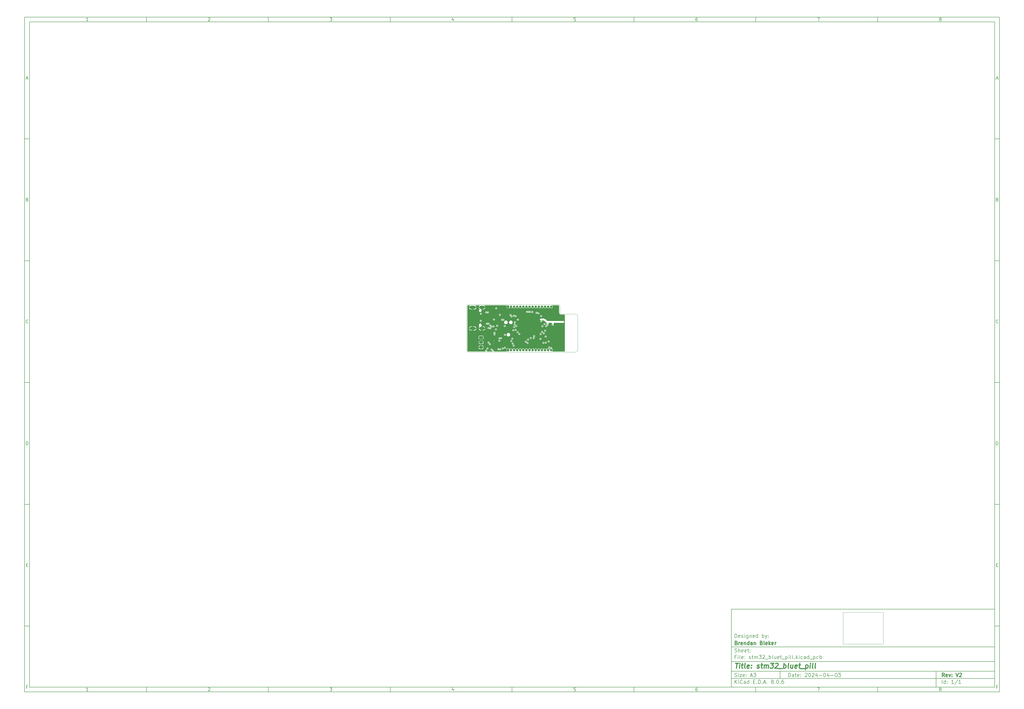
<source format=gbr>
%TF.GenerationSoftware,KiCad,Pcbnew,8.0.6-8.0.6-0~ubuntu24.04.1*%
%TF.CreationDate,2024-12-02T20:40:39-08:00*%
%TF.ProjectId,stm32_bluet_pill,73746d33-325f-4626-9c75-65745f70696c,V2*%
%TF.SameCoordinates,Original*%
%TF.FileFunction,Copper,L2,Inr*%
%TF.FilePolarity,Positive*%
%FSLAX46Y46*%
G04 Gerber Fmt 4.6, Leading zero omitted, Abs format (unit mm)*
G04 Created by KiCad (PCBNEW 8.0.6-8.0.6-0~ubuntu24.04.1) date 2024-12-02 20:40:39*
%MOMM*%
%LPD*%
G01*
G04 APERTURE LIST*
G04 Aperture macros list*
%AMRoundRect*
0 Rectangle with rounded corners*
0 $1 Rounding radius*
0 $2 $3 $4 $5 $6 $7 $8 $9 X,Y pos of 4 corners*
0 Add a 4 corners polygon primitive as box body*
4,1,4,$2,$3,$4,$5,$6,$7,$8,$9,$2,$3,0*
0 Add four circle primitives for the rounded corners*
1,1,$1+$1,$2,$3*
1,1,$1+$1,$4,$5*
1,1,$1+$1,$6,$7*
1,1,$1+$1,$8,$9*
0 Add four rect primitives between the rounded corners*
20,1,$1+$1,$2,$3,$4,$5,0*
20,1,$1+$1,$4,$5,$6,$7,0*
20,1,$1+$1,$6,$7,$8,$9,0*
20,1,$1+$1,$8,$9,$2,$3,0*%
G04 Aperture macros list end*
%ADD10C,0.100000*%
%ADD11C,0.150000*%
%ADD12C,0.300000*%
%ADD13C,0.400000*%
%TA.AperFunction,ComponentPad*%
%ADD14R,1.000000X1.000000*%
%TD*%
%TA.AperFunction,ComponentPad*%
%ADD15O,1.000000X1.000000*%
%TD*%
%TA.AperFunction,ComponentPad*%
%ADD16RoundRect,0.250000X-0.625000X0.350000X-0.625000X-0.350000X0.625000X-0.350000X0.625000X0.350000X0*%
%TD*%
%TA.AperFunction,ComponentPad*%
%ADD17O,1.750000X1.200000*%
%TD*%
%TA.AperFunction,ComponentPad*%
%ADD18O,2.300000X1.300000*%
%TD*%
%TA.AperFunction,ComponentPad*%
%ADD19O,2.600000X1.300000*%
%TD*%
%TA.AperFunction,ComponentPad*%
%ADD20C,0.400000*%
%TD*%
%TA.AperFunction,ComponentPad*%
%ADD21R,0.500000X0.900000*%
%TD*%
%TA.AperFunction,ViaPad*%
%ADD22C,0.450000*%
%TD*%
%TA.AperFunction,Conductor*%
%ADD23C,0.500000*%
%TD*%
%TA.AperFunction,Profile*%
%ADD24C,0.100000*%
%TD*%
G04 APERTURE END LIST*
D10*
X345821001Y-254402167D02*
X345821001Y-267313833D01*
X362331000Y-267313833D01*
X362331000Y-254402167D01*
X345821001Y-254402167D01*
D11*
X299989000Y-253002200D02*
X407989000Y-253002200D01*
X407989000Y-285002200D01*
X299989000Y-285002200D01*
X299989000Y-253002200D01*
D10*
D11*
X10000000Y-10000000D02*
X409989000Y-10000000D01*
X409989000Y-287002200D01*
X10000000Y-287002200D01*
X10000000Y-10000000D01*
D10*
D11*
X12000000Y-12000000D02*
X407989000Y-12000000D01*
X407989000Y-285002200D01*
X12000000Y-285002200D01*
X12000000Y-12000000D01*
D10*
D11*
X60000000Y-12000000D02*
X60000000Y-10000000D01*
D10*
D11*
X110000000Y-12000000D02*
X110000000Y-10000000D01*
D10*
D11*
X160000000Y-12000000D02*
X160000000Y-10000000D01*
D10*
D11*
X210000000Y-12000000D02*
X210000000Y-10000000D01*
D10*
D11*
X260000000Y-12000000D02*
X260000000Y-10000000D01*
D10*
D11*
X310000000Y-12000000D02*
X310000000Y-10000000D01*
D10*
D11*
X360000000Y-12000000D02*
X360000000Y-10000000D01*
D10*
D11*
X36089160Y-11593604D02*
X35346303Y-11593604D01*
X35717731Y-11593604D02*
X35717731Y-10293604D01*
X35717731Y-10293604D02*
X35593922Y-10479319D01*
X35593922Y-10479319D02*
X35470112Y-10603128D01*
X35470112Y-10603128D02*
X35346303Y-10665033D01*
D10*
D11*
X85346303Y-10417414D02*
X85408207Y-10355509D01*
X85408207Y-10355509D02*
X85532017Y-10293604D01*
X85532017Y-10293604D02*
X85841541Y-10293604D01*
X85841541Y-10293604D02*
X85965350Y-10355509D01*
X85965350Y-10355509D02*
X86027255Y-10417414D01*
X86027255Y-10417414D02*
X86089160Y-10541223D01*
X86089160Y-10541223D02*
X86089160Y-10665033D01*
X86089160Y-10665033D02*
X86027255Y-10850747D01*
X86027255Y-10850747D02*
X85284398Y-11593604D01*
X85284398Y-11593604D02*
X86089160Y-11593604D01*
D10*
D11*
X135284398Y-10293604D02*
X136089160Y-10293604D01*
X136089160Y-10293604D02*
X135655826Y-10788842D01*
X135655826Y-10788842D02*
X135841541Y-10788842D01*
X135841541Y-10788842D02*
X135965350Y-10850747D01*
X135965350Y-10850747D02*
X136027255Y-10912652D01*
X136027255Y-10912652D02*
X136089160Y-11036461D01*
X136089160Y-11036461D02*
X136089160Y-11345985D01*
X136089160Y-11345985D02*
X136027255Y-11469795D01*
X136027255Y-11469795D02*
X135965350Y-11531700D01*
X135965350Y-11531700D02*
X135841541Y-11593604D01*
X135841541Y-11593604D02*
X135470112Y-11593604D01*
X135470112Y-11593604D02*
X135346303Y-11531700D01*
X135346303Y-11531700D02*
X135284398Y-11469795D01*
D10*
D11*
X185965350Y-10726938D02*
X185965350Y-11593604D01*
X185655826Y-10231700D02*
X185346303Y-11160271D01*
X185346303Y-11160271D02*
X186151064Y-11160271D01*
D10*
D11*
X236027255Y-10293604D02*
X235408207Y-10293604D01*
X235408207Y-10293604D02*
X235346303Y-10912652D01*
X235346303Y-10912652D02*
X235408207Y-10850747D01*
X235408207Y-10850747D02*
X235532017Y-10788842D01*
X235532017Y-10788842D02*
X235841541Y-10788842D01*
X235841541Y-10788842D02*
X235965350Y-10850747D01*
X235965350Y-10850747D02*
X236027255Y-10912652D01*
X236027255Y-10912652D02*
X236089160Y-11036461D01*
X236089160Y-11036461D02*
X236089160Y-11345985D01*
X236089160Y-11345985D02*
X236027255Y-11469795D01*
X236027255Y-11469795D02*
X235965350Y-11531700D01*
X235965350Y-11531700D02*
X235841541Y-11593604D01*
X235841541Y-11593604D02*
X235532017Y-11593604D01*
X235532017Y-11593604D02*
X235408207Y-11531700D01*
X235408207Y-11531700D02*
X235346303Y-11469795D01*
D10*
D11*
X285965350Y-10293604D02*
X285717731Y-10293604D01*
X285717731Y-10293604D02*
X285593922Y-10355509D01*
X285593922Y-10355509D02*
X285532017Y-10417414D01*
X285532017Y-10417414D02*
X285408207Y-10603128D01*
X285408207Y-10603128D02*
X285346303Y-10850747D01*
X285346303Y-10850747D02*
X285346303Y-11345985D01*
X285346303Y-11345985D02*
X285408207Y-11469795D01*
X285408207Y-11469795D02*
X285470112Y-11531700D01*
X285470112Y-11531700D02*
X285593922Y-11593604D01*
X285593922Y-11593604D02*
X285841541Y-11593604D01*
X285841541Y-11593604D02*
X285965350Y-11531700D01*
X285965350Y-11531700D02*
X286027255Y-11469795D01*
X286027255Y-11469795D02*
X286089160Y-11345985D01*
X286089160Y-11345985D02*
X286089160Y-11036461D01*
X286089160Y-11036461D02*
X286027255Y-10912652D01*
X286027255Y-10912652D02*
X285965350Y-10850747D01*
X285965350Y-10850747D02*
X285841541Y-10788842D01*
X285841541Y-10788842D02*
X285593922Y-10788842D01*
X285593922Y-10788842D02*
X285470112Y-10850747D01*
X285470112Y-10850747D02*
X285408207Y-10912652D01*
X285408207Y-10912652D02*
X285346303Y-11036461D01*
D10*
D11*
X335284398Y-10293604D02*
X336151064Y-10293604D01*
X336151064Y-10293604D02*
X335593922Y-11593604D01*
D10*
D11*
X385593922Y-10850747D02*
X385470112Y-10788842D01*
X385470112Y-10788842D02*
X385408207Y-10726938D01*
X385408207Y-10726938D02*
X385346303Y-10603128D01*
X385346303Y-10603128D02*
X385346303Y-10541223D01*
X385346303Y-10541223D02*
X385408207Y-10417414D01*
X385408207Y-10417414D02*
X385470112Y-10355509D01*
X385470112Y-10355509D02*
X385593922Y-10293604D01*
X385593922Y-10293604D02*
X385841541Y-10293604D01*
X385841541Y-10293604D02*
X385965350Y-10355509D01*
X385965350Y-10355509D02*
X386027255Y-10417414D01*
X386027255Y-10417414D02*
X386089160Y-10541223D01*
X386089160Y-10541223D02*
X386089160Y-10603128D01*
X386089160Y-10603128D02*
X386027255Y-10726938D01*
X386027255Y-10726938D02*
X385965350Y-10788842D01*
X385965350Y-10788842D02*
X385841541Y-10850747D01*
X385841541Y-10850747D02*
X385593922Y-10850747D01*
X385593922Y-10850747D02*
X385470112Y-10912652D01*
X385470112Y-10912652D02*
X385408207Y-10974557D01*
X385408207Y-10974557D02*
X385346303Y-11098366D01*
X385346303Y-11098366D02*
X385346303Y-11345985D01*
X385346303Y-11345985D02*
X385408207Y-11469795D01*
X385408207Y-11469795D02*
X385470112Y-11531700D01*
X385470112Y-11531700D02*
X385593922Y-11593604D01*
X385593922Y-11593604D02*
X385841541Y-11593604D01*
X385841541Y-11593604D02*
X385965350Y-11531700D01*
X385965350Y-11531700D02*
X386027255Y-11469795D01*
X386027255Y-11469795D02*
X386089160Y-11345985D01*
X386089160Y-11345985D02*
X386089160Y-11098366D01*
X386089160Y-11098366D02*
X386027255Y-10974557D01*
X386027255Y-10974557D02*
X385965350Y-10912652D01*
X385965350Y-10912652D02*
X385841541Y-10850747D01*
D10*
D11*
X60000000Y-285002200D02*
X60000000Y-287002200D01*
D10*
D11*
X110000000Y-285002200D02*
X110000000Y-287002200D01*
D10*
D11*
X160000000Y-285002200D02*
X160000000Y-287002200D01*
D10*
D11*
X210000000Y-285002200D02*
X210000000Y-287002200D01*
D10*
D11*
X260000000Y-285002200D02*
X260000000Y-287002200D01*
D10*
D11*
X310000000Y-285002200D02*
X310000000Y-287002200D01*
D10*
D11*
X360000000Y-285002200D02*
X360000000Y-287002200D01*
D10*
D11*
X36089160Y-286595804D02*
X35346303Y-286595804D01*
X35717731Y-286595804D02*
X35717731Y-285295804D01*
X35717731Y-285295804D02*
X35593922Y-285481519D01*
X35593922Y-285481519D02*
X35470112Y-285605328D01*
X35470112Y-285605328D02*
X35346303Y-285667233D01*
D10*
D11*
X85346303Y-285419614D02*
X85408207Y-285357709D01*
X85408207Y-285357709D02*
X85532017Y-285295804D01*
X85532017Y-285295804D02*
X85841541Y-285295804D01*
X85841541Y-285295804D02*
X85965350Y-285357709D01*
X85965350Y-285357709D02*
X86027255Y-285419614D01*
X86027255Y-285419614D02*
X86089160Y-285543423D01*
X86089160Y-285543423D02*
X86089160Y-285667233D01*
X86089160Y-285667233D02*
X86027255Y-285852947D01*
X86027255Y-285852947D02*
X85284398Y-286595804D01*
X85284398Y-286595804D02*
X86089160Y-286595804D01*
D10*
D11*
X135284398Y-285295804D02*
X136089160Y-285295804D01*
X136089160Y-285295804D02*
X135655826Y-285791042D01*
X135655826Y-285791042D02*
X135841541Y-285791042D01*
X135841541Y-285791042D02*
X135965350Y-285852947D01*
X135965350Y-285852947D02*
X136027255Y-285914852D01*
X136027255Y-285914852D02*
X136089160Y-286038661D01*
X136089160Y-286038661D02*
X136089160Y-286348185D01*
X136089160Y-286348185D02*
X136027255Y-286471995D01*
X136027255Y-286471995D02*
X135965350Y-286533900D01*
X135965350Y-286533900D02*
X135841541Y-286595804D01*
X135841541Y-286595804D02*
X135470112Y-286595804D01*
X135470112Y-286595804D02*
X135346303Y-286533900D01*
X135346303Y-286533900D02*
X135284398Y-286471995D01*
D10*
D11*
X185965350Y-285729138D02*
X185965350Y-286595804D01*
X185655826Y-285233900D02*
X185346303Y-286162471D01*
X185346303Y-286162471D02*
X186151064Y-286162471D01*
D10*
D11*
X236027255Y-285295804D02*
X235408207Y-285295804D01*
X235408207Y-285295804D02*
X235346303Y-285914852D01*
X235346303Y-285914852D02*
X235408207Y-285852947D01*
X235408207Y-285852947D02*
X235532017Y-285791042D01*
X235532017Y-285791042D02*
X235841541Y-285791042D01*
X235841541Y-285791042D02*
X235965350Y-285852947D01*
X235965350Y-285852947D02*
X236027255Y-285914852D01*
X236027255Y-285914852D02*
X236089160Y-286038661D01*
X236089160Y-286038661D02*
X236089160Y-286348185D01*
X236089160Y-286348185D02*
X236027255Y-286471995D01*
X236027255Y-286471995D02*
X235965350Y-286533900D01*
X235965350Y-286533900D02*
X235841541Y-286595804D01*
X235841541Y-286595804D02*
X235532017Y-286595804D01*
X235532017Y-286595804D02*
X235408207Y-286533900D01*
X235408207Y-286533900D02*
X235346303Y-286471995D01*
D10*
D11*
X285965350Y-285295804D02*
X285717731Y-285295804D01*
X285717731Y-285295804D02*
X285593922Y-285357709D01*
X285593922Y-285357709D02*
X285532017Y-285419614D01*
X285532017Y-285419614D02*
X285408207Y-285605328D01*
X285408207Y-285605328D02*
X285346303Y-285852947D01*
X285346303Y-285852947D02*
X285346303Y-286348185D01*
X285346303Y-286348185D02*
X285408207Y-286471995D01*
X285408207Y-286471995D02*
X285470112Y-286533900D01*
X285470112Y-286533900D02*
X285593922Y-286595804D01*
X285593922Y-286595804D02*
X285841541Y-286595804D01*
X285841541Y-286595804D02*
X285965350Y-286533900D01*
X285965350Y-286533900D02*
X286027255Y-286471995D01*
X286027255Y-286471995D02*
X286089160Y-286348185D01*
X286089160Y-286348185D02*
X286089160Y-286038661D01*
X286089160Y-286038661D02*
X286027255Y-285914852D01*
X286027255Y-285914852D02*
X285965350Y-285852947D01*
X285965350Y-285852947D02*
X285841541Y-285791042D01*
X285841541Y-285791042D02*
X285593922Y-285791042D01*
X285593922Y-285791042D02*
X285470112Y-285852947D01*
X285470112Y-285852947D02*
X285408207Y-285914852D01*
X285408207Y-285914852D02*
X285346303Y-286038661D01*
D10*
D11*
X335284398Y-285295804D02*
X336151064Y-285295804D01*
X336151064Y-285295804D02*
X335593922Y-286595804D01*
D10*
D11*
X385593922Y-285852947D02*
X385470112Y-285791042D01*
X385470112Y-285791042D02*
X385408207Y-285729138D01*
X385408207Y-285729138D02*
X385346303Y-285605328D01*
X385346303Y-285605328D02*
X385346303Y-285543423D01*
X385346303Y-285543423D02*
X385408207Y-285419614D01*
X385408207Y-285419614D02*
X385470112Y-285357709D01*
X385470112Y-285357709D02*
X385593922Y-285295804D01*
X385593922Y-285295804D02*
X385841541Y-285295804D01*
X385841541Y-285295804D02*
X385965350Y-285357709D01*
X385965350Y-285357709D02*
X386027255Y-285419614D01*
X386027255Y-285419614D02*
X386089160Y-285543423D01*
X386089160Y-285543423D02*
X386089160Y-285605328D01*
X386089160Y-285605328D02*
X386027255Y-285729138D01*
X386027255Y-285729138D02*
X385965350Y-285791042D01*
X385965350Y-285791042D02*
X385841541Y-285852947D01*
X385841541Y-285852947D02*
X385593922Y-285852947D01*
X385593922Y-285852947D02*
X385470112Y-285914852D01*
X385470112Y-285914852D02*
X385408207Y-285976757D01*
X385408207Y-285976757D02*
X385346303Y-286100566D01*
X385346303Y-286100566D02*
X385346303Y-286348185D01*
X385346303Y-286348185D02*
X385408207Y-286471995D01*
X385408207Y-286471995D02*
X385470112Y-286533900D01*
X385470112Y-286533900D02*
X385593922Y-286595804D01*
X385593922Y-286595804D02*
X385841541Y-286595804D01*
X385841541Y-286595804D02*
X385965350Y-286533900D01*
X385965350Y-286533900D02*
X386027255Y-286471995D01*
X386027255Y-286471995D02*
X386089160Y-286348185D01*
X386089160Y-286348185D02*
X386089160Y-286100566D01*
X386089160Y-286100566D02*
X386027255Y-285976757D01*
X386027255Y-285976757D02*
X385965350Y-285914852D01*
X385965350Y-285914852D02*
X385841541Y-285852947D01*
D10*
D11*
X10000000Y-60000000D02*
X12000000Y-60000000D01*
D10*
D11*
X10000000Y-110000000D02*
X12000000Y-110000000D01*
D10*
D11*
X10000000Y-160000000D02*
X12000000Y-160000000D01*
D10*
D11*
X10000000Y-210000000D02*
X12000000Y-210000000D01*
D10*
D11*
X10000000Y-260000000D02*
X12000000Y-260000000D01*
D10*
D11*
X10690476Y-35222176D02*
X11309523Y-35222176D01*
X10566666Y-35593604D02*
X10999999Y-34293604D01*
X10999999Y-34293604D02*
X11433333Y-35593604D01*
D10*
D11*
X11092857Y-84912652D02*
X11278571Y-84974557D01*
X11278571Y-84974557D02*
X11340476Y-85036461D01*
X11340476Y-85036461D02*
X11402380Y-85160271D01*
X11402380Y-85160271D02*
X11402380Y-85345985D01*
X11402380Y-85345985D02*
X11340476Y-85469795D01*
X11340476Y-85469795D02*
X11278571Y-85531700D01*
X11278571Y-85531700D02*
X11154761Y-85593604D01*
X11154761Y-85593604D02*
X10659523Y-85593604D01*
X10659523Y-85593604D02*
X10659523Y-84293604D01*
X10659523Y-84293604D02*
X11092857Y-84293604D01*
X11092857Y-84293604D02*
X11216666Y-84355509D01*
X11216666Y-84355509D02*
X11278571Y-84417414D01*
X11278571Y-84417414D02*
X11340476Y-84541223D01*
X11340476Y-84541223D02*
X11340476Y-84665033D01*
X11340476Y-84665033D02*
X11278571Y-84788842D01*
X11278571Y-84788842D02*
X11216666Y-84850747D01*
X11216666Y-84850747D02*
X11092857Y-84912652D01*
X11092857Y-84912652D02*
X10659523Y-84912652D01*
D10*
D11*
X11402380Y-135469795D02*
X11340476Y-135531700D01*
X11340476Y-135531700D02*
X11154761Y-135593604D01*
X11154761Y-135593604D02*
X11030952Y-135593604D01*
X11030952Y-135593604D02*
X10845238Y-135531700D01*
X10845238Y-135531700D02*
X10721428Y-135407890D01*
X10721428Y-135407890D02*
X10659523Y-135284080D01*
X10659523Y-135284080D02*
X10597619Y-135036461D01*
X10597619Y-135036461D02*
X10597619Y-134850747D01*
X10597619Y-134850747D02*
X10659523Y-134603128D01*
X10659523Y-134603128D02*
X10721428Y-134479319D01*
X10721428Y-134479319D02*
X10845238Y-134355509D01*
X10845238Y-134355509D02*
X11030952Y-134293604D01*
X11030952Y-134293604D02*
X11154761Y-134293604D01*
X11154761Y-134293604D02*
X11340476Y-134355509D01*
X11340476Y-134355509D02*
X11402380Y-134417414D01*
D10*
D11*
X10659523Y-185593604D02*
X10659523Y-184293604D01*
X10659523Y-184293604D02*
X10969047Y-184293604D01*
X10969047Y-184293604D02*
X11154761Y-184355509D01*
X11154761Y-184355509D02*
X11278571Y-184479319D01*
X11278571Y-184479319D02*
X11340476Y-184603128D01*
X11340476Y-184603128D02*
X11402380Y-184850747D01*
X11402380Y-184850747D02*
X11402380Y-185036461D01*
X11402380Y-185036461D02*
X11340476Y-185284080D01*
X11340476Y-185284080D02*
X11278571Y-185407890D01*
X11278571Y-185407890D02*
X11154761Y-185531700D01*
X11154761Y-185531700D02*
X10969047Y-185593604D01*
X10969047Y-185593604D02*
X10659523Y-185593604D01*
D10*
D11*
X10721428Y-234912652D02*
X11154762Y-234912652D01*
X11340476Y-235593604D02*
X10721428Y-235593604D01*
X10721428Y-235593604D02*
X10721428Y-234293604D01*
X10721428Y-234293604D02*
X11340476Y-234293604D01*
D10*
D11*
X11185714Y-284912652D02*
X10752380Y-284912652D01*
X10752380Y-285593604D02*
X10752380Y-284293604D01*
X10752380Y-284293604D02*
X11371428Y-284293604D01*
D10*
D11*
X409989000Y-60000000D02*
X407989000Y-60000000D01*
D10*
D11*
X409989000Y-110000000D02*
X407989000Y-110000000D01*
D10*
D11*
X409989000Y-160000000D02*
X407989000Y-160000000D01*
D10*
D11*
X409989000Y-210000000D02*
X407989000Y-210000000D01*
D10*
D11*
X409989000Y-260000000D02*
X407989000Y-260000000D01*
D10*
D11*
X408679476Y-35222176D02*
X409298523Y-35222176D01*
X408555666Y-35593604D02*
X408988999Y-34293604D01*
X408988999Y-34293604D02*
X409422333Y-35593604D01*
D10*
D11*
X409081857Y-84912652D02*
X409267571Y-84974557D01*
X409267571Y-84974557D02*
X409329476Y-85036461D01*
X409329476Y-85036461D02*
X409391380Y-85160271D01*
X409391380Y-85160271D02*
X409391380Y-85345985D01*
X409391380Y-85345985D02*
X409329476Y-85469795D01*
X409329476Y-85469795D02*
X409267571Y-85531700D01*
X409267571Y-85531700D02*
X409143761Y-85593604D01*
X409143761Y-85593604D02*
X408648523Y-85593604D01*
X408648523Y-85593604D02*
X408648523Y-84293604D01*
X408648523Y-84293604D02*
X409081857Y-84293604D01*
X409081857Y-84293604D02*
X409205666Y-84355509D01*
X409205666Y-84355509D02*
X409267571Y-84417414D01*
X409267571Y-84417414D02*
X409329476Y-84541223D01*
X409329476Y-84541223D02*
X409329476Y-84665033D01*
X409329476Y-84665033D02*
X409267571Y-84788842D01*
X409267571Y-84788842D02*
X409205666Y-84850747D01*
X409205666Y-84850747D02*
X409081857Y-84912652D01*
X409081857Y-84912652D02*
X408648523Y-84912652D01*
D10*
D11*
X409391380Y-135469795D02*
X409329476Y-135531700D01*
X409329476Y-135531700D02*
X409143761Y-135593604D01*
X409143761Y-135593604D02*
X409019952Y-135593604D01*
X409019952Y-135593604D02*
X408834238Y-135531700D01*
X408834238Y-135531700D02*
X408710428Y-135407890D01*
X408710428Y-135407890D02*
X408648523Y-135284080D01*
X408648523Y-135284080D02*
X408586619Y-135036461D01*
X408586619Y-135036461D02*
X408586619Y-134850747D01*
X408586619Y-134850747D02*
X408648523Y-134603128D01*
X408648523Y-134603128D02*
X408710428Y-134479319D01*
X408710428Y-134479319D02*
X408834238Y-134355509D01*
X408834238Y-134355509D02*
X409019952Y-134293604D01*
X409019952Y-134293604D02*
X409143761Y-134293604D01*
X409143761Y-134293604D02*
X409329476Y-134355509D01*
X409329476Y-134355509D02*
X409391380Y-134417414D01*
D10*
D11*
X408648523Y-185593604D02*
X408648523Y-184293604D01*
X408648523Y-184293604D02*
X408958047Y-184293604D01*
X408958047Y-184293604D02*
X409143761Y-184355509D01*
X409143761Y-184355509D02*
X409267571Y-184479319D01*
X409267571Y-184479319D02*
X409329476Y-184603128D01*
X409329476Y-184603128D02*
X409391380Y-184850747D01*
X409391380Y-184850747D02*
X409391380Y-185036461D01*
X409391380Y-185036461D02*
X409329476Y-185284080D01*
X409329476Y-185284080D02*
X409267571Y-185407890D01*
X409267571Y-185407890D02*
X409143761Y-185531700D01*
X409143761Y-185531700D02*
X408958047Y-185593604D01*
X408958047Y-185593604D02*
X408648523Y-185593604D01*
D10*
D11*
X408710428Y-234912652D02*
X409143762Y-234912652D01*
X409329476Y-235593604D02*
X408710428Y-235593604D01*
X408710428Y-235593604D02*
X408710428Y-234293604D01*
X408710428Y-234293604D02*
X409329476Y-234293604D01*
D10*
D11*
X409174714Y-284912652D02*
X408741380Y-284912652D01*
X408741380Y-285593604D02*
X408741380Y-284293604D01*
X408741380Y-284293604D02*
X409360428Y-284293604D01*
D10*
D11*
X323444826Y-280788328D02*
X323444826Y-279288328D01*
X323444826Y-279288328D02*
X323801969Y-279288328D01*
X323801969Y-279288328D02*
X324016255Y-279359757D01*
X324016255Y-279359757D02*
X324159112Y-279502614D01*
X324159112Y-279502614D02*
X324230541Y-279645471D01*
X324230541Y-279645471D02*
X324301969Y-279931185D01*
X324301969Y-279931185D02*
X324301969Y-280145471D01*
X324301969Y-280145471D02*
X324230541Y-280431185D01*
X324230541Y-280431185D02*
X324159112Y-280574042D01*
X324159112Y-280574042D02*
X324016255Y-280716900D01*
X324016255Y-280716900D02*
X323801969Y-280788328D01*
X323801969Y-280788328D02*
X323444826Y-280788328D01*
X325587684Y-280788328D02*
X325587684Y-280002614D01*
X325587684Y-280002614D02*
X325516255Y-279859757D01*
X325516255Y-279859757D02*
X325373398Y-279788328D01*
X325373398Y-279788328D02*
X325087684Y-279788328D01*
X325087684Y-279788328D02*
X324944826Y-279859757D01*
X325587684Y-280716900D02*
X325444826Y-280788328D01*
X325444826Y-280788328D02*
X325087684Y-280788328D01*
X325087684Y-280788328D02*
X324944826Y-280716900D01*
X324944826Y-280716900D02*
X324873398Y-280574042D01*
X324873398Y-280574042D02*
X324873398Y-280431185D01*
X324873398Y-280431185D02*
X324944826Y-280288328D01*
X324944826Y-280288328D02*
X325087684Y-280216900D01*
X325087684Y-280216900D02*
X325444826Y-280216900D01*
X325444826Y-280216900D02*
X325587684Y-280145471D01*
X326087684Y-279788328D02*
X326659112Y-279788328D01*
X326301969Y-279288328D02*
X326301969Y-280574042D01*
X326301969Y-280574042D02*
X326373398Y-280716900D01*
X326373398Y-280716900D02*
X326516255Y-280788328D01*
X326516255Y-280788328D02*
X326659112Y-280788328D01*
X327730541Y-280716900D02*
X327587684Y-280788328D01*
X327587684Y-280788328D02*
X327301970Y-280788328D01*
X327301970Y-280788328D02*
X327159112Y-280716900D01*
X327159112Y-280716900D02*
X327087684Y-280574042D01*
X327087684Y-280574042D02*
X327087684Y-280002614D01*
X327087684Y-280002614D02*
X327159112Y-279859757D01*
X327159112Y-279859757D02*
X327301970Y-279788328D01*
X327301970Y-279788328D02*
X327587684Y-279788328D01*
X327587684Y-279788328D02*
X327730541Y-279859757D01*
X327730541Y-279859757D02*
X327801970Y-280002614D01*
X327801970Y-280002614D02*
X327801970Y-280145471D01*
X327801970Y-280145471D02*
X327087684Y-280288328D01*
X328444826Y-280645471D02*
X328516255Y-280716900D01*
X328516255Y-280716900D02*
X328444826Y-280788328D01*
X328444826Y-280788328D02*
X328373398Y-280716900D01*
X328373398Y-280716900D02*
X328444826Y-280645471D01*
X328444826Y-280645471D02*
X328444826Y-280788328D01*
X328444826Y-279859757D02*
X328516255Y-279931185D01*
X328516255Y-279931185D02*
X328444826Y-280002614D01*
X328444826Y-280002614D02*
X328373398Y-279931185D01*
X328373398Y-279931185D02*
X328444826Y-279859757D01*
X328444826Y-279859757D02*
X328444826Y-280002614D01*
X330230541Y-279431185D02*
X330301969Y-279359757D01*
X330301969Y-279359757D02*
X330444827Y-279288328D01*
X330444827Y-279288328D02*
X330801969Y-279288328D01*
X330801969Y-279288328D02*
X330944827Y-279359757D01*
X330944827Y-279359757D02*
X331016255Y-279431185D01*
X331016255Y-279431185D02*
X331087684Y-279574042D01*
X331087684Y-279574042D02*
X331087684Y-279716900D01*
X331087684Y-279716900D02*
X331016255Y-279931185D01*
X331016255Y-279931185D02*
X330159112Y-280788328D01*
X330159112Y-280788328D02*
X331087684Y-280788328D01*
X332016255Y-279288328D02*
X332159112Y-279288328D01*
X332159112Y-279288328D02*
X332301969Y-279359757D01*
X332301969Y-279359757D02*
X332373398Y-279431185D01*
X332373398Y-279431185D02*
X332444826Y-279574042D01*
X332444826Y-279574042D02*
X332516255Y-279859757D01*
X332516255Y-279859757D02*
X332516255Y-280216900D01*
X332516255Y-280216900D02*
X332444826Y-280502614D01*
X332444826Y-280502614D02*
X332373398Y-280645471D01*
X332373398Y-280645471D02*
X332301969Y-280716900D01*
X332301969Y-280716900D02*
X332159112Y-280788328D01*
X332159112Y-280788328D02*
X332016255Y-280788328D01*
X332016255Y-280788328D02*
X331873398Y-280716900D01*
X331873398Y-280716900D02*
X331801969Y-280645471D01*
X331801969Y-280645471D02*
X331730540Y-280502614D01*
X331730540Y-280502614D02*
X331659112Y-280216900D01*
X331659112Y-280216900D02*
X331659112Y-279859757D01*
X331659112Y-279859757D02*
X331730540Y-279574042D01*
X331730540Y-279574042D02*
X331801969Y-279431185D01*
X331801969Y-279431185D02*
X331873398Y-279359757D01*
X331873398Y-279359757D02*
X332016255Y-279288328D01*
X333087683Y-279431185D02*
X333159111Y-279359757D01*
X333159111Y-279359757D02*
X333301969Y-279288328D01*
X333301969Y-279288328D02*
X333659111Y-279288328D01*
X333659111Y-279288328D02*
X333801969Y-279359757D01*
X333801969Y-279359757D02*
X333873397Y-279431185D01*
X333873397Y-279431185D02*
X333944826Y-279574042D01*
X333944826Y-279574042D02*
X333944826Y-279716900D01*
X333944826Y-279716900D02*
X333873397Y-279931185D01*
X333873397Y-279931185D02*
X333016254Y-280788328D01*
X333016254Y-280788328D02*
X333944826Y-280788328D01*
X335230540Y-279788328D02*
X335230540Y-280788328D01*
X334873397Y-279216900D02*
X334516254Y-280288328D01*
X334516254Y-280288328D02*
X335444825Y-280288328D01*
X336016253Y-280216900D02*
X337159111Y-280216900D01*
X338159111Y-279288328D02*
X338301968Y-279288328D01*
X338301968Y-279288328D02*
X338444825Y-279359757D01*
X338444825Y-279359757D02*
X338516254Y-279431185D01*
X338516254Y-279431185D02*
X338587682Y-279574042D01*
X338587682Y-279574042D02*
X338659111Y-279859757D01*
X338659111Y-279859757D02*
X338659111Y-280216900D01*
X338659111Y-280216900D02*
X338587682Y-280502614D01*
X338587682Y-280502614D02*
X338516254Y-280645471D01*
X338516254Y-280645471D02*
X338444825Y-280716900D01*
X338444825Y-280716900D02*
X338301968Y-280788328D01*
X338301968Y-280788328D02*
X338159111Y-280788328D01*
X338159111Y-280788328D02*
X338016254Y-280716900D01*
X338016254Y-280716900D02*
X337944825Y-280645471D01*
X337944825Y-280645471D02*
X337873396Y-280502614D01*
X337873396Y-280502614D02*
X337801968Y-280216900D01*
X337801968Y-280216900D02*
X337801968Y-279859757D01*
X337801968Y-279859757D02*
X337873396Y-279574042D01*
X337873396Y-279574042D02*
X337944825Y-279431185D01*
X337944825Y-279431185D02*
X338016254Y-279359757D01*
X338016254Y-279359757D02*
X338159111Y-279288328D01*
X339944825Y-279788328D02*
X339944825Y-280788328D01*
X339587682Y-279216900D02*
X339230539Y-280288328D01*
X339230539Y-280288328D02*
X340159110Y-280288328D01*
X340730538Y-280216900D02*
X341873396Y-280216900D01*
X342873396Y-279288328D02*
X343016253Y-279288328D01*
X343016253Y-279288328D02*
X343159110Y-279359757D01*
X343159110Y-279359757D02*
X343230539Y-279431185D01*
X343230539Y-279431185D02*
X343301967Y-279574042D01*
X343301967Y-279574042D02*
X343373396Y-279859757D01*
X343373396Y-279859757D02*
X343373396Y-280216900D01*
X343373396Y-280216900D02*
X343301967Y-280502614D01*
X343301967Y-280502614D02*
X343230539Y-280645471D01*
X343230539Y-280645471D02*
X343159110Y-280716900D01*
X343159110Y-280716900D02*
X343016253Y-280788328D01*
X343016253Y-280788328D02*
X342873396Y-280788328D01*
X342873396Y-280788328D02*
X342730539Y-280716900D01*
X342730539Y-280716900D02*
X342659110Y-280645471D01*
X342659110Y-280645471D02*
X342587681Y-280502614D01*
X342587681Y-280502614D02*
X342516253Y-280216900D01*
X342516253Y-280216900D02*
X342516253Y-279859757D01*
X342516253Y-279859757D02*
X342587681Y-279574042D01*
X342587681Y-279574042D02*
X342659110Y-279431185D01*
X342659110Y-279431185D02*
X342730539Y-279359757D01*
X342730539Y-279359757D02*
X342873396Y-279288328D01*
X343873395Y-279288328D02*
X344801967Y-279288328D01*
X344801967Y-279288328D02*
X344301967Y-279859757D01*
X344301967Y-279859757D02*
X344516252Y-279859757D01*
X344516252Y-279859757D02*
X344659110Y-279931185D01*
X344659110Y-279931185D02*
X344730538Y-280002614D01*
X344730538Y-280002614D02*
X344801967Y-280145471D01*
X344801967Y-280145471D02*
X344801967Y-280502614D01*
X344801967Y-280502614D02*
X344730538Y-280645471D01*
X344730538Y-280645471D02*
X344659110Y-280716900D01*
X344659110Y-280716900D02*
X344516252Y-280788328D01*
X344516252Y-280788328D02*
X344087681Y-280788328D01*
X344087681Y-280788328D02*
X343944824Y-280716900D01*
X343944824Y-280716900D02*
X343873395Y-280645471D01*
D10*
D11*
X299989000Y-281502200D02*
X407989000Y-281502200D01*
D10*
D11*
X301444826Y-283588328D02*
X301444826Y-282088328D01*
X302301969Y-283588328D02*
X301659112Y-282731185D01*
X302301969Y-282088328D02*
X301444826Y-282945471D01*
X302944826Y-283588328D02*
X302944826Y-282588328D01*
X302944826Y-282088328D02*
X302873398Y-282159757D01*
X302873398Y-282159757D02*
X302944826Y-282231185D01*
X302944826Y-282231185D02*
X303016255Y-282159757D01*
X303016255Y-282159757D02*
X302944826Y-282088328D01*
X302944826Y-282088328D02*
X302944826Y-282231185D01*
X304516255Y-283445471D02*
X304444827Y-283516900D01*
X304444827Y-283516900D02*
X304230541Y-283588328D01*
X304230541Y-283588328D02*
X304087684Y-283588328D01*
X304087684Y-283588328D02*
X303873398Y-283516900D01*
X303873398Y-283516900D02*
X303730541Y-283374042D01*
X303730541Y-283374042D02*
X303659112Y-283231185D01*
X303659112Y-283231185D02*
X303587684Y-282945471D01*
X303587684Y-282945471D02*
X303587684Y-282731185D01*
X303587684Y-282731185D02*
X303659112Y-282445471D01*
X303659112Y-282445471D02*
X303730541Y-282302614D01*
X303730541Y-282302614D02*
X303873398Y-282159757D01*
X303873398Y-282159757D02*
X304087684Y-282088328D01*
X304087684Y-282088328D02*
X304230541Y-282088328D01*
X304230541Y-282088328D02*
X304444827Y-282159757D01*
X304444827Y-282159757D02*
X304516255Y-282231185D01*
X305801970Y-283588328D02*
X305801970Y-282802614D01*
X305801970Y-282802614D02*
X305730541Y-282659757D01*
X305730541Y-282659757D02*
X305587684Y-282588328D01*
X305587684Y-282588328D02*
X305301970Y-282588328D01*
X305301970Y-282588328D02*
X305159112Y-282659757D01*
X305801970Y-283516900D02*
X305659112Y-283588328D01*
X305659112Y-283588328D02*
X305301970Y-283588328D01*
X305301970Y-283588328D02*
X305159112Y-283516900D01*
X305159112Y-283516900D02*
X305087684Y-283374042D01*
X305087684Y-283374042D02*
X305087684Y-283231185D01*
X305087684Y-283231185D02*
X305159112Y-283088328D01*
X305159112Y-283088328D02*
X305301970Y-283016900D01*
X305301970Y-283016900D02*
X305659112Y-283016900D01*
X305659112Y-283016900D02*
X305801970Y-282945471D01*
X307159113Y-283588328D02*
X307159113Y-282088328D01*
X307159113Y-283516900D02*
X307016255Y-283588328D01*
X307016255Y-283588328D02*
X306730541Y-283588328D01*
X306730541Y-283588328D02*
X306587684Y-283516900D01*
X306587684Y-283516900D02*
X306516255Y-283445471D01*
X306516255Y-283445471D02*
X306444827Y-283302614D01*
X306444827Y-283302614D02*
X306444827Y-282874042D01*
X306444827Y-282874042D02*
X306516255Y-282731185D01*
X306516255Y-282731185D02*
X306587684Y-282659757D01*
X306587684Y-282659757D02*
X306730541Y-282588328D01*
X306730541Y-282588328D02*
X307016255Y-282588328D01*
X307016255Y-282588328D02*
X307159113Y-282659757D01*
X309016255Y-282802614D02*
X309516255Y-282802614D01*
X309730541Y-283588328D02*
X309016255Y-283588328D01*
X309016255Y-283588328D02*
X309016255Y-282088328D01*
X309016255Y-282088328D02*
X309730541Y-282088328D01*
X310373398Y-283445471D02*
X310444827Y-283516900D01*
X310444827Y-283516900D02*
X310373398Y-283588328D01*
X310373398Y-283588328D02*
X310301970Y-283516900D01*
X310301970Y-283516900D02*
X310373398Y-283445471D01*
X310373398Y-283445471D02*
X310373398Y-283588328D01*
X311087684Y-283588328D02*
X311087684Y-282088328D01*
X311087684Y-282088328D02*
X311444827Y-282088328D01*
X311444827Y-282088328D02*
X311659113Y-282159757D01*
X311659113Y-282159757D02*
X311801970Y-282302614D01*
X311801970Y-282302614D02*
X311873399Y-282445471D01*
X311873399Y-282445471D02*
X311944827Y-282731185D01*
X311944827Y-282731185D02*
X311944827Y-282945471D01*
X311944827Y-282945471D02*
X311873399Y-283231185D01*
X311873399Y-283231185D02*
X311801970Y-283374042D01*
X311801970Y-283374042D02*
X311659113Y-283516900D01*
X311659113Y-283516900D02*
X311444827Y-283588328D01*
X311444827Y-283588328D02*
X311087684Y-283588328D01*
X312587684Y-283445471D02*
X312659113Y-283516900D01*
X312659113Y-283516900D02*
X312587684Y-283588328D01*
X312587684Y-283588328D02*
X312516256Y-283516900D01*
X312516256Y-283516900D02*
X312587684Y-283445471D01*
X312587684Y-283445471D02*
X312587684Y-283588328D01*
X313230542Y-283159757D02*
X313944828Y-283159757D01*
X313087685Y-283588328D02*
X313587685Y-282088328D01*
X313587685Y-282088328D02*
X314087685Y-283588328D01*
X314587684Y-283445471D02*
X314659113Y-283516900D01*
X314659113Y-283516900D02*
X314587684Y-283588328D01*
X314587684Y-283588328D02*
X314516256Y-283516900D01*
X314516256Y-283516900D02*
X314587684Y-283445471D01*
X314587684Y-283445471D02*
X314587684Y-283588328D01*
X316659113Y-282731185D02*
X316516256Y-282659757D01*
X316516256Y-282659757D02*
X316444827Y-282588328D01*
X316444827Y-282588328D02*
X316373399Y-282445471D01*
X316373399Y-282445471D02*
X316373399Y-282374042D01*
X316373399Y-282374042D02*
X316444827Y-282231185D01*
X316444827Y-282231185D02*
X316516256Y-282159757D01*
X316516256Y-282159757D02*
X316659113Y-282088328D01*
X316659113Y-282088328D02*
X316944827Y-282088328D01*
X316944827Y-282088328D02*
X317087685Y-282159757D01*
X317087685Y-282159757D02*
X317159113Y-282231185D01*
X317159113Y-282231185D02*
X317230542Y-282374042D01*
X317230542Y-282374042D02*
X317230542Y-282445471D01*
X317230542Y-282445471D02*
X317159113Y-282588328D01*
X317159113Y-282588328D02*
X317087685Y-282659757D01*
X317087685Y-282659757D02*
X316944827Y-282731185D01*
X316944827Y-282731185D02*
X316659113Y-282731185D01*
X316659113Y-282731185D02*
X316516256Y-282802614D01*
X316516256Y-282802614D02*
X316444827Y-282874042D01*
X316444827Y-282874042D02*
X316373399Y-283016900D01*
X316373399Y-283016900D02*
X316373399Y-283302614D01*
X316373399Y-283302614D02*
X316444827Y-283445471D01*
X316444827Y-283445471D02*
X316516256Y-283516900D01*
X316516256Y-283516900D02*
X316659113Y-283588328D01*
X316659113Y-283588328D02*
X316944827Y-283588328D01*
X316944827Y-283588328D02*
X317087685Y-283516900D01*
X317087685Y-283516900D02*
X317159113Y-283445471D01*
X317159113Y-283445471D02*
X317230542Y-283302614D01*
X317230542Y-283302614D02*
X317230542Y-283016900D01*
X317230542Y-283016900D02*
X317159113Y-282874042D01*
X317159113Y-282874042D02*
X317087685Y-282802614D01*
X317087685Y-282802614D02*
X316944827Y-282731185D01*
X317873398Y-283445471D02*
X317944827Y-283516900D01*
X317944827Y-283516900D02*
X317873398Y-283588328D01*
X317873398Y-283588328D02*
X317801970Y-283516900D01*
X317801970Y-283516900D02*
X317873398Y-283445471D01*
X317873398Y-283445471D02*
X317873398Y-283588328D01*
X318873399Y-282088328D02*
X319016256Y-282088328D01*
X319016256Y-282088328D02*
X319159113Y-282159757D01*
X319159113Y-282159757D02*
X319230542Y-282231185D01*
X319230542Y-282231185D02*
X319301970Y-282374042D01*
X319301970Y-282374042D02*
X319373399Y-282659757D01*
X319373399Y-282659757D02*
X319373399Y-283016900D01*
X319373399Y-283016900D02*
X319301970Y-283302614D01*
X319301970Y-283302614D02*
X319230542Y-283445471D01*
X319230542Y-283445471D02*
X319159113Y-283516900D01*
X319159113Y-283516900D02*
X319016256Y-283588328D01*
X319016256Y-283588328D02*
X318873399Y-283588328D01*
X318873399Y-283588328D02*
X318730542Y-283516900D01*
X318730542Y-283516900D02*
X318659113Y-283445471D01*
X318659113Y-283445471D02*
X318587684Y-283302614D01*
X318587684Y-283302614D02*
X318516256Y-283016900D01*
X318516256Y-283016900D02*
X318516256Y-282659757D01*
X318516256Y-282659757D02*
X318587684Y-282374042D01*
X318587684Y-282374042D02*
X318659113Y-282231185D01*
X318659113Y-282231185D02*
X318730542Y-282159757D01*
X318730542Y-282159757D02*
X318873399Y-282088328D01*
X320016255Y-283445471D02*
X320087684Y-283516900D01*
X320087684Y-283516900D02*
X320016255Y-283588328D01*
X320016255Y-283588328D02*
X319944827Y-283516900D01*
X319944827Y-283516900D02*
X320016255Y-283445471D01*
X320016255Y-283445471D02*
X320016255Y-283588328D01*
X321373399Y-282088328D02*
X321087684Y-282088328D01*
X321087684Y-282088328D02*
X320944827Y-282159757D01*
X320944827Y-282159757D02*
X320873399Y-282231185D01*
X320873399Y-282231185D02*
X320730541Y-282445471D01*
X320730541Y-282445471D02*
X320659113Y-282731185D01*
X320659113Y-282731185D02*
X320659113Y-283302614D01*
X320659113Y-283302614D02*
X320730541Y-283445471D01*
X320730541Y-283445471D02*
X320801970Y-283516900D01*
X320801970Y-283516900D02*
X320944827Y-283588328D01*
X320944827Y-283588328D02*
X321230541Y-283588328D01*
X321230541Y-283588328D02*
X321373399Y-283516900D01*
X321373399Y-283516900D02*
X321444827Y-283445471D01*
X321444827Y-283445471D02*
X321516256Y-283302614D01*
X321516256Y-283302614D02*
X321516256Y-282945471D01*
X321516256Y-282945471D02*
X321444827Y-282802614D01*
X321444827Y-282802614D02*
X321373399Y-282731185D01*
X321373399Y-282731185D02*
X321230541Y-282659757D01*
X321230541Y-282659757D02*
X320944827Y-282659757D01*
X320944827Y-282659757D02*
X320801970Y-282731185D01*
X320801970Y-282731185D02*
X320730541Y-282802614D01*
X320730541Y-282802614D02*
X320659113Y-282945471D01*
D10*
D11*
X299989000Y-278502200D02*
X407989000Y-278502200D01*
D10*
D12*
X387400653Y-280780528D02*
X386900653Y-280066242D01*
X386543510Y-280780528D02*
X386543510Y-279280528D01*
X386543510Y-279280528D02*
X387114939Y-279280528D01*
X387114939Y-279280528D02*
X387257796Y-279351957D01*
X387257796Y-279351957D02*
X387329225Y-279423385D01*
X387329225Y-279423385D02*
X387400653Y-279566242D01*
X387400653Y-279566242D02*
X387400653Y-279780528D01*
X387400653Y-279780528D02*
X387329225Y-279923385D01*
X387329225Y-279923385D02*
X387257796Y-279994814D01*
X387257796Y-279994814D02*
X387114939Y-280066242D01*
X387114939Y-280066242D02*
X386543510Y-280066242D01*
X388614939Y-280709100D02*
X388472082Y-280780528D01*
X388472082Y-280780528D02*
X388186368Y-280780528D01*
X388186368Y-280780528D02*
X388043510Y-280709100D01*
X388043510Y-280709100D02*
X387972082Y-280566242D01*
X387972082Y-280566242D02*
X387972082Y-279994814D01*
X387972082Y-279994814D02*
X388043510Y-279851957D01*
X388043510Y-279851957D02*
X388186368Y-279780528D01*
X388186368Y-279780528D02*
X388472082Y-279780528D01*
X388472082Y-279780528D02*
X388614939Y-279851957D01*
X388614939Y-279851957D02*
X388686368Y-279994814D01*
X388686368Y-279994814D02*
X388686368Y-280137671D01*
X388686368Y-280137671D02*
X387972082Y-280280528D01*
X389186367Y-279780528D02*
X389543510Y-280780528D01*
X389543510Y-280780528D02*
X389900653Y-279780528D01*
X390472081Y-280637671D02*
X390543510Y-280709100D01*
X390543510Y-280709100D02*
X390472081Y-280780528D01*
X390472081Y-280780528D02*
X390400653Y-280709100D01*
X390400653Y-280709100D02*
X390472081Y-280637671D01*
X390472081Y-280637671D02*
X390472081Y-280780528D01*
X390472081Y-279851957D02*
X390543510Y-279923385D01*
X390543510Y-279923385D02*
X390472081Y-279994814D01*
X390472081Y-279994814D02*
X390400653Y-279923385D01*
X390400653Y-279923385D02*
X390472081Y-279851957D01*
X390472081Y-279851957D02*
X390472081Y-279994814D01*
X392114939Y-279280528D02*
X392614939Y-280780528D01*
X392614939Y-280780528D02*
X393114939Y-279280528D01*
X393543510Y-279423385D02*
X393614938Y-279351957D01*
X393614938Y-279351957D02*
X393757796Y-279280528D01*
X393757796Y-279280528D02*
X394114938Y-279280528D01*
X394114938Y-279280528D02*
X394257796Y-279351957D01*
X394257796Y-279351957D02*
X394329224Y-279423385D01*
X394329224Y-279423385D02*
X394400653Y-279566242D01*
X394400653Y-279566242D02*
X394400653Y-279709100D01*
X394400653Y-279709100D02*
X394329224Y-279923385D01*
X394329224Y-279923385D02*
X393472081Y-280780528D01*
X393472081Y-280780528D02*
X394400653Y-280780528D01*
D10*
D11*
X301373398Y-280716900D02*
X301587684Y-280788328D01*
X301587684Y-280788328D02*
X301944826Y-280788328D01*
X301944826Y-280788328D02*
X302087684Y-280716900D01*
X302087684Y-280716900D02*
X302159112Y-280645471D01*
X302159112Y-280645471D02*
X302230541Y-280502614D01*
X302230541Y-280502614D02*
X302230541Y-280359757D01*
X302230541Y-280359757D02*
X302159112Y-280216900D01*
X302159112Y-280216900D02*
X302087684Y-280145471D01*
X302087684Y-280145471D02*
X301944826Y-280074042D01*
X301944826Y-280074042D02*
X301659112Y-280002614D01*
X301659112Y-280002614D02*
X301516255Y-279931185D01*
X301516255Y-279931185D02*
X301444826Y-279859757D01*
X301444826Y-279859757D02*
X301373398Y-279716900D01*
X301373398Y-279716900D02*
X301373398Y-279574042D01*
X301373398Y-279574042D02*
X301444826Y-279431185D01*
X301444826Y-279431185D02*
X301516255Y-279359757D01*
X301516255Y-279359757D02*
X301659112Y-279288328D01*
X301659112Y-279288328D02*
X302016255Y-279288328D01*
X302016255Y-279288328D02*
X302230541Y-279359757D01*
X302873397Y-280788328D02*
X302873397Y-279788328D01*
X302873397Y-279288328D02*
X302801969Y-279359757D01*
X302801969Y-279359757D02*
X302873397Y-279431185D01*
X302873397Y-279431185D02*
X302944826Y-279359757D01*
X302944826Y-279359757D02*
X302873397Y-279288328D01*
X302873397Y-279288328D02*
X302873397Y-279431185D01*
X303444826Y-279788328D02*
X304230541Y-279788328D01*
X304230541Y-279788328D02*
X303444826Y-280788328D01*
X303444826Y-280788328D02*
X304230541Y-280788328D01*
X305373398Y-280716900D02*
X305230541Y-280788328D01*
X305230541Y-280788328D02*
X304944827Y-280788328D01*
X304944827Y-280788328D02*
X304801969Y-280716900D01*
X304801969Y-280716900D02*
X304730541Y-280574042D01*
X304730541Y-280574042D02*
X304730541Y-280002614D01*
X304730541Y-280002614D02*
X304801969Y-279859757D01*
X304801969Y-279859757D02*
X304944827Y-279788328D01*
X304944827Y-279788328D02*
X305230541Y-279788328D01*
X305230541Y-279788328D02*
X305373398Y-279859757D01*
X305373398Y-279859757D02*
X305444827Y-280002614D01*
X305444827Y-280002614D02*
X305444827Y-280145471D01*
X305444827Y-280145471D02*
X304730541Y-280288328D01*
X306087683Y-280645471D02*
X306159112Y-280716900D01*
X306159112Y-280716900D02*
X306087683Y-280788328D01*
X306087683Y-280788328D02*
X306016255Y-280716900D01*
X306016255Y-280716900D02*
X306087683Y-280645471D01*
X306087683Y-280645471D02*
X306087683Y-280788328D01*
X306087683Y-279859757D02*
X306159112Y-279931185D01*
X306159112Y-279931185D02*
X306087683Y-280002614D01*
X306087683Y-280002614D02*
X306016255Y-279931185D01*
X306016255Y-279931185D02*
X306087683Y-279859757D01*
X306087683Y-279859757D02*
X306087683Y-280002614D01*
X307873398Y-280359757D02*
X308587684Y-280359757D01*
X307730541Y-280788328D02*
X308230541Y-279288328D01*
X308230541Y-279288328D02*
X308730541Y-280788328D01*
X309087683Y-279288328D02*
X310016255Y-279288328D01*
X310016255Y-279288328D02*
X309516255Y-279859757D01*
X309516255Y-279859757D02*
X309730540Y-279859757D01*
X309730540Y-279859757D02*
X309873398Y-279931185D01*
X309873398Y-279931185D02*
X309944826Y-280002614D01*
X309944826Y-280002614D02*
X310016255Y-280145471D01*
X310016255Y-280145471D02*
X310016255Y-280502614D01*
X310016255Y-280502614D02*
X309944826Y-280645471D01*
X309944826Y-280645471D02*
X309873398Y-280716900D01*
X309873398Y-280716900D02*
X309730540Y-280788328D01*
X309730540Y-280788328D02*
X309301969Y-280788328D01*
X309301969Y-280788328D02*
X309159112Y-280716900D01*
X309159112Y-280716900D02*
X309087683Y-280645471D01*
D10*
D11*
X386444826Y-283588328D02*
X386444826Y-282088328D01*
X387801970Y-283588328D02*
X387801970Y-282088328D01*
X387801970Y-283516900D02*
X387659112Y-283588328D01*
X387659112Y-283588328D02*
X387373398Y-283588328D01*
X387373398Y-283588328D02*
X387230541Y-283516900D01*
X387230541Y-283516900D02*
X387159112Y-283445471D01*
X387159112Y-283445471D02*
X387087684Y-283302614D01*
X387087684Y-283302614D02*
X387087684Y-282874042D01*
X387087684Y-282874042D02*
X387159112Y-282731185D01*
X387159112Y-282731185D02*
X387230541Y-282659757D01*
X387230541Y-282659757D02*
X387373398Y-282588328D01*
X387373398Y-282588328D02*
X387659112Y-282588328D01*
X387659112Y-282588328D02*
X387801970Y-282659757D01*
X388516255Y-283445471D02*
X388587684Y-283516900D01*
X388587684Y-283516900D02*
X388516255Y-283588328D01*
X388516255Y-283588328D02*
X388444827Y-283516900D01*
X388444827Y-283516900D02*
X388516255Y-283445471D01*
X388516255Y-283445471D02*
X388516255Y-283588328D01*
X388516255Y-282659757D02*
X388587684Y-282731185D01*
X388587684Y-282731185D02*
X388516255Y-282802614D01*
X388516255Y-282802614D02*
X388444827Y-282731185D01*
X388444827Y-282731185D02*
X388516255Y-282659757D01*
X388516255Y-282659757D02*
X388516255Y-282802614D01*
X391159113Y-283588328D02*
X390301970Y-283588328D01*
X390730541Y-283588328D02*
X390730541Y-282088328D01*
X390730541Y-282088328D02*
X390587684Y-282302614D01*
X390587684Y-282302614D02*
X390444827Y-282445471D01*
X390444827Y-282445471D02*
X390301970Y-282516900D01*
X392873398Y-282016900D02*
X391587684Y-283945471D01*
X394159113Y-283588328D02*
X393301970Y-283588328D01*
X393730541Y-283588328D02*
X393730541Y-282088328D01*
X393730541Y-282088328D02*
X393587684Y-282302614D01*
X393587684Y-282302614D02*
X393444827Y-282445471D01*
X393444827Y-282445471D02*
X393301970Y-282516900D01*
D10*
D11*
X299989000Y-274502200D02*
X407989000Y-274502200D01*
D10*
D13*
X301680728Y-275206638D02*
X302823585Y-275206638D01*
X302002157Y-277206638D02*
X302252157Y-275206638D01*
X303240252Y-277206638D02*
X303406919Y-275873304D01*
X303490252Y-275206638D02*
X303383109Y-275301876D01*
X303383109Y-275301876D02*
X303466443Y-275397114D01*
X303466443Y-275397114D02*
X303573586Y-275301876D01*
X303573586Y-275301876D02*
X303490252Y-275206638D01*
X303490252Y-275206638D02*
X303466443Y-275397114D01*
X304073586Y-275873304D02*
X304835490Y-275873304D01*
X304442633Y-275206638D02*
X304228348Y-276920923D01*
X304228348Y-276920923D02*
X304299776Y-277111400D01*
X304299776Y-277111400D02*
X304478348Y-277206638D01*
X304478348Y-277206638D02*
X304668824Y-277206638D01*
X305621205Y-277206638D02*
X305442633Y-277111400D01*
X305442633Y-277111400D02*
X305371205Y-276920923D01*
X305371205Y-276920923D02*
X305585490Y-275206638D01*
X307156919Y-277111400D02*
X306954538Y-277206638D01*
X306954538Y-277206638D02*
X306573585Y-277206638D01*
X306573585Y-277206638D02*
X306395014Y-277111400D01*
X306395014Y-277111400D02*
X306323585Y-276920923D01*
X306323585Y-276920923D02*
X306418824Y-276159019D01*
X306418824Y-276159019D02*
X306537871Y-275968542D01*
X306537871Y-275968542D02*
X306740252Y-275873304D01*
X306740252Y-275873304D02*
X307121204Y-275873304D01*
X307121204Y-275873304D02*
X307299776Y-275968542D01*
X307299776Y-275968542D02*
X307371204Y-276159019D01*
X307371204Y-276159019D02*
X307347395Y-276349495D01*
X307347395Y-276349495D02*
X306371204Y-276539971D01*
X308121205Y-277016161D02*
X308204538Y-277111400D01*
X308204538Y-277111400D02*
X308097395Y-277206638D01*
X308097395Y-277206638D02*
X308014062Y-277111400D01*
X308014062Y-277111400D02*
X308121205Y-277016161D01*
X308121205Y-277016161D02*
X308097395Y-277206638D01*
X308252157Y-275968542D02*
X308335490Y-276063780D01*
X308335490Y-276063780D02*
X308228348Y-276159019D01*
X308228348Y-276159019D02*
X308145014Y-276063780D01*
X308145014Y-276063780D02*
X308252157Y-275968542D01*
X308252157Y-275968542D02*
X308228348Y-276159019D01*
X310490253Y-277111400D02*
X310668824Y-277206638D01*
X310668824Y-277206638D02*
X311049777Y-277206638D01*
X311049777Y-277206638D02*
X311252158Y-277111400D01*
X311252158Y-277111400D02*
X311371205Y-276920923D01*
X311371205Y-276920923D02*
X311383110Y-276825685D01*
X311383110Y-276825685D02*
X311311681Y-276635209D01*
X311311681Y-276635209D02*
X311133110Y-276539971D01*
X311133110Y-276539971D02*
X310847396Y-276539971D01*
X310847396Y-276539971D02*
X310668824Y-276444733D01*
X310668824Y-276444733D02*
X310597396Y-276254257D01*
X310597396Y-276254257D02*
X310609301Y-276159019D01*
X310609301Y-276159019D02*
X310728348Y-275968542D01*
X310728348Y-275968542D02*
X310930729Y-275873304D01*
X310930729Y-275873304D02*
X311216443Y-275873304D01*
X311216443Y-275873304D02*
X311395015Y-275968542D01*
X312073587Y-275873304D02*
X312835491Y-275873304D01*
X312442634Y-275206638D02*
X312228349Y-276920923D01*
X312228349Y-276920923D02*
X312299777Y-277111400D01*
X312299777Y-277111400D02*
X312478349Y-277206638D01*
X312478349Y-277206638D02*
X312668825Y-277206638D01*
X313335491Y-277206638D02*
X313502158Y-275873304D01*
X313478348Y-276063780D02*
X313585491Y-275968542D01*
X313585491Y-275968542D02*
X313787872Y-275873304D01*
X313787872Y-275873304D02*
X314073586Y-275873304D01*
X314073586Y-275873304D02*
X314252158Y-275968542D01*
X314252158Y-275968542D02*
X314323586Y-276159019D01*
X314323586Y-276159019D02*
X314192634Y-277206638D01*
X314323586Y-276159019D02*
X314442634Y-275968542D01*
X314442634Y-275968542D02*
X314645015Y-275873304D01*
X314645015Y-275873304D02*
X314930729Y-275873304D01*
X314930729Y-275873304D02*
X315109301Y-275968542D01*
X315109301Y-275968542D02*
X315180729Y-276159019D01*
X315180729Y-276159019D02*
X315049777Y-277206638D01*
X316061682Y-275206638D02*
X317299777Y-275206638D01*
X317299777Y-275206638D02*
X316537873Y-275968542D01*
X316537873Y-275968542D02*
X316823587Y-275968542D01*
X316823587Y-275968542D02*
X317002158Y-276063780D01*
X317002158Y-276063780D02*
X317085492Y-276159019D01*
X317085492Y-276159019D02*
X317156920Y-276349495D01*
X317156920Y-276349495D02*
X317097396Y-276825685D01*
X317097396Y-276825685D02*
X316978349Y-277016161D01*
X316978349Y-277016161D02*
X316871206Y-277111400D01*
X316871206Y-277111400D02*
X316668825Y-277206638D01*
X316668825Y-277206638D02*
X316097396Y-277206638D01*
X316097396Y-277206638D02*
X315918825Y-277111400D01*
X315918825Y-277111400D02*
X315835492Y-277016161D01*
X318037873Y-275397114D02*
X318145015Y-275301876D01*
X318145015Y-275301876D02*
X318347396Y-275206638D01*
X318347396Y-275206638D02*
X318823587Y-275206638D01*
X318823587Y-275206638D02*
X319002158Y-275301876D01*
X319002158Y-275301876D02*
X319085492Y-275397114D01*
X319085492Y-275397114D02*
X319156920Y-275587590D01*
X319156920Y-275587590D02*
X319133111Y-275778066D01*
X319133111Y-275778066D02*
X319002158Y-276063780D01*
X319002158Y-276063780D02*
X317716444Y-277206638D01*
X317716444Y-277206638D02*
X318954539Y-277206638D01*
X319311682Y-277397114D02*
X320835492Y-277397114D01*
X321335492Y-277206638D02*
X321585492Y-275206638D01*
X321490254Y-275968542D02*
X321692635Y-275873304D01*
X321692635Y-275873304D02*
X322073587Y-275873304D01*
X322073587Y-275873304D02*
X322252159Y-275968542D01*
X322252159Y-275968542D02*
X322335492Y-276063780D01*
X322335492Y-276063780D02*
X322406921Y-276254257D01*
X322406921Y-276254257D02*
X322335492Y-276825685D01*
X322335492Y-276825685D02*
X322216445Y-277016161D01*
X322216445Y-277016161D02*
X322109302Y-277111400D01*
X322109302Y-277111400D02*
X321906921Y-277206638D01*
X321906921Y-277206638D02*
X321525968Y-277206638D01*
X321525968Y-277206638D02*
X321347397Y-277111400D01*
X323430731Y-277206638D02*
X323252159Y-277111400D01*
X323252159Y-277111400D02*
X323180731Y-276920923D01*
X323180731Y-276920923D02*
X323395016Y-275206638D01*
X325216445Y-275873304D02*
X325049778Y-277206638D01*
X324359302Y-275873304D02*
X324228350Y-276920923D01*
X324228350Y-276920923D02*
X324299778Y-277111400D01*
X324299778Y-277111400D02*
X324478350Y-277206638D01*
X324478350Y-277206638D02*
X324764064Y-277206638D01*
X324764064Y-277206638D02*
X324966445Y-277111400D01*
X324966445Y-277111400D02*
X325073588Y-277016161D01*
X326775969Y-277111400D02*
X326573588Y-277206638D01*
X326573588Y-277206638D02*
X326192635Y-277206638D01*
X326192635Y-277206638D02*
X326014064Y-277111400D01*
X326014064Y-277111400D02*
X325942635Y-276920923D01*
X325942635Y-276920923D02*
X326037874Y-276159019D01*
X326037874Y-276159019D02*
X326156921Y-275968542D01*
X326156921Y-275968542D02*
X326359302Y-275873304D01*
X326359302Y-275873304D02*
X326740254Y-275873304D01*
X326740254Y-275873304D02*
X326918826Y-275968542D01*
X326918826Y-275968542D02*
X326990254Y-276159019D01*
X326990254Y-276159019D02*
X326966445Y-276349495D01*
X326966445Y-276349495D02*
X325990254Y-276539971D01*
X327597398Y-275873304D02*
X328359302Y-275873304D01*
X327966445Y-275206638D02*
X327752160Y-276920923D01*
X327752160Y-276920923D02*
X327823588Y-277111400D01*
X327823588Y-277111400D02*
X328002160Y-277206638D01*
X328002160Y-277206638D02*
X328192636Y-277206638D01*
X328359302Y-277397114D02*
X329883112Y-277397114D01*
X330549779Y-275873304D02*
X330299779Y-277873304D01*
X330537874Y-275968542D02*
X330740255Y-275873304D01*
X330740255Y-275873304D02*
X331121207Y-275873304D01*
X331121207Y-275873304D02*
X331299779Y-275968542D01*
X331299779Y-275968542D02*
X331383112Y-276063780D01*
X331383112Y-276063780D02*
X331454541Y-276254257D01*
X331454541Y-276254257D02*
X331383112Y-276825685D01*
X331383112Y-276825685D02*
X331264065Y-277016161D01*
X331264065Y-277016161D02*
X331156922Y-277111400D01*
X331156922Y-277111400D02*
X330954541Y-277206638D01*
X330954541Y-277206638D02*
X330573588Y-277206638D01*
X330573588Y-277206638D02*
X330395017Y-277111400D01*
X332192636Y-277206638D02*
X332359303Y-275873304D01*
X332442636Y-275206638D02*
X332335493Y-275301876D01*
X332335493Y-275301876D02*
X332418827Y-275397114D01*
X332418827Y-275397114D02*
X332525970Y-275301876D01*
X332525970Y-275301876D02*
X332442636Y-275206638D01*
X332442636Y-275206638D02*
X332418827Y-275397114D01*
X333430732Y-277206638D02*
X333252160Y-277111400D01*
X333252160Y-277111400D02*
X333180732Y-276920923D01*
X333180732Y-276920923D02*
X333395017Y-275206638D01*
X334478351Y-277206638D02*
X334299779Y-277111400D01*
X334299779Y-277111400D02*
X334228351Y-276920923D01*
X334228351Y-276920923D02*
X334442636Y-275206638D01*
D10*
D11*
X301944826Y-272602614D02*
X301444826Y-272602614D01*
X301444826Y-273388328D02*
X301444826Y-271888328D01*
X301444826Y-271888328D02*
X302159112Y-271888328D01*
X302730540Y-273388328D02*
X302730540Y-272388328D01*
X302730540Y-271888328D02*
X302659112Y-271959757D01*
X302659112Y-271959757D02*
X302730540Y-272031185D01*
X302730540Y-272031185D02*
X302801969Y-271959757D01*
X302801969Y-271959757D02*
X302730540Y-271888328D01*
X302730540Y-271888328D02*
X302730540Y-272031185D01*
X303659112Y-273388328D02*
X303516255Y-273316900D01*
X303516255Y-273316900D02*
X303444826Y-273174042D01*
X303444826Y-273174042D02*
X303444826Y-271888328D01*
X304801969Y-273316900D02*
X304659112Y-273388328D01*
X304659112Y-273388328D02*
X304373398Y-273388328D01*
X304373398Y-273388328D02*
X304230540Y-273316900D01*
X304230540Y-273316900D02*
X304159112Y-273174042D01*
X304159112Y-273174042D02*
X304159112Y-272602614D01*
X304159112Y-272602614D02*
X304230540Y-272459757D01*
X304230540Y-272459757D02*
X304373398Y-272388328D01*
X304373398Y-272388328D02*
X304659112Y-272388328D01*
X304659112Y-272388328D02*
X304801969Y-272459757D01*
X304801969Y-272459757D02*
X304873398Y-272602614D01*
X304873398Y-272602614D02*
X304873398Y-272745471D01*
X304873398Y-272745471D02*
X304159112Y-272888328D01*
X305516254Y-273245471D02*
X305587683Y-273316900D01*
X305587683Y-273316900D02*
X305516254Y-273388328D01*
X305516254Y-273388328D02*
X305444826Y-273316900D01*
X305444826Y-273316900D02*
X305516254Y-273245471D01*
X305516254Y-273245471D02*
X305516254Y-273388328D01*
X305516254Y-272459757D02*
X305587683Y-272531185D01*
X305587683Y-272531185D02*
X305516254Y-272602614D01*
X305516254Y-272602614D02*
X305444826Y-272531185D01*
X305444826Y-272531185D02*
X305516254Y-272459757D01*
X305516254Y-272459757D02*
X305516254Y-272602614D01*
X307301969Y-273316900D02*
X307444826Y-273388328D01*
X307444826Y-273388328D02*
X307730540Y-273388328D01*
X307730540Y-273388328D02*
X307873397Y-273316900D01*
X307873397Y-273316900D02*
X307944826Y-273174042D01*
X307944826Y-273174042D02*
X307944826Y-273102614D01*
X307944826Y-273102614D02*
X307873397Y-272959757D01*
X307873397Y-272959757D02*
X307730540Y-272888328D01*
X307730540Y-272888328D02*
X307516255Y-272888328D01*
X307516255Y-272888328D02*
X307373397Y-272816900D01*
X307373397Y-272816900D02*
X307301969Y-272674042D01*
X307301969Y-272674042D02*
X307301969Y-272602614D01*
X307301969Y-272602614D02*
X307373397Y-272459757D01*
X307373397Y-272459757D02*
X307516255Y-272388328D01*
X307516255Y-272388328D02*
X307730540Y-272388328D01*
X307730540Y-272388328D02*
X307873397Y-272459757D01*
X308373398Y-272388328D02*
X308944826Y-272388328D01*
X308587683Y-271888328D02*
X308587683Y-273174042D01*
X308587683Y-273174042D02*
X308659112Y-273316900D01*
X308659112Y-273316900D02*
X308801969Y-273388328D01*
X308801969Y-273388328D02*
X308944826Y-273388328D01*
X309444826Y-273388328D02*
X309444826Y-272388328D01*
X309444826Y-272531185D02*
X309516255Y-272459757D01*
X309516255Y-272459757D02*
X309659112Y-272388328D01*
X309659112Y-272388328D02*
X309873398Y-272388328D01*
X309873398Y-272388328D02*
X310016255Y-272459757D01*
X310016255Y-272459757D02*
X310087684Y-272602614D01*
X310087684Y-272602614D02*
X310087684Y-273388328D01*
X310087684Y-272602614D02*
X310159112Y-272459757D01*
X310159112Y-272459757D02*
X310301969Y-272388328D01*
X310301969Y-272388328D02*
X310516255Y-272388328D01*
X310516255Y-272388328D02*
X310659112Y-272459757D01*
X310659112Y-272459757D02*
X310730541Y-272602614D01*
X310730541Y-272602614D02*
X310730541Y-273388328D01*
X311301969Y-271888328D02*
X312230541Y-271888328D01*
X312230541Y-271888328D02*
X311730541Y-272459757D01*
X311730541Y-272459757D02*
X311944826Y-272459757D01*
X311944826Y-272459757D02*
X312087684Y-272531185D01*
X312087684Y-272531185D02*
X312159112Y-272602614D01*
X312159112Y-272602614D02*
X312230541Y-272745471D01*
X312230541Y-272745471D02*
X312230541Y-273102614D01*
X312230541Y-273102614D02*
X312159112Y-273245471D01*
X312159112Y-273245471D02*
X312087684Y-273316900D01*
X312087684Y-273316900D02*
X311944826Y-273388328D01*
X311944826Y-273388328D02*
X311516255Y-273388328D01*
X311516255Y-273388328D02*
X311373398Y-273316900D01*
X311373398Y-273316900D02*
X311301969Y-273245471D01*
X312801969Y-272031185D02*
X312873397Y-271959757D01*
X312873397Y-271959757D02*
X313016255Y-271888328D01*
X313016255Y-271888328D02*
X313373397Y-271888328D01*
X313373397Y-271888328D02*
X313516255Y-271959757D01*
X313516255Y-271959757D02*
X313587683Y-272031185D01*
X313587683Y-272031185D02*
X313659112Y-272174042D01*
X313659112Y-272174042D02*
X313659112Y-272316900D01*
X313659112Y-272316900D02*
X313587683Y-272531185D01*
X313587683Y-272531185D02*
X312730540Y-273388328D01*
X312730540Y-273388328D02*
X313659112Y-273388328D01*
X313944826Y-273531185D02*
X315087683Y-273531185D01*
X315444825Y-273388328D02*
X315444825Y-271888328D01*
X315444825Y-272459757D02*
X315587683Y-272388328D01*
X315587683Y-272388328D02*
X315873397Y-272388328D01*
X315873397Y-272388328D02*
X316016254Y-272459757D01*
X316016254Y-272459757D02*
X316087683Y-272531185D01*
X316087683Y-272531185D02*
X316159111Y-272674042D01*
X316159111Y-272674042D02*
X316159111Y-273102614D01*
X316159111Y-273102614D02*
X316087683Y-273245471D01*
X316087683Y-273245471D02*
X316016254Y-273316900D01*
X316016254Y-273316900D02*
X315873397Y-273388328D01*
X315873397Y-273388328D02*
X315587683Y-273388328D01*
X315587683Y-273388328D02*
X315444825Y-273316900D01*
X317016254Y-273388328D02*
X316873397Y-273316900D01*
X316873397Y-273316900D02*
X316801968Y-273174042D01*
X316801968Y-273174042D02*
X316801968Y-271888328D01*
X318230540Y-272388328D02*
X318230540Y-273388328D01*
X317587682Y-272388328D02*
X317587682Y-273174042D01*
X317587682Y-273174042D02*
X317659111Y-273316900D01*
X317659111Y-273316900D02*
X317801968Y-273388328D01*
X317801968Y-273388328D02*
X318016254Y-273388328D01*
X318016254Y-273388328D02*
X318159111Y-273316900D01*
X318159111Y-273316900D02*
X318230540Y-273245471D01*
X319516254Y-273316900D02*
X319373397Y-273388328D01*
X319373397Y-273388328D02*
X319087683Y-273388328D01*
X319087683Y-273388328D02*
X318944825Y-273316900D01*
X318944825Y-273316900D02*
X318873397Y-273174042D01*
X318873397Y-273174042D02*
X318873397Y-272602614D01*
X318873397Y-272602614D02*
X318944825Y-272459757D01*
X318944825Y-272459757D02*
X319087683Y-272388328D01*
X319087683Y-272388328D02*
X319373397Y-272388328D01*
X319373397Y-272388328D02*
X319516254Y-272459757D01*
X319516254Y-272459757D02*
X319587683Y-272602614D01*
X319587683Y-272602614D02*
X319587683Y-272745471D01*
X319587683Y-272745471D02*
X318873397Y-272888328D01*
X320016254Y-272388328D02*
X320587682Y-272388328D01*
X320230539Y-271888328D02*
X320230539Y-273174042D01*
X320230539Y-273174042D02*
X320301968Y-273316900D01*
X320301968Y-273316900D02*
X320444825Y-273388328D01*
X320444825Y-273388328D02*
X320587682Y-273388328D01*
X320730540Y-273531185D02*
X321873397Y-273531185D01*
X322230539Y-272388328D02*
X322230539Y-273888328D01*
X322230539Y-272459757D02*
X322373397Y-272388328D01*
X322373397Y-272388328D02*
X322659111Y-272388328D01*
X322659111Y-272388328D02*
X322801968Y-272459757D01*
X322801968Y-272459757D02*
X322873397Y-272531185D01*
X322873397Y-272531185D02*
X322944825Y-272674042D01*
X322944825Y-272674042D02*
X322944825Y-273102614D01*
X322944825Y-273102614D02*
X322873397Y-273245471D01*
X322873397Y-273245471D02*
X322801968Y-273316900D01*
X322801968Y-273316900D02*
X322659111Y-273388328D01*
X322659111Y-273388328D02*
X322373397Y-273388328D01*
X322373397Y-273388328D02*
X322230539Y-273316900D01*
X323587682Y-273388328D02*
X323587682Y-272388328D01*
X323587682Y-271888328D02*
X323516254Y-271959757D01*
X323516254Y-271959757D02*
X323587682Y-272031185D01*
X323587682Y-272031185D02*
X323659111Y-271959757D01*
X323659111Y-271959757D02*
X323587682Y-271888328D01*
X323587682Y-271888328D02*
X323587682Y-272031185D01*
X324516254Y-273388328D02*
X324373397Y-273316900D01*
X324373397Y-273316900D02*
X324301968Y-273174042D01*
X324301968Y-273174042D02*
X324301968Y-271888328D01*
X325301968Y-273388328D02*
X325159111Y-273316900D01*
X325159111Y-273316900D02*
X325087682Y-273174042D01*
X325087682Y-273174042D02*
X325087682Y-271888328D01*
X325873396Y-273245471D02*
X325944825Y-273316900D01*
X325944825Y-273316900D02*
X325873396Y-273388328D01*
X325873396Y-273388328D02*
X325801968Y-273316900D01*
X325801968Y-273316900D02*
X325873396Y-273245471D01*
X325873396Y-273245471D02*
X325873396Y-273388328D01*
X326587682Y-273388328D02*
X326587682Y-271888328D01*
X326730540Y-272816900D02*
X327159111Y-273388328D01*
X327159111Y-272388328D02*
X326587682Y-272959757D01*
X327801968Y-273388328D02*
X327801968Y-272388328D01*
X327801968Y-271888328D02*
X327730540Y-271959757D01*
X327730540Y-271959757D02*
X327801968Y-272031185D01*
X327801968Y-272031185D02*
X327873397Y-271959757D01*
X327873397Y-271959757D02*
X327801968Y-271888328D01*
X327801968Y-271888328D02*
X327801968Y-272031185D01*
X329159112Y-273316900D02*
X329016254Y-273388328D01*
X329016254Y-273388328D02*
X328730540Y-273388328D01*
X328730540Y-273388328D02*
X328587683Y-273316900D01*
X328587683Y-273316900D02*
X328516254Y-273245471D01*
X328516254Y-273245471D02*
X328444826Y-273102614D01*
X328444826Y-273102614D02*
X328444826Y-272674042D01*
X328444826Y-272674042D02*
X328516254Y-272531185D01*
X328516254Y-272531185D02*
X328587683Y-272459757D01*
X328587683Y-272459757D02*
X328730540Y-272388328D01*
X328730540Y-272388328D02*
X329016254Y-272388328D01*
X329016254Y-272388328D02*
X329159112Y-272459757D01*
X330444826Y-273388328D02*
X330444826Y-272602614D01*
X330444826Y-272602614D02*
X330373397Y-272459757D01*
X330373397Y-272459757D02*
X330230540Y-272388328D01*
X330230540Y-272388328D02*
X329944826Y-272388328D01*
X329944826Y-272388328D02*
X329801968Y-272459757D01*
X330444826Y-273316900D02*
X330301968Y-273388328D01*
X330301968Y-273388328D02*
X329944826Y-273388328D01*
X329944826Y-273388328D02*
X329801968Y-273316900D01*
X329801968Y-273316900D02*
X329730540Y-273174042D01*
X329730540Y-273174042D02*
X329730540Y-273031185D01*
X329730540Y-273031185D02*
X329801968Y-272888328D01*
X329801968Y-272888328D02*
X329944826Y-272816900D01*
X329944826Y-272816900D02*
X330301968Y-272816900D01*
X330301968Y-272816900D02*
X330444826Y-272745471D01*
X331801969Y-273388328D02*
X331801969Y-271888328D01*
X331801969Y-273316900D02*
X331659111Y-273388328D01*
X331659111Y-273388328D02*
X331373397Y-273388328D01*
X331373397Y-273388328D02*
X331230540Y-273316900D01*
X331230540Y-273316900D02*
X331159111Y-273245471D01*
X331159111Y-273245471D02*
X331087683Y-273102614D01*
X331087683Y-273102614D02*
X331087683Y-272674042D01*
X331087683Y-272674042D02*
X331159111Y-272531185D01*
X331159111Y-272531185D02*
X331230540Y-272459757D01*
X331230540Y-272459757D02*
X331373397Y-272388328D01*
X331373397Y-272388328D02*
X331659111Y-272388328D01*
X331659111Y-272388328D02*
X331801969Y-272459757D01*
X332159112Y-273531185D02*
X333301969Y-273531185D01*
X333659111Y-272388328D02*
X333659111Y-273888328D01*
X333659111Y-272459757D02*
X333801969Y-272388328D01*
X333801969Y-272388328D02*
X334087683Y-272388328D01*
X334087683Y-272388328D02*
X334230540Y-272459757D01*
X334230540Y-272459757D02*
X334301969Y-272531185D01*
X334301969Y-272531185D02*
X334373397Y-272674042D01*
X334373397Y-272674042D02*
X334373397Y-273102614D01*
X334373397Y-273102614D02*
X334301969Y-273245471D01*
X334301969Y-273245471D02*
X334230540Y-273316900D01*
X334230540Y-273316900D02*
X334087683Y-273388328D01*
X334087683Y-273388328D02*
X333801969Y-273388328D01*
X333801969Y-273388328D02*
X333659111Y-273316900D01*
X335659112Y-273316900D02*
X335516254Y-273388328D01*
X335516254Y-273388328D02*
X335230540Y-273388328D01*
X335230540Y-273388328D02*
X335087683Y-273316900D01*
X335087683Y-273316900D02*
X335016254Y-273245471D01*
X335016254Y-273245471D02*
X334944826Y-273102614D01*
X334944826Y-273102614D02*
X334944826Y-272674042D01*
X334944826Y-272674042D02*
X335016254Y-272531185D01*
X335016254Y-272531185D02*
X335087683Y-272459757D01*
X335087683Y-272459757D02*
X335230540Y-272388328D01*
X335230540Y-272388328D02*
X335516254Y-272388328D01*
X335516254Y-272388328D02*
X335659112Y-272459757D01*
X336301968Y-273388328D02*
X336301968Y-271888328D01*
X336301968Y-272459757D02*
X336444826Y-272388328D01*
X336444826Y-272388328D02*
X336730540Y-272388328D01*
X336730540Y-272388328D02*
X336873397Y-272459757D01*
X336873397Y-272459757D02*
X336944826Y-272531185D01*
X336944826Y-272531185D02*
X337016254Y-272674042D01*
X337016254Y-272674042D02*
X337016254Y-273102614D01*
X337016254Y-273102614D02*
X336944826Y-273245471D01*
X336944826Y-273245471D02*
X336873397Y-273316900D01*
X336873397Y-273316900D02*
X336730540Y-273388328D01*
X336730540Y-273388328D02*
X336444826Y-273388328D01*
X336444826Y-273388328D02*
X336301968Y-273316900D01*
D10*
D11*
X299989000Y-268502200D02*
X407989000Y-268502200D01*
D10*
D11*
X301373398Y-270616900D02*
X301587684Y-270688328D01*
X301587684Y-270688328D02*
X301944826Y-270688328D01*
X301944826Y-270688328D02*
X302087684Y-270616900D01*
X302087684Y-270616900D02*
X302159112Y-270545471D01*
X302159112Y-270545471D02*
X302230541Y-270402614D01*
X302230541Y-270402614D02*
X302230541Y-270259757D01*
X302230541Y-270259757D02*
X302159112Y-270116900D01*
X302159112Y-270116900D02*
X302087684Y-270045471D01*
X302087684Y-270045471D02*
X301944826Y-269974042D01*
X301944826Y-269974042D02*
X301659112Y-269902614D01*
X301659112Y-269902614D02*
X301516255Y-269831185D01*
X301516255Y-269831185D02*
X301444826Y-269759757D01*
X301444826Y-269759757D02*
X301373398Y-269616900D01*
X301373398Y-269616900D02*
X301373398Y-269474042D01*
X301373398Y-269474042D02*
X301444826Y-269331185D01*
X301444826Y-269331185D02*
X301516255Y-269259757D01*
X301516255Y-269259757D02*
X301659112Y-269188328D01*
X301659112Y-269188328D02*
X302016255Y-269188328D01*
X302016255Y-269188328D02*
X302230541Y-269259757D01*
X302873397Y-270688328D02*
X302873397Y-269188328D01*
X303516255Y-270688328D02*
X303516255Y-269902614D01*
X303516255Y-269902614D02*
X303444826Y-269759757D01*
X303444826Y-269759757D02*
X303301969Y-269688328D01*
X303301969Y-269688328D02*
X303087683Y-269688328D01*
X303087683Y-269688328D02*
X302944826Y-269759757D01*
X302944826Y-269759757D02*
X302873397Y-269831185D01*
X304801969Y-270616900D02*
X304659112Y-270688328D01*
X304659112Y-270688328D02*
X304373398Y-270688328D01*
X304373398Y-270688328D02*
X304230540Y-270616900D01*
X304230540Y-270616900D02*
X304159112Y-270474042D01*
X304159112Y-270474042D02*
X304159112Y-269902614D01*
X304159112Y-269902614D02*
X304230540Y-269759757D01*
X304230540Y-269759757D02*
X304373398Y-269688328D01*
X304373398Y-269688328D02*
X304659112Y-269688328D01*
X304659112Y-269688328D02*
X304801969Y-269759757D01*
X304801969Y-269759757D02*
X304873398Y-269902614D01*
X304873398Y-269902614D02*
X304873398Y-270045471D01*
X304873398Y-270045471D02*
X304159112Y-270188328D01*
X306087683Y-270616900D02*
X305944826Y-270688328D01*
X305944826Y-270688328D02*
X305659112Y-270688328D01*
X305659112Y-270688328D02*
X305516254Y-270616900D01*
X305516254Y-270616900D02*
X305444826Y-270474042D01*
X305444826Y-270474042D02*
X305444826Y-269902614D01*
X305444826Y-269902614D02*
X305516254Y-269759757D01*
X305516254Y-269759757D02*
X305659112Y-269688328D01*
X305659112Y-269688328D02*
X305944826Y-269688328D01*
X305944826Y-269688328D02*
X306087683Y-269759757D01*
X306087683Y-269759757D02*
X306159112Y-269902614D01*
X306159112Y-269902614D02*
X306159112Y-270045471D01*
X306159112Y-270045471D02*
X305444826Y-270188328D01*
X306587683Y-269688328D02*
X307159111Y-269688328D01*
X306801968Y-269188328D02*
X306801968Y-270474042D01*
X306801968Y-270474042D02*
X306873397Y-270616900D01*
X306873397Y-270616900D02*
X307016254Y-270688328D01*
X307016254Y-270688328D02*
X307159111Y-270688328D01*
X307659111Y-270545471D02*
X307730540Y-270616900D01*
X307730540Y-270616900D02*
X307659111Y-270688328D01*
X307659111Y-270688328D02*
X307587683Y-270616900D01*
X307587683Y-270616900D02*
X307659111Y-270545471D01*
X307659111Y-270545471D02*
X307659111Y-270688328D01*
X307659111Y-269759757D02*
X307730540Y-269831185D01*
X307730540Y-269831185D02*
X307659111Y-269902614D01*
X307659111Y-269902614D02*
X307587683Y-269831185D01*
X307587683Y-269831185D02*
X307659111Y-269759757D01*
X307659111Y-269759757D02*
X307659111Y-269902614D01*
D10*
D12*
X302043510Y-266894814D02*
X302257796Y-266966242D01*
X302257796Y-266966242D02*
X302329225Y-267037671D01*
X302329225Y-267037671D02*
X302400653Y-267180528D01*
X302400653Y-267180528D02*
X302400653Y-267394814D01*
X302400653Y-267394814D02*
X302329225Y-267537671D01*
X302329225Y-267537671D02*
X302257796Y-267609100D01*
X302257796Y-267609100D02*
X302114939Y-267680528D01*
X302114939Y-267680528D02*
X301543510Y-267680528D01*
X301543510Y-267680528D02*
X301543510Y-266180528D01*
X301543510Y-266180528D02*
X302043510Y-266180528D01*
X302043510Y-266180528D02*
X302186368Y-266251957D01*
X302186368Y-266251957D02*
X302257796Y-266323385D01*
X302257796Y-266323385D02*
X302329225Y-266466242D01*
X302329225Y-266466242D02*
X302329225Y-266609100D01*
X302329225Y-266609100D02*
X302257796Y-266751957D01*
X302257796Y-266751957D02*
X302186368Y-266823385D01*
X302186368Y-266823385D02*
X302043510Y-266894814D01*
X302043510Y-266894814D02*
X301543510Y-266894814D01*
X303043510Y-267680528D02*
X303043510Y-266680528D01*
X303043510Y-266966242D02*
X303114939Y-266823385D01*
X303114939Y-266823385D02*
X303186368Y-266751957D01*
X303186368Y-266751957D02*
X303329225Y-266680528D01*
X303329225Y-266680528D02*
X303472082Y-266680528D01*
X304543510Y-267609100D02*
X304400653Y-267680528D01*
X304400653Y-267680528D02*
X304114939Y-267680528D01*
X304114939Y-267680528D02*
X303972081Y-267609100D01*
X303972081Y-267609100D02*
X303900653Y-267466242D01*
X303900653Y-267466242D02*
X303900653Y-266894814D01*
X303900653Y-266894814D02*
X303972081Y-266751957D01*
X303972081Y-266751957D02*
X304114939Y-266680528D01*
X304114939Y-266680528D02*
X304400653Y-266680528D01*
X304400653Y-266680528D02*
X304543510Y-266751957D01*
X304543510Y-266751957D02*
X304614939Y-266894814D01*
X304614939Y-266894814D02*
X304614939Y-267037671D01*
X304614939Y-267037671D02*
X303900653Y-267180528D01*
X305257795Y-266680528D02*
X305257795Y-267680528D01*
X305257795Y-266823385D02*
X305329224Y-266751957D01*
X305329224Y-266751957D02*
X305472081Y-266680528D01*
X305472081Y-266680528D02*
X305686367Y-266680528D01*
X305686367Y-266680528D02*
X305829224Y-266751957D01*
X305829224Y-266751957D02*
X305900653Y-266894814D01*
X305900653Y-266894814D02*
X305900653Y-267680528D01*
X307257796Y-267680528D02*
X307257796Y-266180528D01*
X307257796Y-267609100D02*
X307114938Y-267680528D01*
X307114938Y-267680528D02*
X306829224Y-267680528D01*
X306829224Y-267680528D02*
X306686367Y-267609100D01*
X306686367Y-267609100D02*
X306614938Y-267537671D01*
X306614938Y-267537671D02*
X306543510Y-267394814D01*
X306543510Y-267394814D02*
X306543510Y-266966242D01*
X306543510Y-266966242D02*
X306614938Y-266823385D01*
X306614938Y-266823385D02*
X306686367Y-266751957D01*
X306686367Y-266751957D02*
X306829224Y-266680528D01*
X306829224Y-266680528D02*
X307114938Y-266680528D01*
X307114938Y-266680528D02*
X307257796Y-266751957D01*
X308614939Y-267680528D02*
X308614939Y-266894814D01*
X308614939Y-266894814D02*
X308543510Y-266751957D01*
X308543510Y-266751957D02*
X308400653Y-266680528D01*
X308400653Y-266680528D02*
X308114939Y-266680528D01*
X308114939Y-266680528D02*
X307972081Y-266751957D01*
X308614939Y-267609100D02*
X308472081Y-267680528D01*
X308472081Y-267680528D02*
X308114939Y-267680528D01*
X308114939Y-267680528D02*
X307972081Y-267609100D01*
X307972081Y-267609100D02*
X307900653Y-267466242D01*
X307900653Y-267466242D02*
X307900653Y-267323385D01*
X307900653Y-267323385D02*
X307972081Y-267180528D01*
X307972081Y-267180528D02*
X308114939Y-267109100D01*
X308114939Y-267109100D02*
X308472081Y-267109100D01*
X308472081Y-267109100D02*
X308614939Y-267037671D01*
X309329224Y-266680528D02*
X309329224Y-267680528D01*
X309329224Y-266823385D02*
X309400653Y-266751957D01*
X309400653Y-266751957D02*
X309543510Y-266680528D01*
X309543510Y-266680528D02*
X309757796Y-266680528D01*
X309757796Y-266680528D02*
X309900653Y-266751957D01*
X309900653Y-266751957D02*
X309972082Y-266894814D01*
X309972082Y-266894814D02*
X309972082Y-267680528D01*
X312329224Y-266894814D02*
X312543510Y-266966242D01*
X312543510Y-266966242D02*
X312614939Y-267037671D01*
X312614939Y-267037671D02*
X312686367Y-267180528D01*
X312686367Y-267180528D02*
X312686367Y-267394814D01*
X312686367Y-267394814D02*
X312614939Y-267537671D01*
X312614939Y-267537671D02*
X312543510Y-267609100D01*
X312543510Y-267609100D02*
X312400653Y-267680528D01*
X312400653Y-267680528D02*
X311829224Y-267680528D01*
X311829224Y-267680528D02*
X311829224Y-266180528D01*
X311829224Y-266180528D02*
X312329224Y-266180528D01*
X312329224Y-266180528D02*
X312472082Y-266251957D01*
X312472082Y-266251957D02*
X312543510Y-266323385D01*
X312543510Y-266323385D02*
X312614939Y-266466242D01*
X312614939Y-266466242D02*
X312614939Y-266609100D01*
X312614939Y-266609100D02*
X312543510Y-266751957D01*
X312543510Y-266751957D02*
X312472082Y-266823385D01*
X312472082Y-266823385D02*
X312329224Y-266894814D01*
X312329224Y-266894814D02*
X311829224Y-266894814D01*
X313543510Y-267680528D02*
X313400653Y-267609100D01*
X313400653Y-267609100D02*
X313329224Y-267466242D01*
X313329224Y-267466242D02*
X313329224Y-266180528D01*
X314686367Y-267609100D02*
X314543510Y-267680528D01*
X314543510Y-267680528D02*
X314257796Y-267680528D01*
X314257796Y-267680528D02*
X314114938Y-267609100D01*
X314114938Y-267609100D02*
X314043510Y-267466242D01*
X314043510Y-267466242D02*
X314043510Y-266894814D01*
X314043510Y-266894814D02*
X314114938Y-266751957D01*
X314114938Y-266751957D02*
X314257796Y-266680528D01*
X314257796Y-266680528D02*
X314543510Y-266680528D01*
X314543510Y-266680528D02*
X314686367Y-266751957D01*
X314686367Y-266751957D02*
X314757796Y-266894814D01*
X314757796Y-266894814D02*
X314757796Y-267037671D01*
X314757796Y-267037671D02*
X314043510Y-267180528D01*
X315400652Y-267680528D02*
X315400652Y-266180528D01*
X315543510Y-267109100D02*
X315972081Y-267680528D01*
X315972081Y-266680528D02*
X315400652Y-267251957D01*
X317186367Y-267609100D02*
X317043510Y-267680528D01*
X317043510Y-267680528D02*
X316757796Y-267680528D01*
X316757796Y-267680528D02*
X316614938Y-267609100D01*
X316614938Y-267609100D02*
X316543510Y-267466242D01*
X316543510Y-267466242D02*
X316543510Y-266894814D01*
X316543510Y-266894814D02*
X316614938Y-266751957D01*
X316614938Y-266751957D02*
X316757796Y-266680528D01*
X316757796Y-266680528D02*
X317043510Y-266680528D01*
X317043510Y-266680528D02*
X317186367Y-266751957D01*
X317186367Y-266751957D02*
X317257796Y-266894814D01*
X317257796Y-266894814D02*
X317257796Y-267037671D01*
X317257796Y-267037671D02*
X316543510Y-267180528D01*
X317900652Y-267680528D02*
X317900652Y-266680528D01*
X317900652Y-266966242D02*
X317972081Y-266823385D01*
X317972081Y-266823385D02*
X318043510Y-266751957D01*
X318043510Y-266751957D02*
X318186367Y-266680528D01*
X318186367Y-266680528D02*
X318329224Y-266680528D01*
D10*
D11*
X301444826Y-264688328D02*
X301444826Y-263188328D01*
X301444826Y-263188328D02*
X301801969Y-263188328D01*
X301801969Y-263188328D02*
X302016255Y-263259757D01*
X302016255Y-263259757D02*
X302159112Y-263402614D01*
X302159112Y-263402614D02*
X302230541Y-263545471D01*
X302230541Y-263545471D02*
X302301969Y-263831185D01*
X302301969Y-263831185D02*
X302301969Y-264045471D01*
X302301969Y-264045471D02*
X302230541Y-264331185D01*
X302230541Y-264331185D02*
X302159112Y-264474042D01*
X302159112Y-264474042D02*
X302016255Y-264616900D01*
X302016255Y-264616900D02*
X301801969Y-264688328D01*
X301801969Y-264688328D02*
X301444826Y-264688328D01*
X303516255Y-264616900D02*
X303373398Y-264688328D01*
X303373398Y-264688328D02*
X303087684Y-264688328D01*
X303087684Y-264688328D02*
X302944826Y-264616900D01*
X302944826Y-264616900D02*
X302873398Y-264474042D01*
X302873398Y-264474042D02*
X302873398Y-263902614D01*
X302873398Y-263902614D02*
X302944826Y-263759757D01*
X302944826Y-263759757D02*
X303087684Y-263688328D01*
X303087684Y-263688328D02*
X303373398Y-263688328D01*
X303373398Y-263688328D02*
X303516255Y-263759757D01*
X303516255Y-263759757D02*
X303587684Y-263902614D01*
X303587684Y-263902614D02*
X303587684Y-264045471D01*
X303587684Y-264045471D02*
X302873398Y-264188328D01*
X304159112Y-264616900D02*
X304301969Y-264688328D01*
X304301969Y-264688328D02*
X304587683Y-264688328D01*
X304587683Y-264688328D02*
X304730540Y-264616900D01*
X304730540Y-264616900D02*
X304801969Y-264474042D01*
X304801969Y-264474042D02*
X304801969Y-264402614D01*
X304801969Y-264402614D02*
X304730540Y-264259757D01*
X304730540Y-264259757D02*
X304587683Y-264188328D01*
X304587683Y-264188328D02*
X304373398Y-264188328D01*
X304373398Y-264188328D02*
X304230540Y-264116900D01*
X304230540Y-264116900D02*
X304159112Y-263974042D01*
X304159112Y-263974042D02*
X304159112Y-263902614D01*
X304159112Y-263902614D02*
X304230540Y-263759757D01*
X304230540Y-263759757D02*
X304373398Y-263688328D01*
X304373398Y-263688328D02*
X304587683Y-263688328D01*
X304587683Y-263688328D02*
X304730540Y-263759757D01*
X305444826Y-264688328D02*
X305444826Y-263688328D01*
X305444826Y-263188328D02*
X305373398Y-263259757D01*
X305373398Y-263259757D02*
X305444826Y-263331185D01*
X305444826Y-263331185D02*
X305516255Y-263259757D01*
X305516255Y-263259757D02*
X305444826Y-263188328D01*
X305444826Y-263188328D02*
X305444826Y-263331185D01*
X306801970Y-263688328D02*
X306801970Y-264902614D01*
X306801970Y-264902614D02*
X306730541Y-265045471D01*
X306730541Y-265045471D02*
X306659112Y-265116900D01*
X306659112Y-265116900D02*
X306516255Y-265188328D01*
X306516255Y-265188328D02*
X306301970Y-265188328D01*
X306301970Y-265188328D02*
X306159112Y-265116900D01*
X306801970Y-264616900D02*
X306659112Y-264688328D01*
X306659112Y-264688328D02*
X306373398Y-264688328D01*
X306373398Y-264688328D02*
X306230541Y-264616900D01*
X306230541Y-264616900D02*
X306159112Y-264545471D01*
X306159112Y-264545471D02*
X306087684Y-264402614D01*
X306087684Y-264402614D02*
X306087684Y-263974042D01*
X306087684Y-263974042D02*
X306159112Y-263831185D01*
X306159112Y-263831185D02*
X306230541Y-263759757D01*
X306230541Y-263759757D02*
X306373398Y-263688328D01*
X306373398Y-263688328D02*
X306659112Y-263688328D01*
X306659112Y-263688328D02*
X306801970Y-263759757D01*
X307516255Y-263688328D02*
X307516255Y-264688328D01*
X307516255Y-263831185D02*
X307587684Y-263759757D01*
X307587684Y-263759757D02*
X307730541Y-263688328D01*
X307730541Y-263688328D02*
X307944827Y-263688328D01*
X307944827Y-263688328D02*
X308087684Y-263759757D01*
X308087684Y-263759757D02*
X308159113Y-263902614D01*
X308159113Y-263902614D02*
X308159113Y-264688328D01*
X309444827Y-264616900D02*
X309301970Y-264688328D01*
X309301970Y-264688328D02*
X309016256Y-264688328D01*
X309016256Y-264688328D02*
X308873398Y-264616900D01*
X308873398Y-264616900D02*
X308801970Y-264474042D01*
X308801970Y-264474042D02*
X308801970Y-263902614D01*
X308801970Y-263902614D02*
X308873398Y-263759757D01*
X308873398Y-263759757D02*
X309016256Y-263688328D01*
X309016256Y-263688328D02*
X309301970Y-263688328D01*
X309301970Y-263688328D02*
X309444827Y-263759757D01*
X309444827Y-263759757D02*
X309516256Y-263902614D01*
X309516256Y-263902614D02*
X309516256Y-264045471D01*
X309516256Y-264045471D02*
X308801970Y-264188328D01*
X310801970Y-264688328D02*
X310801970Y-263188328D01*
X310801970Y-264616900D02*
X310659112Y-264688328D01*
X310659112Y-264688328D02*
X310373398Y-264688328D01*
X310373398Y-264688328D02*
X310230541Y-264616900D01*
X310230541Y-264616900D02*
X310159112Y-264545471D01*
X310159112Y-264545471D02*
X310087684Y-264402614D01*
X310087684Y-264402614D02*
X310087684Y-263974042D01*
X310087684Y-263974042D02*
X310159112Y-263831185D01*
X310159112Y-263831185D02*
X310230541Y-263759757D01*
X310230541Y-263759757D02*
X310373398Y-263688328D01*
X310373398Y-263688328D02*
X310659112Y-263688328D01*
X310659112Y-263688328D02*
X310801970Y-263759757D01*
X312659112Y-264688328D02*
X312659112Y-263188328D01*
X312659112Y-263759757D02*
X312801970Y-263688328D01*
X312801970Y-263688328D02*
X313087684Y-263688328D01*
X313087684Y-263688328D02*
X313230541Y-263759757D01*
X313230541Y-263759757D02*
X313301970Y-263831185D01*
X313301970Y-263831185D02*
X313373398Y-263974042D01*
X313373398Y-263974042D02*
X313373398Y-264402614D01*
X313373398Y-264402614D02*
X313301970Y-264545471D01*
X313301970Y-264545471D02*
X313230541Y-264616900D01*
X313230541Y-264616900D02*
X313087684Y-264688328D01*
X313087684Y-264688328D02*
X312801970Y-264688328D01*
X312801970Y-264688328D02*
X312659112Y-264616900D01*
X313873398Y-263688328D02*
X314230541Y-264688328D01*
X314587684Y-263688328D02*
X314230541Y-264688328D01*
X314230541Y-264688328D02*
X314087684Y-265045471D01*
X314087684Y-265045471D02*
X314016255Y-265116900D01*
X314016255Y-265116900D02*
X313873398Y-265188328D01*
X315159112Y-264545471D02*
X315230541Y-264616900D01*
X315230541Y-264616900D02*
X315159112Y-264688328D01*
X315159112Y-264688328D02*
X315087684Y-264616900D01*
X315087684Y-264616900D02*
X315159112Y-264545471D01*
X315159112Y-264545471D02*
X315159112Y-264688328D01*
X315159112Y-263759757D02*
X315230541Y-263831185D01*
X315230541Y-263831185D02*
X315159112Y-263902614D01*
X315159112Y-263902614D02*
X315087684Y-263831185D01*
X315087684Y-263831185D02*
X315159112Y-263759757D01*
X315159112Y-263759757D02*
X315159112Y-263902614D01*
D10*
D11*
X319989000Y-278502200D02*
X319989000Y-281502200D01*
D10*
D11*
X383989000Y-278502200D02*
X383989000Y-285002200D01*
D14*
%TO.N,PP1800_ALW*%
%TO.C,J1*%
X208280000Y-128894000D03*
D15*
%TO.N,GND*%
X209550000Y-128894000D03*
%TO.N,GPIO_PC11*%
X210820000Y-128894000D03*
%TO.N,GPIO_PC10*%
X212090000Y-128894000D03*
%TO.N,GPIO_PA15*%
X213360000Y-128894000D03*
%TO.N,SPI2_DEV_DC_PC6*%
X214630000Y-128894000D03*
%TO.N,SPI2_STM_DO_DEV_DI_PB15*%
X215900000Y-128894000D03*
%TO.N,SPI2_DEV_DO_STM_DI_PB14*%
X217170000Y-128894000D03*
%TO.N,SPI2_CLK_PB13*%
X218440000Y-128894000D03*
%TO.N,SPI2_DEV_CS_L_PB12*%
X219710000Y-128894000D03*
%TO.N,GND*%
X220980000Y-128894000D03*
%TO.N,GPIO_PB1*%
X222250000Y-128894000D03*
%TO.N,GPIO_PB0*%
X223520000Y-128894000D03*
%TO.N,STM_LPUART_TXD_PA2*%
X224790000Y-128894000D03*
%TO.N,STM_LPUART_RXD_PB10*%
X226060000Y-128894000D03*
%TD*%
D16*
%TO.N,PPVAR_BAT*%
%TO.C,J3*%
X197281800Y-141510000D03*
D17*
%TO.N,/POWER/CHGR_BAT_THERM*%
X197281800Y-143510000D03*
%TO.N,GND*%
X197281800Y-145510000D03*
%TD*%
D14*
%TO.N,PPVAR_VIN*%
%TO.C,J2*%
X208280000Y-146665000D03*
D15*
%TO.N,GND*%
X209550000Y-146665000D03*
%TO.N,RESETB*%
X210820000Y-146665000D03*
%TO.N,STM_WKUP2_PC13*%
X212090000Y-146665000D03*
%TO.N,STM_BOOT0*%
X213360000Y-146665000D03*
%TO.N,I2C3_SCL*%
X214630000Y-146665000D03*
%TO.N,I2C3_SDA*%
X215900000Y-146665000D03*
%TO.N,Net-(J2-Pin_8)*%
X217170000Y-146665000D03*
%TO.N,GND*%
X218440000Y-146665000D03*
%TO.N,STM_SAI1_SD_A*%
X219710000Y-146665000D03*
%TO.N,STM_SAI1_SCK_A*%
X220980000Y-146665000D03*
%TO.N,STM_SAI1_FS_A*%
X222250000Y-146665000D03*
%TO.N,GND*%
X223520000Y-146665000D03*
%TO.N,ADC1_IN13*%
X224790000Y-146665000D03*
%TO.N,ADC1_IN14*%
X226060000Y-146665000D03*
%TD*%
D18*
%TO.N,GND*%
%TO.C,J5*%
X197670000Y-129160000D03*
D19*
X193845000Y-129160000D03*
D18*
X197670000Y-137800000D03*
D19*
X193845000Y-137800000D03*
%TD*%
D20*
%TO.N,GND*%
%TO.C,U4*%
X202714800Y-143010000D03*
X202714800Y-144010000D03*
%TD*%
D21*
%TO.N,GND*%
%TO.C,AE1*%
X231394900Y-133000000D03*
%TD*%
D22*
%TO.N,GND*%
X227990000Y-137830000D03*
X215510000Y-134509000D03*
X230180000Y-139135000D03*
X206690000Y-139130000D03*
X205960000Y-144240000D03*
X230180000Y-144181664D03*
X231135000Y-134325000D03*
X227025000Y-129615000D03*
X199400000Y-144740000D03*
X226000000Y-133630000D03*
X215510000Y-137715000D03*
X202440000Y-145500000D03*
X198690000Y-139690000D03*
X211675000Y-140520000D03*
X217110000Y-137715000D03*
X228720000Y-136480000D03*
X231215000Y-143481664D03*
X225480000Y-130250000D03*
X217110000Y-133025000D03*
X220390000Y-129905000D03*
X202210000Y-132370000D03*
X228870000Y-128745000D03*
X203149200Y-141055000D03*
X227190000Y-134190000D03*
X206820000Y-136030000D03*
X203030000Y-135310000D03*
X223525000Y-145555000D03*
X227625000Y-128720000D03*
X226700000Y-136270000D03*
X231215000Y-138435000D03*
X223007016Y-139179935D03*
X213390000Y-145035000D03*
X209550000Y-145550000D03*
X223725000Y-133735000D03*
X223330000Y-135100000D03*
X226580000Y-134410000D03*
X226165000Y-137565000D03*
X226410000Y-130510000D03*
X229105000Y-143466664D03*
X224890000Y-141270000D03*
X209550000Y-129990000D03*
X231215000Y-140958332D03*
X221025000Y-139910000D03*
X201650000Y-144780000D03*
X224330000Y-145395000D03*
X217110000Y-134509000D03*
X204134994Y-134105000D03*
X225380000Y-136720000D03*
X199140000Y-139140000D03*
X223410000Y-144100000D03*
X227880000Y-136720000D03*
X229105000Y-145990000D03*
X227440000Y-132185000D03*
X215740000Y-143950000D03*
X224500000Y-143570000D03*
X231215000Y-144743330D03*
X231135000Y-135870000D03*
X207600000Y-132180000D03*
X224000000Y-135660000D03*
X221605000Y-144165000D03*
X230180000Y-145443330D03*
X205940000Y-143560000D03*
X215510000Y-133025000D03*
X222630000Y-134800000D03*
X225060000Y-133650000D03*
X226260000Y-131620000D03*
X218710000Y-133025000D03*
X227980000Y-141558334D03*
X231215000Y-146005000D03*
X227980000Y-146605002D03*
X228730000Y-133720000D03*
X224610000Y-136240000D03*
X203170000Y-144820000D03*
X215510000Y-136109200D03*
X231215000Y-139696666D03*
X202280400Y-141055000D03*
X200990000Y-133030000D03*
X222125000Y-133510000D03*
X222010000Y-131075000D03*
X223240000Y-136895000D03*
X204290000Y-135160000D03*
X226930000Y-133280000D03*
X226930000Y-138560000D03*
X222995000Y-133525000D03*
X227440000Y-131215000D03*
X228890000Y-129840000D03*
X199365800Y-130377000D03*
X229280000Y-132200000D03*
X229560000Y-136740000D03*
X230180000Y-140396666D03*
X225320000Y-135770000D03*
X228890000Y-130875000D03*
X218710000Y-134509000D03*
X225850000Y-134450000D03*
X211815000Y-135465000D03*
X218375000Y-145540000D03*
X231215000Y-142219998D03*
X199560000Y-139680000D03*
X227980000Y-144081666D03*
X199010000Y-145990000D03*
X231185000Y-137335000D03*
X227840000Y-133490000D03*
X209942141Y-136563091D03*
X207420000Y-145080000D03*
X217110000Y-136109200D03*
X226080000Y-135790000D03*
X230180000Y-146705000D03*
X227980000Y-145343332D03*
X229105000Y-139681666D03*
X224360000Y-134190000D03*
X229580000Y-133490000D03*
X227980000Y-142820000D03*
X206600000Y-138390000D03*
X218710000Y-136109200D03*
X205010000Y-134680000D03*
X229105000Y-144728330D03*
X230350000Y-134290000D03*
X230210000Y-137965000D03*
X227980000Y-139035002D03*
X230180000Y-142919998D03*
X227980000Y-140296668D03*
X229105000Y-138420000D03*
X230430000Y-132695000D03*
X214000000Y-141200000D03*
X230364200Y-135915800D03*
X201765000Y-138065000D03*
X223730000Y-133110000D03*
X202909300Y-131253100D03*
X229105000Y-142204998D03*
X229105000Y-140943332D03*
X228445000Y-132785000D03*
X218710000Y-137715000D03*
X214545000Y-143955000D03*
X227240000Y-136680000D03*
X230180000Y-141658332D03*
X199415400Y-136575800D03*
X223350000Y-140490000D03*
X226165000Y-132735000D03*
X225045000Y-134420000D03*
X228435000Y-131630000D03*
X196590000Y-133190000D03*
%TO.N,PP1800_ALW*%
X218355000Y-131075000D03*
X213010000Y-140020000D03*
X221595000Y-142070000D03*
X216081138Y-131008200D03*
X206470000Y-134250000D03*
X221960000Y-132710000D03*
X212320000Y-139310000D03*
X205900000Y-134240000D03*
X221950000Y-134790000D03*
X217640000Y-141740000D03*
X216745000Y-130980000D03*
X217435000Y-131020000D03*
%TO.N,PPVAR_SYS*%
X203380000Y-138150000D03*
X202775000Y-140265000D03*
X202790000Y-139560000D03*
%TO.N,PP3300_DBG*%
X207040000Y-140360000D03*
%TO.N,RESETB*%
X216540000Y-142370000D03*
X209720000Y-143020000D03*
%TO.N,PP3300_VDDUSB*%
X209340000Y-132290000D03*
X212410000Y-134170000D03*
%TO.N,PPVAR_VIN*%
X205480000Y-141840000D03*
X206180000Y-146020000D03*
X204860000Y-141850000D03*
X201093806Y-137720806D03*
X199400000Y-146870000D03*
X202185905Y-146934303D03*
X200330000Y-137690000D03*
%TO.N,VIN_SNS_ADC1_IN9*%
X222340000Y-139280000D03*
%TO.N,VBUS*%
X203530000Y-129550000D03*
X200130000Y-131180000D03*
X200390000Y-135840000D03*
X199450000Y-131200000D03*
X199710000Y-135850000D03*
X202565000Y-134110000D03*
%TO.N,Net-(U4-~{CE})*%
X200850000Y-144290000D03*
%TO.N,BAT_CHRG_FACTORY*%
X210650000Y-144850000D03*
X207080000Y-145730000D03*
%TO.N,Net-(U5-VINSW)*%
X202365000Y-137015000D03*
%TO.N,VIN_SNS_EN*%
X201010000Y-136560000D03*
X211450000Y-138380000D03*
%TO.N,FLT_CHG_ODL*%
X204760000Y-142820000D03*
%TO.N,SWD_O*%
X206960000Y-136790000D03*
X210840000Y-137260000D03*
%TO.N,/POWER/CHGR_BAT_THERM*%
X199960000Y-146000000D03*
%TO.N,Net-(U8-EN)*%
X205030000Y-132210000D03*
%TO.N,STM_LPUART_TXD_PA2*%
X221690000Y-140130000D03*
X220050122Y-131369686D03*
%TO.N,STM_LPUART_RXD_PB10*%
X223310000Y-135960000D03*
X220815000Y-131570000D03*
%TO.N,Net-(D1-K)*%
X201590000Y-146500000D03*
%TO.N,/POWER/CHG_LED_GRN*%
X200358800Y-143601200D03*
%TO.N,Net-(U5-VOS)*%
X201560000Y-137030000D03*
X203880000Y-136700000D03*
%TO.N,/BLE_MCU/QSPI_MEM_CLK*%
X223800000Y-143580000D03*
X223070000Y-139820000D03*
%TO.N,/BLE_MCU/QSPI_MEM_D0*%
X225000000Y-143080000D03*
X216380000Y-143790000D03*
%TO.N,/BLE_MCU/QSPI_MEM_D3*%
X223540000Y-138720000D03*
X222897262Y-143662738D03*
%TO.N,/BLE_MCU/QSPI_MEM_D1*%
X215650000Y-143240000D03*
X223840000Y-141110000D03*
%TO.N,PPVAR_ADC*%
X218930000Y-141760000D03*
X219100000Y-140870000D03*
%TO.N,GPIO_PC10*%
X211060000Y-136140000D03*
X210685000Y-132605000D03*
%TO.N,GPIO_PA15*%
X211445000Y-132774998D03*
X211220000Y-135190000D03*
%TO.N,GPIO_PC11*%
X211740000Y-136790000D03*
X209760000Y-132840000D03*
%TO.N,/BLE_MCU/BT_CONN_LED*%
X210300000Y-144030000D03*
%TO.N,Net-(J5-CC2)*%
X197190000Y-134710000D03*
%TO.N,Net-(J5-CC1)*%
X197190000Y-131730000D03*
%TO.N,Net-(D5-K)*%
X204330000Y-146320000D03*
%TO.N,/BLE_MCU/FLT_CHG_OD*%
X210540000Y-138490000D03*
X210110000Y-142010000D03*
%TO.N,ADC1_IN13*%
X222480000Y-136870000D03*
X225225000Y-145640000D03*
%TO.N,ADC1_IN14*%
X226080000Y-145795000D03*
X223970000Y-136800000D03*
%TO.N,Net-(D4-K)*%
X205105000Y-146345000D03*
%TD*%
D23*
%TO.N,GND*%
X209550000Y-128894000D02*
X209550000Y-129990000D01*
%TD*%
%TA.AperFunction,Conductor*%
%TO.N,GND*%
G36*
X192800545Y-128330852D02*
G01*
X192814897Y-128365500D01*
X192800545Y-128400148D01*
X192793120Y-128406242D01*
X192653156Y-128499761D01*
X192534761Y-128618156D01*
X192441739Y-128757375D01*
X192377666Y-128912060D01*
X192377662Y-128912075D01*
X192368129Y-128959999D01*
X192368130Y-128960000D01*
X192970735Y-128960000D01*
X192954940Y-128975795D01*
X192915444Y-129044204D01*
X192895000Y-129120504D01*
X192895000Y-129199496D01*
X192915444Y-129275796D01*
X192954940Y-129344205D01*
X192970735Y-129360000D01*
X192368129Y-129360000D01*
X192377662Y-129407924D01*
X192377666Y-129407939D01*
X192441739Y-129562624D01*
X192534761Y-129701843D01*
X192653156Y-129820238D01*
X192792375Y-129913260D01*
X192947060Y-129977333D01*
X192947075Y-129977337D01*
X193111276Y-130009999D01*
X193111283Y-130010000D01*
X193645000Y-130010000D01*
X193645000Y-129460000D01*
X194045000Y-129460000D01*
X194045000Y-130010000D01*
X194578717Y-130010000D01*
X194578723Y-130009999D01*
X194742924Y-129977337D01*
X194742939Y-129977333D01*
X194897624Y-129913260D01*
X195036843Y-129820238D01*
X195155238Y-129701843D01*
X195248260Y-129562624D01*
X195312333Y-129407939D01*
X195312337Y-129407924D01*
X195321870Y-129360000D01*
X194719265Y-129360000D01*
X194735060Y-129344205D01*
X194774556Y-129275796D01*
X194795000Y-129199496D01*
X194795000Y-129120504D01*
X194774556Y-129044204D01*
X194735060Y-128975795D01*
X194719265Y-128960000D01*
X195321870Y-128960000D01*
X195321870Y-128959999D01*
X195312337Y-128912075D01*
X195312333Y-128912060D01*
X195248260Y-128757375D01*
X195155238Y-128618156D01*
X195036843Y-128499761D01*
X194896880Y-128406242D01*
X194876045Y-128375060D01*
X194883361Y-128338277D01*
X194914543Y-128317442D01*
X194924103Y-128316500D01*
X196740897Y-128316500D01*
X196775545Y-128330852D01*
X196789897Y-128365500D01*
X196775545Y-128400148D01*
X196768120Y-128406242D01*
X196628156Y-128499761D01*
X196509761Y-128618156D01*
X196416739Y-128757375D01*
X196352666Y-128912060D01*
X196352662Y-128912075D01*
X196343129Y-128959999D01*
X196343130Y-128960000D01*
X196945735Y-128960000D01*
X196929940Y-128975795D01*
X196890444Y-129044204D01*
X196870000Y-129120504D01*
X196870000Y-129199496D01*
X196890444Y-129275796D01*
X196929940Y-129344205D01*
X196945735Y-129360000D01*
X196343129Y-129360000D01*
X196352662Y-129407924D01*
X196352666Y-129407939D01*
X196416739Y-129562624D01*
X196509761Y-129701843D01*
X196628155Y-129820237D01*
X196725147Y-129885044D01*
X196745982Y-129916226D01*
X196738666Y-129953009D01*
X196722424Y-129968221D01*
X196604528Y-130036289D01*
X196604528Y-130036290D01*
X196501290Y-130139528D01*
X196501289Y-130139528D01*
X196428288Y-130265968D01*
X196428287Y-130265972D01*
X196390500Y-130406995D01*
X196390500Y-130553004D01*
X196428287Y-130694027D01*
X196428288Y-130694031D01*
X196498574Y-130815769D01*
X196501289Y-130820471D01*
X196604529Y-130923711D01*
X196650808Y-130950430D01*
X196730968Y-130996711D01*
X196730970Y-130996711D01*
X196730971Y-130996712D01*
X196817884Y-131020000D01*
X196871995Y-131034499D01*
X196871996Y-131034500D01*
X196871999Y-131034500D01*
X197018004Y-131034500D01*
X197018004Y-131034499D01*
X197159029Y-130996712D01*
X197285471Y-130923711D01*
X197388711Y-130820471D01*
X197461712Y-130694029D01*
X197499499Y-130553004D01*
X197499500Y-130553004D01*
X197499500Y-130406996D01*
X197499499Y-130406995D01*
X197461712Y-130265972D01*
X197461711Y-130265968D01*
X197388710Y-130139528D01*
X197342830Y-130093648D01*
X197328478Y-130059000D01*
X197342830Y-130024352D01*
X197377478Y-130010000D01*
X197470000Y-130010000D01*
X197470000Y-129460000D01*
X197870000Y-129460000D01*
X197870000Y-130010000D01*
X198253717Y-130010000D01*
X198253723Y-130009999D01*
X198417924Y-129977337D01*
X198417939Y-129977333D01*
X198572624Y-129913260D01*
X198711843Y-129820238D01*
X198830238Y-129701843D01*
X198923260Y-129562624D01*
X198928489Y-129550000D01*
X203145769Y-129550000D01*
X203164575Y-129668734D01*
X203164575Y-129668735D01*
X203164576Y-129668737D01*
X203164576Y-129668739D01*
X203219146Y-129775838D01*
X203219151Y-129775845D01*
X203304154Y-129860848D01*
X203304161Y-129860853D01*
X203411261Y-129915423D01*
X203411262Y-129915423D01*
X203411266Y-129915425D01*
X203530000Y-129934231D01*
X203648734Y-129915425D01*
X203648738Y-129915423D01*
X203648739Y-129915423D01*
X203755838Y-129860853D01*
X203755840Y-129860851D01*
X203755845Y-129860849D01*
X203840849Y-129775845D01*
X203840853Y-129775838D01*
X203895423Y-129668739D01*
X203895423Y-129668737D01*
X203895425Y-129668734D01*
X203914231Y-129550000D01*
X203895425Y-129431266D01*
X203895423Y-129431262D01*
X203895423Y-129431260D01*
X203840853Y-129324161D01*
X203840848Y-129324154D01*
X203755845Y-129239151D01*
X203755838Y-129239146D01*
X203648738Y-129184576D01*
X203648735Y-129184575D01*
X203648734Y-129184575D01*
X203530000Y-129165769D01*
X203411266Y-129184575D01*
X203411264Y-129184575D01*
X203411262Y-129184576D01*
X203411260Y-129184576D01*
X203304161Y-129239146D01*
X203304154Y-129239151D01*
X203219151Y-129324154D01*
X203219146Y-129324161D01*
X203164576Y-129431260D01*
X203164576Y-129431262D01*
X203164575Y-129431264D01*
X203164575Y-129431266D01*
X203145769Y-129550000D01*
X198928489Y-129550000D01*
X198987333Y-129407939D01*
X198987337Y-129407924D01*
X198996870Y-129360000D01*
X198394265Y-129360000D01*
X198410060Y-129344205D01*
X198449556Y-129275796D01*
X198470000Y-129199496D01*
X198470000Y-129120504D01*
X198449556Y-129044204D01*
X198410060Y-128975795D01*
X198394265Y-128960000D01*
X198996870Y-128960000D01*
X198996870Y-128959999D01*
X198987337Y-128912075D01*
X198987333Y-128912060D01*
X198923260Y-128757375D01*
X198830238Y-128618156D01*
X198711843Y-128499761D01*
X198571880Y-128406242D01*
X198551045Y-128375060D01*
X198558361Y-128338277D01*
X198589543Y-128317442D01*
X198599103Y-128316500D01*
X207607750Y-128316500D01*
X207642398Y-128330852D01*
X207656750Y-128365500D01*
X207655809Y-128375053D01*
X207654500Y-128381637D01*
X207654500Y-128381638D01*
X207654500Y-128381640D01*
X207654500Y-129406358D01*
X207654501Y-129406362D01*
X207659453Y-129431260D01*
X207661781Y-129442968D01*
X207661783Y-129442972D01*
X207689519Y-129484482D01*
X207731030Y-129512218D01*
X207731032Y-129512219D01*
X207767637Y-129519500D01*
X208792362Y-129519499D01*
X208828968Y-129512219D01*
X208870481Y-129484481D01*
X208871373Y-129483147D01*
X208898218Y-129442969D01*
X208898217Y-129442969D01*
X208898219Y-129442968D01*
X208905500Y-129406363D01*
X208905499Y-129349778D01*
X208919850Y-129315132D01*
X208954498Y-129300780D01*
X208989147Y-129315131D01*
X208994825Y-129321945D01*
X209022192Y-129361593D01*
X209149435Y-129474321D01*
X209299952Y-129553317D01*
X209349999Y-129565653D01*
X209350000Y-129565652D01*
X209350000Y-129153618D01*
X209350446Y-129154064D01*
X209424555Y-129196851D01*
X209507213Y-129219000D01*
X209592787Y-129219000D01*
X209675445Y-129196851D01*
X209749554Y-129154064D01*
X209750000Y-129153618D01*
X209750000Y-129565653D01*
X209800047Y-129553317D01*
X209950564Y-129474321D01*
X210077807Y-129361593D01*
X210174370Y-129221696D01*
X210174372Y-129221692D01*
X210180902Y-129204474D01*
X210206606Y-129177166D01*
X210244092Y-129176032D01*
X210267044Y-129194013D01*
X210348367Y-129311829D01*
X210462067Y-129412558D01*
X210596564Y-129483147D01*
X210596566Y-129483148D01*
X210744051Y-129519500D01*
X210895949Y-129519500D01*
X211043434Y-129483148D01*
X211177934Y-129412557D01*
X211291632Y-129311830D01*
X211377921Y-129186819D01*
X211409184Y-129104384D01*
X211434890Y-129077077D01*
X211472375Y-129075944D01*
X211499683Y-129101650D01*
X211500816Y-129104385D01*
X211532078Y-129186818D01*
X211532079Y-129186820D01*
X211618367Y-129311829D01*
X211732067Y-129412558D01*
X211866564Y-129483147D01*
X211866566Y-129483148D01*
X212014051Y-129519500D01*
X212165949Y-129519500D01*
X212313434Y-129483148D01*
X212447934Y-129412557D01*
X212561632Y-129311830D01*
X212647921Y-129186819D01*
X212679184Y-129104384D01*
X212704890Y-129077077D01*
X212742375Y-129075944D01*
X212769683Y-129101650D01*
X212770816Y-129104385D01*
X212802078Y-129186818D01*
X212802079Y-129186820D01*
X212888367Y-129311829D01*
X213002067Y-129412558D01*
X213136564Y-129483147D01*
X213136566Y-129483148D01*
X213284051Y-129519500D01*
X213435949Y-129519500D01*
X213583434Y-129483148D01*
X213717934Y-129412557D01*
X213831632Y-129311830D01*
X213917921Y-129186819D01*
X213949184Y-129104384D01*
X213974890Y-129077077D01*
X214012375Y-129075944D01*
X214039683Y-129101650D01*
X214040816Y-129104385D01*
X214072078Y-129186818D01*
X214072079Y-129186820D01*
X214158367Y-129311829D01*
X214272067Y-129412558D01*
X214406564Y-129483147D01*
X214406566Y-129483148D01*
X214554051Y-129519500D01*
X214705949Y-129519500D01*
X214853434Y-129483148D01*
X214987934Y-129412557D01*
X215101632Y-129311830D01*
X215187921Y-129186819D01*
X215219184Y-129104384D01*
X215244890Y-129077077D01*
X215282375Y-129075944D01*
X215309683Y-129101650D01*
X215310816Y-129104385D01*
X215342078Y-129186818D01*
X215342079Y-129186820D01*
X215428367Y-129311829D01*
X215542067Y-129412558D01*
X215676564Y-129483147D01*
X215676566Y-129483148D01*
X215824051Y-129519500D01*
X215975949Y-129519500D01*
X216123434Y-129483148D01*
X216257934Y-129412557D01*
X216371632Y-129311830D01*
X216457921Y-129186819D01*
X216489184Y-129104384D01*
X216514890Y-129077077D01*
X216552375Y-129075944D01*
X216579683Y-129101650D01*
X216580816Y-129104385D01*
X216612078Y-129186818D01*
X216612079Y-129186820D01*
X216698367Y-129311829D01*
X216812067Y-129412558D01*
X216946564Y-129483147D01*
X216946566Y-129483148D01*
X217094051Y-129519500D01*
X217245949Y-129519500D01*
X217393434Y-129483148D01*
X217527934Y-129412557D01*
X217641632Y-129311830D01*
X217727921Y-129186819D01*
X217759184Y-129104384D01*
X217784890Y-129077077D01*
X217822375Y-129075944D01*
X217849683Y-129101650D01*
X217850816Y-129104385D01*
X217882078Y-129186818D01*
X217882079Y-129186820D01*
X217968367Y-129311829D01*
X218082067Y-129412558D01*
X218216564Y-129483147D01*
X218216566Y-129483148D01*
X218364051Y-129519500D01*
X218515949Y-129519500D01*
X218663434Y-129483148D01*
X218797934Y-129412557D01*
X218911632Y-129311830D01*
X218997921Y-129186819D01*
X219029184Y-129104384D01*
X219054890Y-129077077D01*
X219092375Y-129075944D01*
X219119683Y-129101650D01*
X219120816Y-129104385D01*
X219152078Y-129186818D01*
X219152079Y-129186820D01*
X219238367Y-129311829D01*
X219352067Y-129412558D01*
X219486564Y-129483147D01*
X219486566Y-129483148D01*
X219634051Y-129519500D01*
X219785949Y-129519500D01*
X219933434Y-129483148D01*
X220067934Y-129412557D01*
X220181632Y-129311830D01*
X220262955Y-129194012D01*
X220294448Y-129173651D01*
X220331116Y-129181522D01*
X220349097Y-129204472D01*
X220355629Y-129221696D01*
X220452192Y-129361593D01*
X220579435Y-129474321D01*
X220729952Y-129553317D01*
X220779999Y-129565653D01*
X220780000Y-129565652D01*
X220780000Y-129153618D01*
X220780446Y-129154064D01*
X220854555Y-129196851D01*
X220937213Y-129219000D01*
X221022787Y-129219000D01*
X221105445Y-129196851D01*
X221179554Y-129154064D01*
X221180000Y-129153618D01*
X221180000Y-129565653D01*
X221230047Y-129553317D01*
X221380564Y-129474321D01*
X221507807Y-129361593D01*
X221604370Y-129221696D01*
X221604372Y-129221692D01*
X221610902Y-129204474D01*
X221636606Y-129177166D01*
X221674092Y-129176032D01*
X221697044Y-129194013D01*
X221778367Y-129311829D01*
X221892067Y-129412558D01*
X222026564Y-129483147D01*
X222026566Y-129483148D01*
X222174051Y-129519500D01*
X222325949Y-129519500D01*
X222473434Y-129483148D01*
X222607934Y-129412557D01*
X222721632Y-129311830D01*
X222807921Y-129186819D01*
X222839184Y-129104384D01*
X222864890Y-129077077D01*
X222902375Y-129075944D01*
X222929683Y-129101650D01*
X222930816Y-129104385D01*
X222962078Y-129186818D01*
X222962079Y-129186820D01*
X223048367Y-129311829D01*
X223162067Y-129412558D01*
X223296564Y-129483147D01*
X223296566Y-129483148D01*
X223444051Y-129519500D01*
X223595949Y-129519500D01*
X223743434Y-129483148D01*
X223877934Y-129412557D01*
X223991632Y-129311830D01*
X224077921Y-129186819D01*
X224109184Y-129104384D01*
X224134890Y-129077077D01*
X224172375Y-129075944D01*
X224199683Y-129101650D01*
X224200816Y-129104385D01*
X224232078Y-129186818D01*
X224232079Y-129186820D01*
X224318367Y-129311829D01*
X224432067Y-129412558D01*
X224566564Y-129483147D01*
X224566566Y-129483148D01*
X224714051Y-129519500D01*
X224865949Y-129519500D01*
X225013434Y-129483148D01*
X225147934Y-129412557D01*
X225261632Y-129311830D01*
X225347921Y-129186819D01*
X225379184Y-129104384D01*
X225404890Y-129077077D01*
X225442375Y-129075944D01*
X225469683Y-129101650D01*
X225470816Y-129104385D01*
X225502078Y-129186818D01*
X225502079Y-129186820D01*
X225588367Y-129311829D01*
X225702067Y-129412558D01*
X225836564Y-129483147D01*
X225836566Y-129483148D01*
X225984051Y-129519500D01*
X226135949Y-129519500D01*
X226283434Y-129483148D01*
X226417934Y-129412557D01*
X226531632Y-129311830D01*
X226617921Y-129186819D01*
X226671785Y-129044791D01*
X226690094Y-128894000D01*
X226671785Y-128743209D01*
X226617921Y-128601181D01*
X226610996Y-128591149D01*
X226531632Y-128476170D01*
X226448111Y-128402177D01*
X226431693Y-128368459D01*
X226443927Y-128333007D01*
X226477645Y-128316589D01*
X226480604Y-128316500D01*
X228917405Y-128316500D01*
X228961787Y-128316500D01*
X228968183Y-128316919D01*
X229045179Y-128327056D01*
X229057534Y-128330367D01*
X229126291Y-128358847D01*
X229137364Y-128365239D01*
X229196416Y-128410551D01*
X229205448Y-128419583D01*
X229250759Y-128478633D01*
X229257152Y-128489708D01*
X229285632Y-128558465D01*
X229288943Y-128570820D01*
X229299081Y-128647817D01*
X229299500Y-128654213D01*
X229299500Y-131181405D01*
X229299500Y-131229000D01*
X229299500Y-131310846D01*
X229325664Y-131459230D01*
X229327926Y-131472054D01*
X229383910Y-131625867D01*
X229383914Y-131625876D01*
X229465752Y-131767625D01*
X229465755Y-131767629D01*
X229465756Y-131767630D01*
X229570975Y-131893025D01*
X229679587Y-131984161D01*
X229696374Y-131998247D01*
X229838123Y-132080085D01*
X229838127Y-132080087D01*
X229838131Y-132080089D01*
X229991950Y-132136075D01*
X230153154Y-132164500D01*
X230153160Y-132164500D01*
X231612145Y-132164500D01*
X231646793Y-132178852D01*
X231661144Y-132213495D01*
X231661746Y-139560000D01*
X231662374Y-147224496D01*
X231648025Y-147259145D01*
X231613378Y-147273500D01*
X226444876Y-147273500D01*
X226410228Y-147259148D01*
X226395876Y-147224500D01*
X226410228Y-147189852D01*
X226417040Y-147184174D01*
X226417926Y-147183561D01*
X226417934Y-147183557D01*
X226531632Y-147082830D01*
X226617921Y-146957819D01*
X226671785Y-146815791D01*
X226690094Y-146665000D01*
X226671785Y-146514209D01*
X226617921Y-146372181D01*
X226613256Y-146365423D01*
X226531632Y-146247170D01*
X226417933Y-146146442D01*
X226376768Y-146124837D01*
X226352759Y-146096027D01*
X226356153Y-146058678D01*
X226364890Y-146046803D01*
X226390849Y-146020845D01*
X226445425Y-145913734D01*
X226464231Y-145795000D01*
X226445425Y-145676266D01*
X226445423Y-145676262D01*
X226445423Y-145676260D01*
X226390853Y-145569161D01*
X226390848Y-145569154D01*
X226305845Y-145484151D01*
X226305838Y-145484146D01*
X226198738Y-145429576D01*
X226198735Y-145429575D01*
X226198734Y-145429575D01*
X226080000Y-145410769D01*
X225961266Y-145429575D01*
X225961264Y-145429575D01*
X225961262Y-145429576D01*
X225961260Y-145429576D01*
X225854161Y-145484146D01*
X225854154Y-145484151D01*
X225769151Y-145569154D01*
X225769146Y-145569161D01*
X225714576Y-145676260D01*
X225714576Y-145676262D01*
X225714575Y-145676264D01*
X225714575Y-145676266D01*
X225695769Y-145795000D01*
X225714575Y-145913734D01*
X225714575Y-145913735D01*
X225714576Y-145913737D01*
X225714576Y-145913739D01*
X225769146Y-146020838D01*
X225769151Y-146020845D01*
X225781340Y-146033034D01*
X225795692Y-146067682D01*
X225781340Y-146102330D01*
X225769464Y-146111069D01*
X225702066Y-146146442D01*
X225588367Y-146247170D01*
X225502079Y-146372179D01*
X225470816Y-146454615D01*
X225445110Y-146481922D01*
X225407624Y-146483055D01*
X225380317Y-146457349D01*
X225379184Y-146454615D01*
X225360076Y-146404231D01*
X225347921Y-146372181D01*
X225343256Y-146365423D01*
X225261632Y-146247170D01*
X225147932Y-146146441D01*
X225013435Y-146075852D01*
X224865949Y-146039500D01*
X224714051Y-146039500D01*
X224566564Y-146075852D01*
X224432067Y-146146441D01*
X224318367Y-146247170D01*
X224237044Y-146364986D01*
X224205550Y-146385348D01*
X224168883Y-146377477D01*
X224150902Y-146354526D01*
X224144371Y-146337304D01*
X224144370Y-146337303D01*
X224047807Y-146197406D01*
X223920564Y-146084678D01*
X223770047Y-146005681D01*
X223720000Y-145993345D01*
X223720000Y-146405382D01*
X223719554Y-146404936D01*
X223645445Y-146362149D01*
X223562787Y-146340000D01*
X223477213Y-146340000D01*
X223394555Y-146362149D01*
X223320446Y-146404936D01*
X223320000Y-146405382D01*
X223320000Y-145993346D01*
X223319999Y-145993345D01*
X223269952Y-146005681D01*
X223119435Y-146084678D01*
X222992192Y-146197406D01*
X222895629Y-146337303D01*
X222895627Y-146337307D01*
X222889096Y-146354528D01*
X222863390Y-146381835D01*
X222825904Y-146382966D01*
X222802955Y-146364986D01*
X222721632Y-146247170D01*
X222607932Y-146146441D01*
X222473435Y-146075852D01*
X222325949Y-146039500D01*
X222174051Y-146039500D01*
X222026564Y-146075852D01*
X221892067Y-146146441D01*
X221778367Y-146247170D01*
X221692079Y-146372179D01*
X221660816Y-146454615D01*
X221635110Y-146481922D01*
X221597624Y-146483055D01*
X221570317Y-146457349D01*
X221569184Y-146454615D01*
X221550076Y-146404231D01*
X221537921Y-146372181D01*
X221533256Y-146365423D01*
X221451632Y-146247170D01*
X221337932Y-146146441D01*
X221203435Y-146075852D01*
X221055949Y-146039500D01*
X220904051Y-146039500D01*
X220756564Y-146075852D01*
X220622067Y-146146441D01*
X220508367Y-146247170D01*
X220422079Y-146372179D01*
X220390816Y-146454615D01*
X220365110Y-146481922D01*
X220327624Y-146483055D01*
X220300317Y-146457349D01*
X220299184Y-146454615D01*
X220280076Y-146404231D01*
X220267921Y-146372181D01*
X220263256Y-146365423D01*
X220181632Y-146247170D01*
X220067932Y-146146441D01*
X219933435Y-146075852D01*
X219785949Y-146039500D01*
X219634051Y-146039500D01*
X219486564Y-146075852D01*
X219352067Y-146146441D01*
X219238367Y-146247170D01*
X219157044Y-146364986D01*
X219125550Y-146385348D01*
X219088883Y-146377477D01*
X219070902Y-146354526D01*
X219064371Y-146337304D01*
X219064370Y-146337303D01*
X218967807Y-146197406D01*
X218840564Y-146084678D01*
X218690047Y-146005681D01*
X218640000Y-145993345D01*
X218640000Y-146405382D01*
X218639554Y-146404936D01*
X218565445Y-146362149D01*
X218482787Y-146340000D01*
X218397213Y-146340000D01*
X218314555Y-146362149D01*
X218240446Y-146404936D01*
X218240000Y-146405382D01*
X218240000Y-145993346D01*
X218239999Y-145993345D01*
X218189952Y-146005681D01*
X218039435Y-146084678D01*
X217912192Y-146197406D01*
X217815629Y-146337303D01*
X217815627Y-146337307D01*
X217809096Y-146354528D01*
X217783390Y-146381835D01*
X217745904Y-146382966D01*
X217722955Y-146364986D01*
X217641632Y-146247170D01*
X217527932Y-146146441D01*
X217393435Y-146075852D01*
X217245949Y-146039500D01*
X217094051Y-146039500D01*
X216946564Y-146075852D01*
X216812067Y-146146441D01*
X216698367Y-146247170D01*
X216612079Y-146372179D01*
X216580816Y-146454615D01*
X216555110Y-146481922D01*
X216517624Y-146483055D01*
X216490317Y-146457349D01*
X216489184Y-146454615D01*
X216470076Y-146404231D01*
X216457921Y-146372181D01*
X216453256Y-146365423D01*
X216371632Y-146247170D01*
X216257932Y-146146441D01*
X216123435Y-146075852D01*
X215975949Y-146039500D01*
X215824051Y-146039500D01*
X215676564Y-146075852D01*
X215542067Y-146146441D01*
X215428367Y-146247170D01*
X215342079Y-146372179D01*
X215310816Y-146454615D01*
X215285110Y-146481922D01*
X215247624Y-146483055D01*
X215220317Y-146457349D01*
X215219184Y-146454615D01*
X215200076Y-146404231D01*
X215187921Y-146372181D01*
X215183256Y-146365423D01*
X215101632Y-146247170D01*
X214987932Y-146146441D01*
X214853435Y-146075852D01*
X214705949Y-146039500D01*
X214554051Y-146039500D01*
X214406564Y-146075852D01*
X214272067Y-146146441D01*
X214158367Y-146247170D01*
X214072079Y-146372179D01*
X214040816Y-146454615D01*
X214015110Y-146481922D01*
X213977624Y-146483055D01*
X213950317Y-146457349D01*
X213949184Y-146454615D01*
X213930076Y-146404231D01*
X213917921Y-146372181D01*
X213913256Y-146365423D01*
X213831632Y-146247170D01*
X213717932Y-146146441D01*
X213583435Y-146075852D01*
X213435949Y-146039500D01*
X213284051Y-146039500D01*
X213136564Y-146075852D01*
X213002067Y-146146441D01*
X212888367Y-146247170D01*
X212802079Y-146372179D01*
X212770816Y-146454615D01*
X212745110Y-146481922D01*
X212707624Y-146483055D01*
X212680317Y-146457349D01*
X212679184Y-146454615D01*
X212660076Y-146404231D01*
X212647921Y-146372181D01*
X212643256Y-146365423D01*
X212561632Y-146247170D01*
X212447932Y-146146441D01*
X212313435Y-146075852D01*
X212165949Y-146039500D01*
X212014051Y-146039500D01*
X211866564Y-146075852D01*
X211732067Y-146146441D01*
X211618367Y-146247170D01*
X211532079Y-146372179D01*
X211500816Y-146454615D01*
X211475110Y-146481922D01*
X211437624Y-146483055D01*
X211410317Y-146457349D01*
X211409184Y-146454615D01*
X211390076Y-146404231D01*
X211377921Y-146372181D01*
X211373256Y-146365423D01*
X211291632Y-146247170D01*
X211177932Y-146146441D01*
X211043435Y-146075852D01*
X210895949Y-146039500D01*
X210744051Y-146039500D01*
X210596564Y-146075852D01*
X210462067Y-146146441D01*
X210348367Y-146247170D01*
X210267044Y-146364986D01*
X210235550Y-146385348D01*
X210198883Y-146377477D01*
X210180902Y-146354526D01*
X210174371Y-146337304D01*
X210174370Y-146337303D01*
X210077807Y-146197406D01*
X209950564Y-146084678D01*
X209800047Y-146005681D01*
X209750000Y-145993345D01*
X209750000Y-146405382D01*
X209749554Y-146404936D01*
X209675445Y-146362149D01*
X209592787Y-146340000D01*
X209507213Y-146340000D01*
X209424555Y-146362149D01*
X209350446Y-146404936D01*
X209350000Y-146405382D01*
X209350000Y-145993346D01*
X209349999Y-145993345D01*
X209299952Y-146005681D01*
X209149435Y-146084678D01*
X209022192Y-146197406D01*
X208994825Y-146237055D01*
X208963331Y-146257417D01*
X208926664Y-146249546D01*
X208906302Y-146218052D01*
X208905499Y-146209220D01*
X208905499Y-146152641D01*
X208905499Y-146152638D01*
X208898219Y-146116032D01*
X208898043Y-146115769D01*
X208870480Y-146074517D01*
X208828969Y-146046781D01*
X208821647Y-146045324D01*
X208792363Y-146039500D01*
X208792359Y-146039500D01*
X207767641Y-146039500D01*
X207767640Y-146039500D01*
X207767638Y-146039501D01*
X207743234Y-146044354D01*
X207731031Y-146046781D01*
X207731027Y-146046783D01*
X207689517Y-146074519D01*
X207661781Y-146116030D01*
X207658868Y-146130674D01*
X207654500Y-146152637D01*
X207654500Y-146152638D01*
X207654500Y-146152640D01*
X207654500Y-147177358D01*
X207654500Y-147177360D01*
X207654501Y-147177362D01*
X207656985Y-147189852D01*
X207661975Y-147214943D01*
X207654657Y-147251725D01*
X207623473Y-147272559D01*
X207613916Y-147273500D01*
X202501698Y-147273500D01*
X202467050Y-147259148D01*
X202452698Y-147224500D01*
X202467050Y-147189852D01*
X202481375Y-147175527D01*
X202496754Y-147160148D01*
X202516813Y-147120781D01*
X202551328Y-147053042D01*
X202551328Y-147053040D01*
X202551330Y-147053037D01*
X202570136Y-146934303D01*
X202551330Y-146815569D01*
X202551328Y-146815565D01*
X202551328Y-146815563D01*
X202496758Y-146708464D01*
X202496753Y-146708457D01*
X202411750Y-146623454D01*
X202411743Y-146623449D01*
X202304643Y-146568879D01*
X202304640Y-146568878D01*
X202304639Y-146568878D01*
X202185905Y-146550072D01*
X202067171Y-146568878D01*
X202067169Y-146568878D01*
X202067169Y-146568879D01*
X202039890Y-146582778D01*
X202002502Y-146585720D01*
X201973985Y-146561363D01*
X201969248Y-146531455D01*
X201974231Y-146500000D01*
X201955425Y-146381266D01*
X201955423Y-146381262D01*
X201955423Y-146381260D01*
X201924209Y-146320000D01*
X203945769Y-146320000D01*
X203964575Y-146438734D01*
X203964575Y-146438735D01*
X203964576Y-146438737D01*
X203964576Y-146438739D01*
X204019146Y-146545838D01*
X204019151Y-146545845D01*
X204104154Y-146630848D01*
X204104161Y-146630853D01*
X204211261Y-146685423D01*
X204211262Y-146685423D01*
X204211266Y-146685425D01*
X204330000Y-146704231D01*
X204448734Y-146685425D01*
X204448738Y-146685423D01*
X204448739Y-146685423D01*
X204555838Y-146630853D01*
X204555840Y-146630851D01*
X204555845Y-146630849D01*
X204640849Y-146545845D01*
X204667472Y-146493594D01*
X204695987Y-146469240D01*
X204733375Y-146472181D01*
X204754789Y-146493595D01*
X204794147Y-146570840D01*
X204794151Y-146570845D01*
X204879154Y-146655848D01*
X204879161Y-146655853D01*
X204986261Y-146710423D01*
X204986262Y-146710423D01*
X204986266Y-146710425D01*
X205105000Y-146729231D01*
X205223734Y-146710425D01*
X205223738Y-146710423D01*
X205223739Y-146710423D01*
X205330838Y-146655853D01*
X205330840Y-146655851D01*
X205330845Y-146655849D01*
X205415849Y-146570845D01*
X205416851Y-146568879D01*
X205470423Y-146463739D01*
X205470423Y-146463737D01*
X205470425Y-146463734D01*
X205489231Y-146345000D01*
X205470425Y-146226266D01*
X205470423Y-146226262D01*
X205470423Y-146226260D01*
X205415853Y-146119161D01*
X205415848Y-146119154D01*
X205330845Y-146034151D01*
X205330838Y-146034146D01*
X205303075Y-146020000D01*
X205795769Y-146020000D01*
X205814575Y-146138734D01*
X205814575Y-146138735D01*
X205814576Y-146138737D01*
X205814576Y-146138739D01*
X205869146Y-146245838D01*
X205869151Y-146245845D01*
X205954154Y-146330848D01*
X205954161Y-146330853D01*
X206061261Y-146385423D01*
X206061262Y-146385423D01*
X206061266Y-146385425D01*
X206180000Y-146404231D01*
X206298734Y-146385425D01*
X206298738Y-146385423D01*
X206298739Y-146385423D01*
X206405838Y-146330853D01*
X206405840Y-146330851D01*
X206405845Y-146330849D01*
X206490849Y-146245845D01*
X206500825Y-146226266D01*
X206545423Y-146138739D01*
X206545423Y-146138737D01*
X206545425Y-146138734D01*
X206564231Y-146020000D01*
X206545425Y-145901266D01*
X206545423Y-145901262D01*
X206545423Y-145901260D01*
X206490853Y-145794161D01*
X206490848Y-145794154D01*
X206426694Y-145730000D01*
X206695769Y-145730000D01*
X206714575Y-145848734D01*
X206714575Y-145848735D01*
X206714576Y-145848737D01*
X206714576Y-145848739D01*
X206769146Y-145955838D01*
X206769151Y-145955845D01*
X206854154Y-146040848D01*
X206854161Y-146040853D01*
X206961261Y-146095423D01*
X206961262Y-146095423D01*
X206961266Y-146095425D01*
X207080000Y-146114231D01*
X207198734Y-146095425D01*
X207198738Y-146095423D01*
X207198739Y-146095423D01*
X207305838Y-146040853D01*
X207305840Y-146040851D01*
X207305845Y-146040849D01*
X207390849Y-145955845D01*
X207391496Y-145954576D01*
X207445423Y-145848739D01*
X207445423Y-145848737D01*
X207445425Y-145848734D01*
X207464231Y-145730000D01*
X207449976Y-145640000D01*
X224840769Y-145640000D01*
X224859575Y-145758734D01*
X224859575Y-145758735D01*
X224859576Y-145758737D01*
X224859576Y-145758739D01*
X224914146Y-145865838D01*
X224914151Y-145865845D01*
X224999154Y-145950848D01*
X224999161Y-145950853D01*
X225106261Y-146005423D01*
X225106262Y-146005423D01*
X225106266Y-146005425D01*
X225225000Y-146024231D01*
X225343734Y-146005425D01*
X225343738Y-146005423D01*
X225343739Y-146005423D01*
X225450838Y-145950853D01*
X225450840Y-145950851D01*
X225450845Y-145950849D01*
X225535849Y-145865845D01*
X225535853Y-145865838D01*
X225590423Y-145758739D01*
X225590423Y-145758737D01*
X225590425Y-145758734D01*
X225609231Y-145640000D01*
X225590425Y-145521266D01*
X225590423Y-145521262D01*
X225590423Y-145521260D01*
X225535853Y-145414161D01*
X225535848Y-145414154D01*
X225450845Y-145329151D01*
X225450838Y-145329146D01*
X225343738Y-145274576D01*
X225343735Y-145274575D01*
X225343734Y-145274575D01*
X225225000Y-145255769D01*
X225106266Y-145274575D01*
X225106264Y-145274575D01*
X225106262Y-145274576D01*
X225106260Y-145274576D01*
X224999161Y-145329146D01*
X224999154Y-145329151D01*
X224914151Y-145414154D01*
X224914146Y-145414161D01*
X224859576Y-145521260D01*
X224859576Y-145521262D01*
X224859575Y-145521264D01*
X224859575Y-145521266D01*
X224840769Y-145640000D01*
X207449976Y-145640000D01*
X207445425Y-145611266D01*
X207445423Y-145611262D01*
X207445423Y-145611260D01*
X207390853Y-145504161D01*
X207390848Y-145504154D01*
X207305845Y-145419151D01*
X207305838Y-145419146D01*
X207198738Y-145364576D01*
X207198735Y-145364575D01*
X207198734Y-145364575D01*
X207080000Y-145345769D01*
X206961266Y-145364575D01*
X206961264Y-145364575D01*
X206961262Y-145364576D01*
X206961260Y-145364576D01*
X206854161Y-145419146D01*
X206854154Y-145419151D01*
X206769151Y-145504154D01*
X206769146Y-145504161D01*
X206714576Y-145611260D01*
X206714576Y-145611262D01*
X206714575Y-145611264D01*
X206714575Y-145611266D01*
X206695769Y-145730000D01*
X206426694Y-145730000D01*
X206405845Y-145709151D01*
X206405838Y-145709146D01*
X206298738Y-145654576D01*
X206298735Y-145654575D01*
X206298734Y-145654575D01*
X206180000Y-145635769D01*
X206061266Y-145654575D01*
X206061264Y-145654575D01*
X206061262Y-145654576D01*
X206061260Y-145654576D01*
X205954161Y-145709146D01*
X205954154Y-145709151D01*
X205869151Y-145794154D01*
X205869146Y-145794161D01*
X205814576Y-145901260D01*
X205814576Y-145901262D01*
X205814575Y-145901264D01*
X205814575Y-145901266D01*
X205795769Y-146020000D01*
X205303075Y-146020000D01*
X205223738Y-145979576D01*
X205223735Y-145979575D01*
X205223734Y-145979575D01*
X205105000Y-145960769D01*
X204986266Y-145979575D01*
X204986264Y-145979575D01*
X204986262Y-145979576D01*
X204986260Y-145979576D01*
X204879161Y-146034146D01*
X204879154Y-146034151D01*
X204794151Y-146119154D01*
X204794147Y-146119159D01*
X204767528Y-146171404D01*
X204739011Y-146195760D01*
X204701623Y-146192817D01*
X204680210Y-146171404D01*
X204640852Y-146094159D01*
X204640848Y-146094154D01*
X204555845Y-146009151D01*
X204555838Y-146009146D01*
X204448738Y-145954576D01*
X204448735Y-145954575D01*
X204448734Y-145954575D01*
X204330000Y-145935769D01*
X204211266Y-145954575D01*
X204211264Y-145954575D01*
X204211262Y-145954576D01*
X204211260Y-145954576D01*
X204104161Y-146009146D01*
X204104154Y-146009151D01*
X204019151Y-146094154D01*
X204019146Y-146094161D01*
X203964576Y-146201260D01*
X203964576Y-146201262D01*
X203964575Y-146201264D01*
X203964575Y-146201266D01*
X203945769Y-146320000D01*
X201924209Y-146320000D01*
X201900853Y-146274161D01*
X201900848Y-146274154D01*
X201815845Y-146189151D01*
X201815838Y-146189146D01*
X201708738Y-146134576D01*
X201708735Y-146134575D01*
X201708734Y-146134575D01*
X201590000Y-146115769D01*
X201471266Y-146134575D01*
X201471264Y-146134575D01*
X201471262Y-146134576D01*
X201471260Y-146134576D01*
X201364161Y-146189146D01*
X201364154Y-146189151D01*
X201279151Y-146274154D01*
X201279146Y-146274161D01*
X201224576Y-146381260D01*
X201224576Y-146381262D01*
X201224575Y-146381264D01*
X201224575Y-146381266D01*
X201205769Y-146500000D01*
X201224575Y-146618734D01*
X201224575Y-146618735D01*
X201224576Y-146618737D01*
X201224576Y-146618739D01*
X201279146Y-146725838D01*
X201279151Y-146725845D01*
X201364154Y-146810848D01*
X201364161Y-146810853D01*
X201471261Y-146865423D01*
X201471262Y-146865423D01*
X201471266Y-146865425D01*
X201590000Y-146884231D01*
X201708734Y-146865425D01*
X201736014Y-146851524D01*
X201773400Y-146848582D01*
X201801918Y-146872937D01*
X201806655Y-146902848D01*
X201801674Y-146934303D01*
X201820480Y-147053037D01*
X201820480Y-147053038D01*
X201820481Y-147053040D01*
X201820481Y-147053042D01*
X201875051Y-147160141D01*
X201875056Y-147160148D01*
X201904760Y-147189852D01*
X201919112Y-147224500D01*
X201904760Y-147259148D01*
X201870112Y-147273500D01*
X199648108Y-147273500D01*
X199613460Y-147259148D01*
X199599108Y-147224500D01*
X199613460Y-147189852D01*
X199622722Y-147183121D01*
X199622721Y-147183119D01*
X199625840Y-147180851D01*
X199625845Y-147180849D01*
X199710849Y-147095845D01*
X199723111Y-147071780D01*
X199765423Y-146988739D01*
X199765423Y-146988737D01*
X199765425Y-146988734D01*
X199784231Y-146870000D01*
X199765425Y-146751266D01*
X199765423Y-146751262D01*
X199765423Y-146751260D01*
X199710853Y-146644161D01*
X199710848Y-146644154D01*
X199625845Y-146559151D01*
X199625838Y-146559146D01*
X199518738Y-146504576D01*
X199518735Y-146504575D01*
X199518734Y-146504575D01*
X199400000Y-146485769D01*
X199281266Y-146504575D01*
X199281264Y-146504575D01*
X199281262Y-146504576D01*
X199281260Y-146504576D01*
X199174161Y-146559146D01*
X199174154Y-146559151D01*
X199089151Y-146644154D01*
X199089146Y-146644161D01*
X199034576Y-146751260D01*
X199034576Y-146751262D01*
X199034575Y-146751264D01*
X199034575Y-146751266D01*
X199015769Y-146870000D01*
X199034575Y-146988734D01*
X199034575Y-146988735D01*
X199034576Y-146988737D01*
X199034576Y-146988739D01*
X199089146Y-147095838D01*
X199089151Y-147095845D01*
X199174154Y-147180848D01*
X199177279Y-147183119D01*
X199176729Y-147183875D01*
X199198494Y-147209357D01*
X199195552Y-147246745D01*
X199167035Y-147271102D01*
X199151892Y-147273500D01*
X192027213Y-147273500D01*
X192020817Y-147273081D01*
X192016852Y-147272559D01*
X192016398Y-147272499D01*
X191943820Y-147262943D01*
X191931465Y-147259632D01*
X191862708Y-147231152D01*
X191851633Y-147224759D01*
X191792583Y-147179448D01*
X191783551Y-147170416D01*
X191738239Y-147111364D01*
X191731847Y-147100291D01*
X191703367Y-147031534D01*
X191700056Y-147019179D01*
X191689919Y-146942182D01*
X191689500Y-146935786D01*
X191689500Y-145309999D01*
X196230908Y-145309999D01*
X196230908Y-145310000D01*
X196964257Y-145310000D01*
X196932356Y-145365255D01*
X196906800Y-145460630D01*
X196906800Y-145559370D01*
X196932356Y-145654745D01*
X196964257Y-145710000D01*
X196230908Y-145710000D01*
X196237540Y-145743340D01*
X196237545Y-145743358D01*
X196297846Y-145888936D01*
X196385398Y-146019969D01*
X196496830Y-146131401D01*
X196627863Y-146218953D01*
X196773441Y-146279254D01*
X196773451Y-146279257D01*
X196928010Y-146310000D01*
X197081800Y-146310000D01*
X197081800Y-145827542D01*
X197137055Y-145859444D01*
X197232430Y-145885000D01*
X197331170Y-145885000D01*
X197426545Y-145859444D01*
X197481800Y-145827542D01*
X197481800Y-146310000D01*
X197635590Y-146310000D01*
X197790148Y-146279257D01*
X197790158Y-146279254D01*
X197935736Y-146218953D01*
X198066769Y-146131401D01*
X198178201Y-146019969D01*
X198191544Y-146000000D01*
X199575769Y-146000000D01*
X199594575Y-146118734D01*
X199594575Y-146118735D01*
X199594576Y-146118737D01*
X199594576Y-146118739D01*
X199649146Y-146225838D01*
X199649151Y-146225845D01*
X199734154Y-146310848D01*
X199734161Y-146310853D01*
X199841261Y-146365423D01*
X199841262Y-146365423D01*
X199841266Y-146365425D01*
X199960000Y-146384231D01*
X200078734Y-146365425D01*
X200078738Y-146365423D01*
X200078739Y-146365423D01*
X200185838Y-146310853D01*
X200185840Y-146310851D01*
X200185845Y-146310849D01*
X200270849Y-146225845D01*
X200283376Y-146201260D01*
X200325423Y-146118739D01*
X200325423Y-146118737D01*
X200325425Y-146118734D01*
X200344231Y-146000000D01*
X200325425Y-145881266D01*
X200325423Y-145881262D01*
X200325423Y-145881260D01*
X200270853Y-145774161D01*
X200270848Y-145774154D01*
X200185845Y-145689151D01*
X200185838Y-145689146D01*
X200078738Y-145634576D01*
X200078735Y-145634575D01*
X200078734Y-145634575D01*
X199960000Y-145615769D01*
X199841266Y-145634575D01*
X199841264Y-145634575D01*
X199841262Y-145634576D01*
X199841260Y-145634576D01*
X199734161Y-145689146D01*
X199734154Y-145689151D01*
X199649151Y-145774154D01*
X199649146Y-145774161D01*
X199594576Y-145881260D01*
X199594576Y-145881262D01*
X199594575Y-145881264D01*
X199594575Y-145881266D01*
X199575769Y-146000000D01*
X198191544Y-146000000D01*
X198265753Y-145888936D01*
X198326054Y-145743358D01*
X198326059Y-145743340D01*
X198332691Y-145710000D01*
X197599343Y-145710000D01*
X197631244Y-145654745D01*
X197656800Y-145559370D01*
X197656800Y-145460630D01*
X197631244Y-145365255D01*
X197599343Y-145310000D01*
X198332692Y-145310000D01*
X198332691Y-145309999D01*
X198326059Y-145276659D01*
X198326054Y-145276641D01*
X198265753Y-145131063D01*
X198178201Y-145000030D01*
X198066769Y-144888598D01*
X198009002Y-144850000D01*
X210265769Y-144850000D01*
X210284575Y-144968734D01*
X210284575Y-144968735D01*
X210284576Y-144968737D01*
X210284576Y-144968739D01*
X210339146Y-145075838D01*
X210339151Y-145075845D01*
X210424154Y-145160848D01*
X210424161Y-145160853D01*
X210531261Y-145215423D01*
X210531262Y-145215423D01*
X210531266Y-145215425D01*
X210650000Y-145234231D01*
X210768734Y-145215425D01*
X210768738Y-145215423D01*
X210768739Y-145215423D01*
X210875838Y-145160853D01*
X210875840Y-145160851D01*
X210875845Y-145160849D01*
X210960849Y-145075845D01*
X210999479Y-145000030D01*
X211015423Y-144968739D01*
X211015423Y-144968737D01*
X211015425Y-144968734D01*
X211034231Y-144850000D01*
X211015425Y-144731266D01*
X211015423Y-144731262D01*
X211015423Y-144731260D01*
X210960853Y-144624161D01*
X210960848Y-144624154D01*
X210875845Y-144539151D01*
X210875838Y-144539146D01*
X210768738Y-144484576D01*
X210768735Y-144484575D01*
X210768734Y-144484575D01*
X210650000Y-144465769D01*
X210531266Y-144484575D01*
X210531264Y-144484575D01*
X210531262Y-144484576D01*
X210531260Y-144484576D01*
X210424161Y-144539146D01*
X210424154Y-144539151D01*
X210339151Y-144624154D01*
X210339146Y-144624161D01*
X210284576Y-144731260D01*
X210284576Y-144731262D01*
X210284575Y-144731264D01*
X210284575Y-144731266D01*
X210265769Y-144850000D01*
X198009002Y-144850000D01*
X197935736Y-144801046D01*
X197790158Y-144740745D01*
X197790148Y-144740742D01*
X197635590Y-144710000D01*
X197481800Y-144710000D01*
X197481800Y-145192457D01*
X197426545Y-145160556D01*
X197331170Y-145135000D01*
X197232430Y-145135000D01*
X197137055Y-145160556D01*
X197081800Y-145192457D01*
X197081800Y-144710000D01*
X196928010Y-144710000D01*
X196773451Y-144740742D01*
X196773441Y-144740745D01*
X196627863Y-144801046D01*
X196496830Y-144888598D01*
X196385398Y-145000030D01*
X196297846Y-145131063D01*
X196237545Y-145276641D01*
X196237540Y-145276659D01*
X196230908Y-145309999D01*
X191689500Y-145309999D01*
X191689500Y-143438539D01*
X196281300Y-143438539D01*
X196281300Y-143581460D01*
X196309178Y-143721611D01*
X196309180Y-143721618D01*
X196352850Y-143827045D01*
X196363871Y-143853653D01*
X196388591Y-143890649D01*
X196437042Y-143963162D01*
X196443268Y-143972479D01*
X196544321Y-144073532D01*
X196663147Y-144152929D01*
X196795180Y-144207619D01*
X196795183Y-144207619D01*
X196795188Y-144207621D01*
X196935339Y-144235499D01*
X196935345Y-144235500D01*
X197628255Y-144235500D01*
X197631791Y-144234796D01*
X197768411Y-144207621D01*
X197768413Y-144207620D01*
X197768420Y-144207619D01*
X197900453Y-144152929D01*
X198019279Y-144073532D01*
X198120332Y-143972479D01*
X198199729Y-143853653D01*
X198254419Y-143721620D01*
X198254754Y-143719939D01*
X198278372Y-143601200D01*
X199974569Y-143601200D01*
X199993375Y-143719934D01*
X199993375Y-143719935D01*
X199993376Y-143719937D01*
X199993376Y-143719939D01*
X200047946Y-143827038D01*
X200047951Y-143827045D01*
X200132954Y-143912048D01*
X200132961Y-143912053D01*
X200240061Y-143966623D01*
X200240062Y-143966623D01*
X200240066Y-143966625D01*
X200358800Y-143985431D01*
X200477534Y-143966625D01*
X200526355Y-143941748D01*
X200563742Y-143938806D01*
X200592260Y-143963162D01*
X200595203Y-144000549D01*
X200583250Y-144020056D01*
X200539149Y-144064157D01*
X200539146Y-144064161D01*
X200484576Y-144171260D01*
X200484576Y-144171262D01*
X200484575Y-144171264D01*
X200484575Y-144171266D01*
X200465769Y-144290000D01*
X200484575Y-144408734D01*
X200484575Y-144408735D01*
X200484576Y-144408737D01*
X200484576Y-144408739D01*
X200539146Y-144515838D01*
X200539151Y-144515845D01*
X200624154Y-144600848D01*
X200624161Y-144600853D01*
X200731261Y-144655423D01*
X200731262Y-144655423D01*
X200731266Y-144655425D01*
X200850000Y-144674231D01*
X200968734Y-144655425D01*
X200968738Y-144655423D01*
X200968739Y-144655423D01*
X201075838Y-144600853D01*
X201075840Y-144600851D01*
X201075845Y-144600849D01*
X201160849Y-144515845D01*
X201160853Y-144515838D01*
X201215423Y-144408739D01*
X201215423Y-144408737D01*
X201215425Y-144408734D01*
X201217080Y-144398284D01*
X202609356Y-144398284D01*
X202714800Y-144414985D01*
X202820242Y-144398284D01*
X202714801Y-144292843D01*
X202714800Y-144292843D01*
X202609356Y-144398284D01*
X201217080Y-144398284D01*
X201234231Y-144290000D01*
X201215425Y-144171266D01*
X201215423Y-144171262D01*
X201215423Y-144171260D01*
X201160853Y-144064161D01*
X201160848Y-144064154D01*
X201106693Y-144009999D01*
X202309814Y-144009999D01*
X202326513Y-144115441D01*
X202326514Y-144115442D01*
X202431957Y-144010000D01*
X202431957Y-144009999D01*
X202412067Y-143990109D01*
X202614800Y-143990109D01*
X202614800Y-144029891D01*
X202630024Y-144066645D01*
X202658155Y-144094776D01*
X202694909Y-144110000D01*
X202734691Y-144110000D01*
X202771445Y-144094776D01*
X202799576Y-144066645D01*
X202814800Y-144029891D01*
X202814800Y-144009999D01*
X202997643Y-144009999D01*
X202997643Y-144010001D01*
X203103084Y-144115442D01*
X203116617Y-144030000D01*
X209915769Y-144030000D01*
X209934575Y-144148734D01*
X209934575Y-144148735D01*
X209934576Y-144148737D01*
X209934576Y-144148739D01*
X209989146Y-144255838D01*
X209989151Y-144255845D01*
X210074154Y-144340848D01*
X210074161Y-144340853D01*
X210181261Y-144395423D01*
X210181262Y-144395423D01*
X210181266Y-144395425D01*
X210300000Y-144414231D01*
X210418734Y-144395425D01*
X210418738Y-144395423D01*
X210418739Y-144395423D01*
X210525838Y-144340853D01*
X210525840Y-144340851D01*
X210525845Y-144340849D01*
X210610849Y-144255845D01*
X210610853Y-144255838D01*
X210665423Y-144148739D01*
X210665423Y-144148737D01*
X210665425Y-144148734D01*
X210684231Y-144030000D01*
X210665425Y-143911266D01*
X210665423Y-143911262D01*
X210665423Y-143911260D01*
X210610853Y-143804161D01*
X210610848Y-143804154D01*
X210596694Y-143790000D01*
X215995769Y-143790000D01*
X216014575Y-143908734D01*
X216014575Y-143908735D01*
X216014576Y-143908737D01*
X216014576Y-143908739D01*
X216069146Y-144015838D01*
X216069151Y-144015845D01*
X216154154Y-144100848D01*
X216154161Y-144100853D01*
X216261261Y-144155423D01*
X216261262Y-144155423D01*
X216261266Y-144155425D01*
X216380000Y-144174231D01*
X216498734Y-144155425D01*
X216498738Y-144155423D01*
X216498739Y-144155423D01*
X216605838Y-144100853D01*
X216605840Y-144100851D01*
X216605845Y-144100849D01*
X216690849Y-144015845D01*
X216693827Y-144010001D01*
X216745423Y-143908739D01*
X216745423Y-143908737D01*
X216745425Y-143908734D01*
X216764231Y-143790000D01*
X216745425Y-143671266D01*
X216745423Y-143671262D01*
X216745423Y-143671260D01*
X216741081Y-143662738D01*
X222513031Y-143662738D01*
X222531837Y-143781472D01*
X222531837Y-143781473D01*
X222531838Y-143781475D01*
X222531838Y-143781477D01*
X222586408Y-143888576D01*
X222586413Y-143888583D01*
X222671416Y-143973586D01*
X222671423Y-143973591D01*
X222778523Y-144028161D01*
X222778524Y-144028161D01*
X222778528Y-144028163D01*
X222897262Y-144046969D01*
X223015996Y-144028163D01*
X223016000Y-144028161D01*
X223016001Y-144028161D01*
X223123100Y-143973591D01*
X223123102Y-143973589D01*
X223123107Y-143973587D01*
X223208111Y-143888583D01*
X223225910Y-143853651D01*
X223262685Y-143781477D01*
X223262685Y-143781475D01*
X223262687Y-143781472D01*
X223281493Y-143662738D01*
X223268388Y-143580000D01*
X223415769Y-143580000D01*
X223434575Y-143698734D01*
X223434575Y-143698735D01*
X223434576Y-143698737D01*
X223434576Y-143698739D01*
X223489146Y-143805838D01*
X223489151Y-143805845D01*
X223574154Y-143890848D01*
X223574161Y-143890853D01*
X223681261Y-143945423D01*
X223681262Y-143945423D01*
X223681266Y-143945425D01*
X223800000Y-143964231D01*
X223918734Y-143945425D01*
X223918738Y-143945423D01*
X223918739Y-143945423D01*
X224025838Y-143890853D01*
X224025840Y-143890851D01*
X224025845Y-143890849D01*
X224110849Y-143805845D01*
X224111707Y-143804161D01*
X224165423Y-143698739D01*
X224165423Y-143698737D01*
X224165425Y-143698734D01*
X224184231Y-143580000D01*
X224165425Y-143461266D01*
X224165423Y-143461262D01*
X224165423Y-143461260D01*
X224110853Y-143354161D01*
X224110847Y-143354153D01*
X224025845Y-143269151D01*
X224025838Y-143269146D01*
X223918738Y-143214576D01*
X223918735Y-143214575D01*
X223918734Y-143214575D01*
X223800000Y-143195769D01*
X223681266Y-143214575D01*
X223681264Y-143214575D01*
X223681262Y-143214576D01*
X223681260Y-143214576D01*
X223574161Y-143269146D01*
X223574154Y-143269151D01*
X223489153Y-143354153D01*
X223489146Y-143354161D01*
X223434576Y-143461260D01*
X223434576Y-143461262D01*
X223434575Y-143461264D01*
X223434575Y-143461266D01*
X223415769Y-143580000D01*
X223268388Y-143580000D01*
X223262687Y-143544004D01*
X223262685Y-143544000D01*
X223262685Y-143543998D01*
X223208115Y-143436899D01*
X223208110Y-143436892D01*
X223123107Y-143351889D01*
X223123100Y-143351884D01*
X223016000Y-143297314D01*
X223015997Y-143297313D01*
X223015996Y-143297313D01*
X222897262Y-143278507D01*
X222778528Y-143297313D01*
X222778526Y-143297313D01*
X222778524Y-143297314D01*
X222778522Y-143297314D01*
X222671423Y-143351884D01*
X222671416Y-143351889D01*
X222586413Y-143436892D01*
X222586408Y-143436899D01*
X222531838Y-143543998D01*
X222531838Y-143544000D01*
X222531837Y-143544002D01*
X222531837Y-143544004D01*
X222513031Y-143662738D01*
X216741081Y-143662738D01*
X216690853Y-143564161D01*
X216690848Y-143564154D01*
X216605845Y-143479151D01*
X216605838Y-143479146D01*
X216498738Y-143424576D01*
X216498735Y-143424575D01*
X216498734Y-143424575D01*
X216380000Y-143405769D01*
X216261266Y-143424575D01*
X216261264Y-143424575D01*
X216261262Y-143424576D01*
X216261260Y-143424576D01*
X216154161Y-143479146D01*
X216154154Y-143479151D01*
X216069151Y-143564154D01*
X216069146Y-143564161D01*
X216014576Y-143671260D01*
X216014576Y-143671262D01*
X216014575Y-143671264D01*
X216014575Y-143671266D01*
X215995769Y-143790000D01*
X210596694Y-143790000D01*
X210525845Y-143719151D01*
X210525838Y-143719146D01*
X210418738Y-143664576D01*
X210418735Y-143664575D01*
X210418734Y-143664575D01*
X210300000Y-143645769D01*
X210181266Y-143664575D01*
X210181264Y-143664575D01*
X210181262Y-143664576D01*
X210181260Y-143664576D01*
X210074161Y-143719146D01*
X210074154Y-143719151D01*
X209989151Y-143804154D01*
X209989146Y-143804161D01*
X209934576Y-143911260D01*
X209934576Y-143911262D01*
X209934575Y-143911264D01*
X209934575Y-143911266D01*
X209915769Y-144030000D01*
X203116617Y-144030000D01*
X203119785Y-144010000D01*
X203103084Y-143904556D01*
X202997643Y-144009999D01*
X202814800Y-144009999D01*
X202814800Y-143990109D01*
X202799576Y-143953355D01*
X202771445Y-143925224D01*
X202734691Y-143910000D01*
X202694909Y-143910000D01*
X202658155Y-143925224D01*
X202630024Y-143953355D01*
X202614800Y-143990109D01*
X202412067Y-143990109D01*
X202326514Y-143904556D01*
X202326513Y-143904557D01*
X202309814Y-144009999D01*
X201106693Y-144009999D01*
X201075845Y-143979151D01*
X201075838Y-143979146D01*
X200968738Y-143924576D01*
X200968735Y-143924575D01*
X200968734Y-143924575D01*
X200850000Y-143905769D01*
X200731266Y-143924575D01*
X200731264Y-143924575D01*
X200731264Y-143924576D01*
X200682443Y-143949451D01*
X200645056Y-143952393D01*
X200616538Y-143928036D01*
X200613596Y-143890649D01*
X200625546Y-143871147D01*
X200669649Y-143827045D01*
X200681309Y-143804161D01*
X200724223Y-143719939D01*
X200724223Y-143719937D01*
X200724225Y-143719934D01*
X200739782Y-143621714D01*
X202609356Y-143621714D01*
X202714800Y-143727157D01*
X202714801Y-143727157D01*
X202820242Y-143621714D01*
X202820241Y-143621713D01*
X202714799Y-143605014D01*
X202609357Y-143621713D01*
X202609356Y-143621714D01*
X200739782Y-143621714D01*
X200743031Y-143601200D01*
X200724225Y-143482466D01*
X200724223Y-143482462D01*
X200724223Y-143482460D01*
X200681333Y-143398284D01*
X202609356Y-143398284D01*
X202714800Y-143414985D01*
X202820242Y-143398284D01*
X202714801Y-143292843D01*
X202714800Y-143292843D01*
X202609356Y-143398284D01*
X200681333Y-143398284D01*
X200669653Y-143375361D01*
X200669648Y-143375354D01*
X200584645Y-143290351D01*
X200584638Y-143290346D01*
X200477538Y-143235776D01*
X200477535Y-143235775D01*
X200477534Y-143235775D01*
X200358800Y-143216969D01*
X200240066Y-143235775D01*
X200240064Y-143235775D01*
X200240062Y-143235776D01*
X200240060Y-143235776D01*
X200132961Y-143290346D01*
X200132954Y-143290351D01*
X200047951Y-143375354D01*
X200047946Y-143375361D01*
X199993376Y-143482460D01*
X199993376Y-143482462D01*
X199993375Y-143482464D01*
X199993375Y-143482466D01*
X199974569Y-143601200D01*
X198278372Y-143601200D01*
X198282299Y-143581460D01*
X198282300Y-143581455D01*
X198282300Y-143438545D01*
X198282299Y-143438539D01*
X198254421Y-143298388D01*
X198254419Y-143298381D01*
X198242310Y-143269146D01*
X198199729Y-143166347D01*
X198120332Y-143047521D01*
X198082810Y-143009999D01*
X202309814Y-143009999D01*
X202326513Y-143115441D01*
X202326514Y-143115442D01*
X202431957Y-143010000D01*
X202431957Y-143009999D01*
X202412067Y-142990109D01*
X202614800Y-142990109D01*
X202614800Y-143029891D01*
X202630024Y-143066645D01*
X202658155Y-143094776D01*
X202694909Y-143110000D01*
X202734691Y-143110000D01*
X202771445Y-143094776D01*
X202799576Y-143066645D01*
X202814800Y-143029891D01*
X202814800Y-143009999D01*
X202997643Y-143009999D01*
X202997643Y-143010001D01*
X203103084Y-143115442D01*
X203119785Y-143010000D01*
X203103084Y-142904556D01*
X202997643Y-143009999D01*
X202814800Y-143009999D01*
X202814800Y-142990109D01*
X202799576Y-142953355D01*
X202771445Y-142925224D01*
X202734691Y-142910000D01*
X202694909Y-142910000D01*
X202658155Y-142925224D01*
X202630024Y-142953355D01*
X202614800Y-142990109D01*
X202412067Y-142990109D01*
X202326514Y-142904556D01*
X202326513Y-142904557D01*
X202309814Y-143009999D01*
X198082810Y-143009999D01*
X198019279Y-142946468D01*
X198007704Y-142938734D01*
X197911685Y-142874576D01*
X197900453Y-142867071D01*
X197869272Y-142854155D01*
X197786814Y-142820000D01*
X204375769Y-142820000D01*
X204394575Y-142938734D01*
X204394575Y-142938735D01*
X204394576Y-142938737D01*
X204394576Y-142938739D01*
X204449146Y-143045838D01*
X204449151Y-143045845D01*
X204534154Y-143130848D01*
X204534161Y-143130853D01*
X204641261Y-143185423D01*
X204641262Y-143185423D01*
X204641266Y-143185425D01*
X204760000Y-143204231D01*
X204878734Y-143185425D01*
X204878738Y-143185423D01*
X204878739Y-143185423D01*
X204985838Y-143130853D01*
X204985840Y-143130851D01*
X204985845Y-143130849D01*
X205070849Y-143045845D01*
X205084018Y-143020000D01*
X209335769Y-143020000D01*
X209354575Y-143138734D01*
X209354575Y-143138735D01*
X209354576Y-143138737D01*
X209354576Y-143138739D01*
X209409146Y-143245838D01*
X209409151Y-143245845D01*
X209494154Y-143330848D01*
X209494161Y-143330853D01*
X209601261Y-143385423D01*
X209601262Y-143385423D01*
X209601266Y-143385425D01*
X209720000Y-143404231D01*
X209838734Y-143385425D01*
X209838738Y-143385423D01*
X209838739Y-143385423D01*
X209945838Y-143330853D01*
X209945840Y-143330851D01*
X209945845Y-143330849D01*
X210030849Y-143245845D01*
X210030853Y-143245838D01*
X210033828Y-143240000D01*
X215265769Y-143240000D01*
X215284575Y-143358734D01*
X215284575Y-143358735D01*
X215284576Y-143358737D01*
X215284576Y-143358739D01*
X215339146Y-143465838D01*
X215339151Y-143465845D01*
X215424154Y-143550848D01*
X215424161Y-143550853D01*
X215531261Y-143605423D01*
X215531262Y-143605423D01*
X215531266Y-143605425D01*
X215650000Y-143624231D01*
X215768734Y-143605425D01*
X215768738Y-143605423D01*
X215768739Y-143605423D01*
X215875838Y-143550853D01*
X215875840Y-143550851D01*
X215875845Y-143550849D01*
X215960849Y-143465845D01*
X215960853Y-143465838D01*
X216015423Y-143358739D01*
X216015423Y-143358737D01*
X216015425Y-143358734D01*
X216034231Y-143240000D01*
X216015425Y-143121266D01*
X216015423Y-143121262D01*
X216015423Y-143121260D01*
X215994400Y-143080000D01*
X224615769Y-143080000D01*
X224634575Y-143198734D01*
X224634575Y-143198735D01*
X224634576Y-143198737D01*
X224634576Y-143198739D01*
X224689146Y-143305838D01*
X224689151Y-143305845D01*
X224774154Y-143390848D01*
X224774161Y-143390853D01*
X224881261Y-143445423D01*
X224881262Y-143445423D01*
X224881266Y-143445425D01*
X225000000Y-143464231D01*
X225118734Y-143445425D01*
X225118738Y-143445423D01*
X225118739Y-143445423D01*
X225225838Y-143390853D01*
X225225840Y-143390851D01*
X225225845Y-143390849D01*
X225310849Y-143305845D01*
X225314649Y-143298388D01*
X225365423Y-143198739D01*
X225365423Y-143198737D01*
X225365425Y-143198734D01*
X225384231Y-143080000D01*
X225365425Y-142961266D01*
X225365423Y-142961262D01*
X225365423Y-142961260D01*
X225310853Y-142854161D01*
X225310848Y-142854154D01*
X225225845Y-142769151D01*
X225225838Y-142769146D01*
X225118738Y-142714576D01*
X225118735Y-142714575D01*
X225118734Y-142714575D01*
X225000000Y-142695769D01*
X224881266Y-142714575D01*
X224881264Y-142714575D01*
X224881262Y-142714576D01*
X224881260Y-142714576D01*
X224774161Y-142769146D01*
X224774154Y-142769151D01*
X224689151Y-142854154D01*
X224689146Y-142854161D01*
X224634576Y-142961260D01*
X224634576Y-142961262D01*
X224634575Y-142961264D01*
X224634575Y-142961266D01*
X224615769Y-143080000D01*
X215994400Y-143080000D01*
X215960853Y-143014161D01*
X215960848Y-143014154D01*
X215875845Y-142929151D01*
X215875838Y-142929146D01*
X215768738Y-142874576D01*
X215768735Y-142874575D01*
X215768734Y-142874575D01*
X215650000Y-142855769D01*
X215531266Y-142874575D01*
X215531264Y-142874575D01*
X215531262Y-142874576D01*
X215531260Y-142874576D01*
X215424161Y-142929146D01*
X215424154Y-142929151D01*
X215339151Y-143014154D01*
X215339146Y-143014161D01*
X215284576Y-143121260D01*
X215284576Y-143121262D01*
X215284575Y-143121264D01*
X215284575Y-143121266D01*
X215265769Y-143240000D01*
X210033828Y-143240000D01*
X210085423Y-143138739D01*
X210085423Y-143138737D01*
X210085425Y-143138734D01*
X210104231Y-143020000D01*
X210085425Y-142901266D01*
X210085423Y-142901262D01*
X210085423Y-142901260D01*
X210030853Y-142794161D01*
X210030848Y-142794154D01*
X209945845Y-142709151D01*
X209945838Y-142709146D01*
X209838738Y-142654576D01*
X209838735Y-142654575D01*
X209838734Y-142654575D01*
X209720000Y-142635769D01*
X209601266Y-142654575D01*
X209601264Y-142654575D01*
X209601262Y-142654576D01*
X209601260Y-142654576D01*
X209494161Y-142709146D01*
X209494154Y-142709151D01*
X209409151Y-142794154D01*
X209409146Y-142794161D01*
X209354576Y-142901260D01*
X209354576Y-142901262D01*
X209354575Y-142901264D01*
X209354575Y-142901266D01*
X209335769Y-143020000D01*
X205084018Y-143020000D01*
X205086996Y-143014155D01*
X205125423Y-142938739D01*
X205125423Y-142938737D01*
X205125425Y-142938734D01*
X205144231Y-142820000D01*
X205125425Y-142701266D01*
X205125423Y-142701262D01*
X205125423Y-142701260D01*
X205070853Y-142594161D01*
X205070848Y-142594154D01*
X204985845Y-142509151D01*
X204985838Y-142509146D01*
X204878738Y-142454576D01*
X204878735Y-142454575D01*
X204878734Y-142454575D01*
X204760000Y-142435769D01*
X204641266Y-142454575D01*
X204641264Y-142454575D01*
X204641262Y-142454576D01*
X204641260Y-142454576D01*
X204534161Y-142509146D01*
X204534154Y-142509151D01*
X204449151Y-142594154D01*
X204449146Y-142594161D01*
X204394576Y-142701260D01*
X204394576Y-142701262D01*
X204394575Y-142701264D01*
X204394575Y-142701266D01*
X204375769Y-142820000D01*
X197786814Y-142820000D01*
X197768418Y-142812380D01*
X197768411Y-142812378D01*
X197628260Y-142784500D01*
X197628255Y-142784500D01*
X196935345Y-142784500D01*
X196935339Y-142784500D01*
X196795188Y-142812378D01*
X196795181Y-142812380D01*
X196663148Y-142867070D01*
X196544321Y-142946467D01*
X196443267Y-143047521D01*
X196363870Y-143166348D01*
X196309180Y-143298381D01*
X196309178Y-143298388D01*
X196281300Y-143438539D01*
X191689500Y-143438539D01*
X191689500Y-142621714D01*
X202609356Y-142621714D01*
X202714800Y-142727157D01*
X202714801Y-142727157D01*
X202820242Y-142621714D01*
X202820241Y-142621713D01*
X202714799Y-142605014D01*
X202609357Y-142621713D01*
X202609356Y-142621714D01*
X191689500Y-142621714D01*
X191689500Y-141124362D01*
X196281300Y-141124362D01*
X196281300Y-141895637D01*
X196291934Y-141968626D01*
X196291935Y-141968628D01*
X196346972Y-142081208D01*
X196346973Y-142081210D01*
X196346974Y-142081211D01*
X196435589Y-142169826D01*
X196548175Y-142224866D01*
X196599894Y-142232401D01*
X196621162Y-142235500D01*
X196621164Y-142235500D01*
X197942438Y-142235500D01*
X197961001Y-142232795D01*
X198015425Y-142224866D01*
X198128011Y-142169826D01*
X198216626Y-142081211D01*
X198271666Y-141968625D01*
X198282300Y-141895636D01*
X198282300Y-141850000D01*
X204475769Y-141850000D01*
X204494575Y-141968734D01*
X204494575Y-141968735D01*
X204494576Y-141968737D01*
X204494576Y-141968739D01*
X204549146Y-142075838D01*
X204549151Y-142075845D01*
X204634154Y-142160848D01*
X204634161Y-142160853D01*
X204741261Y-142215423D01*
X204741262Y-142215423D01*
X204741266Y-142215425D01*
X204860000Y-142234231D01*
X204978734Y-142215425D01*
X204978738Y-142215423D01*
X204978739Y-142215423D01*
X205085838Y-142160853D01*
X205085840Y-142160851D01*
X205085845Y-142160849D01*
X205140352Y-142106342D01*
X205175000Y-142091990D01*
X205209648Y-142106342D01*
X205254154Y-142150848D01*
X205254161Y-142150853D01*
X205361261Y-142205423D01*
X205361262Y-142205423D01*
X205361266Y-142205425D01*
X205480000Y-142224231D01*
X205598734Y-142205425D01*
X205598738Y-142205423D01*
X205598739Y-142205423D01*
X205705838Y-142150853D01*
X205705840Y-142150851D01*
X205705845Y-142150849D01*
X205790849Y-142065845D01*
X205794260Y-142059151D01*
X205819304Y-142010000D01*
X209725769Y-142010000D01*
X209744575Y-142128734D01*
X209744575Y-142128735D01*
X209744576Y-142128737D01*
X209744576Y-142128739D01*
X209799146Y-142235838D01*
X209799151Y-142235845D01*
X209884154Y-142320848D01*
X209884161Y-142320853D01*
X209991261Y-142375423D01*
X209991262Y-142375423D01*
X209991266Y-142375425D01*
X210110000Y-142394231D01*
X210228734Y-142375425D01*
X210228738Y-142375423D01*
X210228739Y-142375423D01*
X210239382Y-142370000D01*
X216155769Y-142370000D01*
X216174575Y-142488734D01*
X216174575Y-142488735D01*
X216174576Y-142488737D01*
X216174576Y-142488739D01*
X216229146Y-142595838D01*
X216229151Y-142595845D01*
X216314154Y-142680848D01*
X216314161Y-142680853D01*
X216421261Y-142735423D01*
X216421262Y-142735423D01*
X216421266Y-142735425D01*
X216540000Y-142754231D01*
X216658734Y-142735425D01*
X216658738Y-142735423D01*
X216658739Y-142735423D01*
X216765838Y-142680853D01*
X216765840Y-142680851D01*
X216765845Y-142680849D01*
X216850849Y-142595845D01*
X216851707Y-142594161D01*
X216905423Y-142488739D01*
X216905423Y-142488737D01*
X216905425Y-142488734D01*
X216924231Y-142370000D01*
X216905425Y-142251266D01*
X216905423Y-142251262D01*
X216905423Y-142251260D01*
X216850853Y-142144161D01*
X216850848Y-142144154D01*
X216765845Y-142059151D01*
X216765838Y-142059146D01*
X216658738Y-142004576D01*
X216658735Y-142004575D01*
X216658734Y-142004575D01*
X216540000Y-141985769D01*
X216421266Y-142004575D01*
X216421264Y-142004575D01*
X216421262Y-142004576D01*
X216421260Y-142004576D01*
X216314161Y-142059146D01*
X216314154Y-142059151D01*
X216229151Y-142144154D01*
X216229146Y-142144161D01*
X216174576Y-142251260D01*
X216174576Y-142251262D01*
X216174575Y-142251264D01*
X216174575Y-142251266D01*
X216155769Y-142370000D01*
X210239382Y-142370000D01*
X210335838Y-142320853D01*
X210335840Y-142320851D01*
X210335845Y-142320849D01*
X210420849Y-142235845D01*
X210421025Y-142235500D01*
X210475423Y-142128739D01*
X210475423Y-142128737D01*
X210475425Y-142128734D01*
X210494231Y-142010000D01*
X210475425Y-141891266D01*
X210475423Y-141891262D01*
X210475423Y-141891260D01*
X210420853Y-141784161D01*
X210420848Y-141784154D01*
X210376694Y-141740000D01*
X217255769Y-141740000D01*
X217274575Y-141858734D01*
X217274575Y-141858735D01*
X217274576Y-141858737D01*
X217274576Y-141858739D01*
X217329146Y-141965838D01*
X217329151Y-141965845D01*
X217414154Y-142050848D01*
X217414161Y-142050853D01*
X217521261Y-142105423D01*
X217521262Y-142105423D01*
X217521266Y-142105425D01*
X217640000Y-142124231D01*
X217758734Y-142105425D01*
X217758738Y-142105423D01*
X217758739Y-142105423D01*
X217865838Y-142050853D01*
X217865840Y-142050851D01*
X217865845Y-142050849D01*
X217950849Y-141965845D01*
X217954471Y-141958737D01*
X218005423Y-141858739D01*
X218005423Y-141858737D01*
X218005425Y-141858734D01*
X218021063Y-141760000D01*
X218545769Y-141760000D01*
X218564575Y-141878734D01*
X218564575Y-141878735D01*
X218564576Y-141878737D01*
X218564576Y-141878739D01*
X218619146Y-141985838D01*
X218619151Y-141985845D01*
X218704154Y-142070848D01*
X218704161Y-142070853D01*
X218811261Y-142125423D01*
X218811262Y-142125423D01*
X218811266Y-142125425D01*
X218930000Y-142144231D01*
X219048734Y-142125425D01*
X219048738Y-142125423D01*
X219048739Y-142125423D01*
X219155838Y-142070853D01*
X219155840Y-142070851D01*
X219155845Y-142070849D01*
X219156694Y-142070000D01*
X221210769Y-142070000D01*
X221229575Y-142188734D01*
X221229575Y-142188735D01*
X221229576Y-142188737D01*
X221229576Y-142188739D01*
X221284146Y-142295838D01*
X221284151Y-142295845D01*
X221369154Y-142380848D01*
X221369161Y-142380853D01*
X221476261Y-142435423D01*
X221476262Y-142435423D01*
X221476266Y-142435425D01*
X221595000Y-142454231D01*
X221713734Y-142435425D01*
X221713738Y-142435423D01*
X221713739Y-142435423D01*
X221820838Y-142380853D01*
X221820840Y-142380851D01*
X221820845Y-142380849D01*
X221905849Y-142295845D01*
X221905853Y-142295838D01*
X221960423Y-142188739D01*
X221960423Y-142188737D01*
X221960425Y-142188734D01*
X221979231Y-142070000D01*
X221960425Y-141951266D01*
X221960423Y-141951262D01*
X221960423Y-141951260D01*
X221905853Y-141844161D01*
X221905848Y-141844154D01*
X221820845Y-141759151D01*
X221820838Y-141759146D01*
X221713738Y-141704576D01*
X221713735Y-141704575D01*
X221713734Y-141704575D01*
X221595000Y-141685769D01*
X221476266Y-141704575D01*
X221476264Y-141704575D01*
X221476262Y-141704576D01*
X221476260Y-141704576D01*
X221369161Y-141759146D01*
X221369154Y-141759151D01*
X221284151Y-141844154D01*
X221284146Y-141844161D01*
X221229576Y-141951260D01*
X221229576Y-141951262D01*
X221229575Y-141951264D01*
X221229575Y-141951266D01*
X221210769Y-142070000D01*
X219156694Y-142070000D01*
X219240849Y-141985845D01*
X219249623Y-141968626D01*
X219295423Y-141878739D01*
X219295423Y-141878737D01*
X219295425Y-141878734D01*
X219314231Y-141760000D01*
X219295425Y-141641266D01*
X219295423Y-141641262D01*
X219295423Y-141641260D01*
X219240853Y-141534161D01*
X219240848Y-141534154D01*
X219155845Y-141449151D01*
X219155838Y-141449146D01*
X219048738Y-141394576D01*
X219048735Y-141394575D01*
X219048734Y-141394575D01*
X218930000Y-141375769D01*
X218811266Y-141394575D01*
X218811264Y-141394575D01*
X218811262Y-141394576D01*
X218811260Y-141394576D01*
X218704161Y-141449146D01*
X218704154Y-141449151D01*
X218619151Y-141534154D01*
X218619146Y-141534161D01*
X218564576Y-141641260D01*
X218564576Y-141641262D01*
X218564575Y-141641264D01*
X218564575Y-141641266D01*
X218545769Y-141760000D01*
X218021063Y-141760000D01*
X218024231Y-141740000D01*
X218005425Y-141621266D01*
X218005423Y-141621262D01*
X218005423Y-141621260D01*
X217950853Y-141514161D01*
X217950848Y-141514154D01*
X217865845Y-141429151D01*
X217865838Y-141429146D01*
X217758738Y-141374576D01*
X217758735Y-141374575D01*
X217758734Y-141374575D01*
X217640000Y-141355769D01*
X217521266Y-141374575D01*
X217521264Y-141374575D01*
X217521262Y-141374576D01*
X217521260Y-141374576D01*
X217414161Y-141429146D01*
X217414154Y-141429151D01*
X217329151Y-141514154D01*
X217329146Y-141514161D01*
X217274576Y-141621260D01*
X217274576Y-141621262D01*
X217274575Y-141621264D01*
X217274575Y-141621266D01*
X217255769Y-141740000D01*
X210376694Y-141740000D01*
X210335845Y-141699151D01*
X210335838Y-141699146D01*
X210228738Y-141644576D01*
X210228735Y-141644575D01*
X210228734Y-141644575D01*
X210110000Y-141625769D01*
X209991266Y-141644575D01*
X209991264Y-141644575D01*
X209991262Y-141644576D01*
X209991260Y-141644576D01*
X209884161Y-141699146D01*
X209884154Y-141699151D01*
X209799151Y-141784154D01*
X209799146Y-141784161D01*
X209744576Y-141891260D01*
X209744576Y-141891262D01*
X209744575Y-141891264D01*
X209744575Y-141891266D01*
X209725769Y-142010000D01*
X205819304Y-142010000D01*
X205845423Y-141958739D01*
X205845423Y-141958737D01*
X205845425Y-141958734D01*
X205864231Y-141840000D01*
X205845425Y-141721266D01*
X205845423Y-141721262D01*
X205845423Y-141721260D01*
X205790853Y-141614161D01*
X205790848Y-141614154D01*
X205705845Y-141529151D01*
X205705838Y-141529146D01*
X205598738Y-141474576D01*
X205598735Y-141474575D01*
X205598734Y-141474575D01*
X205480000Y-141455769D01*
X205361266Y-141474575D01*
X205361264Y-141474575D01*
X205361262Y-141474576D01*
X205361260Y-141474576D01*
X205254161Y-141529146D01*
X205254157Y-141529149D01*
X205199647Y-141583658D01*
X205164998Y-141598009D01*
X205130351Y-141583657D01*
X205085845Y-141539151D01*
X205085838Y-141539146D01*
X204978738Y-141484576D01*
X204978735Y-141484575D01*
X204978734Y-141484575D01*
X204860000Y-141465769D01*
X204741266Y-141484575D01*
X204741264Y-141484575D01*
X204741262Y-141484576D01*
X204741260Y-141484576D01*
X204634161Y-141539146D01*
X204634154Y-141539151D01*
X204549151Y-141624154D01*
X204549146Y-141624161D01*
X204494576Y-141731260D01*
X204494576Y-141731262D01*
X204494575Y-141731264D01*
X204494575Y-141731266D01*
X204475769Y-141850000D01*
X198282300Y-141850000D01*
X198282300Y-141124364D01*
X198271666Y-141051375D01*
X198216626Y-140938789D01*
X198128011Y-140850174D01*
X198128010Y-140850173D01*
X198128008Y-140850172D01*
X198015428Y-140795135D01*
X198015426Y-140795134D01*
X197942438Y-140784500D01*
X197942436Y-140784500D01*
X196621164Y-140784500D01*
X196621162Y-140784500D01*
X196548173Y-140795134D01*
X196548171Y-140795135D01*
X196435591Y-140850172D01*
X196435587Y-140850175D01*
X196346975Y-140938787D01*
X196346972Y-140938791D01*
X196291935Y-141051371D01*
X196291934Y-141051373D01*
X196281300Y-141124362D01*
X191689500Y-141124362D01*
X191689500Y-140265000D01*
X202390769Y-140265000D01*
X202409575Y-140383734D01*
X202409575Y-140383735D01*
X202409576Y-140383737D01*
X202409576Y-140383739D01*
X202464146Y-140490838D01*
X202464151Y-140490845D01*
X202549154Y-140575848D01*
X202549161Y-140575853D01*
X202656261Y-140630423D01*
X202656262Y-140630423D01*
X202656266Y-140630425D01*
X202775000Y-140649231D01*
X202893734Y-140630425D01*
X202893738Y-140630423D01*
X202893739Y-140630423D01*
X203000838Y-140575853D01*
X203000840Y-140575851D01*
X203000845Y-140575849D01*
X203085849Y-140490845D01*
X203085853Y-140490838D01*
X203140423Y-140383739D01*
X203140423Y-140383737D01*
X203140425Y-140383734D01*
X203144184Y-140360000D01*
X206655769Y-140360000D01*
X206674575Y-140478734D01*
X206674575Y-140478735D01*
X206674576Y-140478737D01*
X206674576Y-140478739D01*
X206729146Y-140585838D01*
X206729151Y-140585845D01*
X206814154Y-140670848D01*
X206814161Y-140670853D01*
X206921261Y-140725423D01*
X206921262Y-140725423D01*
X206921266Y-140725425D01*
X207040000Y-140744231D01*
X207158734Y-140725425D01*
X207158738Y-140725423D01*
X207158739Y-140725423D01*
X207265838Y-140670853D01*
X207265840Y-140670851D01*
X207265845Y-140670849D01*
X207350849Y-140585845D01*
X207350853Y-140585838D01*
X207405423Y-140478739D01*
X207405423Y-140478737D01*
X207405425Y-140478734D01*
X207424231Y-140360000D01*
X207417286Y-140316151D01*
X207755200Y-140316151D01*
X207755200Y-140463849D01*
X207774155Y-140559146D01*
X207784013Y-140608706D01*
X207784015Y-140608712D01*
X207840149Y-140744231D01*
X207840536Y-140745164D01*
X207922592Y-140867970D01*
X208027030Y-140972408D01*
X208149836Y-141054464D01*
X208286291Y-141110986D01*
X208431151Y-141139800D01*
X208431154Y-141139800D01*
X208578846Y-141139800D01*
X208578849Y-141139800D01*
X208723709Y-141110986D01*
X208860164Y-141054464D01*
X208982970Y-140972408D01*
X209085378Y-140870000D01*
X218715769Y-140870000D01*
X218734575Y-140988734D01*
X218734575Y-140988735D01*
X218734576Y-140988737D01*
X218734576Y-140988739D01*
X218789146Y-141095838D01*
X218789151Y-141095845D01*
X218874154Y-141180848D01*
X218874161Y-141180853D01*
X218981261Y-141235423D01*
X218981262Y-141235423D01*
X218981266Y-141235425D01*
X219100000Y-141254231D01*
X219218734Y-141235425D01*
X219218738Y-141235423D01*
X219218739Y-141235423D01*
X219325838Y-141180853D01*
X219325840Y-141180851D01*
X219325845Y-141180849D01*
X219396694Y-141110000D01*
X223455769Y-141110000D01*
X223474575Y-141228734D01*
X223474575Y-141228735D01*
X223474576Y-141228737D01*
X223474576Y-141228739D01*
X223529146Y-141335838D01*
X223529151Y-141335845D01*
X223614154Y-141420848D01*
X223614161Y-141420853D01*
X223721261Y-141475423D01*
X223721262Y-141475423D01*
X223721266Y-141475425D01*
X223840000Y-141494231D01*
X223958734Y-141475425D01*
X223958738Y-141475423D01*
X223958739Y-141475423D01*
X224065838Y-141420853D01*
X224065840Y-141420851D01*
X224065845Y-141420849D01*
X224150849Y-141335845D01*
X224192434Y-141254231D01*
X224205423Y-141228739D01*
X224205423Y-141228737D01*
X224205425Y-141228734D01*
X224224231Y-141110000D01*
X224205425Y-140991266D01*
X224205423Y-140991262D01*
X224205423Y-140991260D01*
X224150853Y-140884161D01*
X224150848Y-140884154D01*
X224065845Y-140799151D01*
X224065838Y-140799146D01*
X223958738Y-140744576D01*
X223958735Y-140744575D01*
X223958734Y-140744575D01*
X223840000Y-140725769D01*
X223721266Y-140744575D01*
X223721264Y-140744575D01*
X223721262Y-140744576D01*
X223721260Y-140744576D01*
X223614161Y-140799146D01*
X223614154Y-140799151D01*
X223529151Y-140884154D01*
X223529146Y-140884161D01*
X223474576Y-140991260D01*
X223474576Y-140991262D01*
X223474575Y-140991264D01*
X223474575Y-140991266D01*
X223455769Y-141110000D01*
X219396694Y-141110000D01*
X219410849Y-141095845D01*
X219410853Y-141095838D01*
X219465423Y-140988739D01*
X219465423Y-140988737D01*
X219465425Y-140988734D01*
X219484231Y-140870000D01*
X219465425Y-140751266D01*
X219465423Y-140751262D01*
X219465423Y-140751260D01*
X219410853Y-140644161D01*
X219410848Y-140644154D01*
X219325845Y-140559151D01*
X219325838Y-140559146D01*
X219218738Y-140504576D01*
X219218735Y-140504575D01*
X219218734Y-140504575D01*
X219100000Y-140485769D01*
X218981266Y-140504575D01*
X218981264Y-140504575D01*
X218981262Y-140504576D01*
X218981260Y-140504576D01*
X218874161Y-140559146D01*
X218874154Y-140559151D01*
X218789151Y-140644154D01*
X218789146Y-140644161D01*
X218734576Y-140751260D01*
X218734576Y-140751262D01*
X218734575Y-140751264D01*
X218734575Y-140751266D01*
X218715769Y-140870000D01*
X209085378Y-140870000D01*
X209087408Y-140867970D01*
X209169464Y-140745164D01*
X209225986Y-140608709D01*
X209254800Y-140463849D01*
X209254800Y-140316151D01*
X209225986Y-140171291D01*
X209169464Y-140034836D01*
X209159551Y-140020000D01*
X212625769Y-140020000D01*
X212644575Y-140138734D01*
X212644575Y-140138735D01*
X212644576Y-140138737D01*
X212644576Y-140138739D01*
X212699146Y-140245838D01*
X212699151Y-140245845D01*
X212784154Y-140330848D01*
X212784161Y-140330853D01*
X212891261Y-140385423D01*
X212891262Y-140385423D01*
X212891266Y-140385425D01*
X213010000Y-140404231D01*
X213128734Y-140385425D01*
X213128738Y-140385423D01*
X213128739Y-140385423D01*
X213235838Y-140330853D01*
X213235840Y-140330851D01*
X213235845Y-140330849D01*
X213320849Y-140245845D01*
X213320853Y-140245838D01*
X213375423Y-140138739D01*
X213375423Y-140138737D01*
X213375425Y-140138734D01*
X213376808Y-140130000D01*
X221305769Y-140130000D01*
X221324575Y-140248734D01*
X221324575Y-140248735D01*
X221324576Y-140248737D01*
X221324576Y-140248739D01*
X221379146Y-140355838D01*
X221379151Y-140355845D01*
X221464154Y-140440848D01*
X221464161Y-140440853D01*
X221571261Y-140495423D01*
X221571262Y-140495423D01*
X221571266Y-140495425D01*
X221690000Y-140514231D01*
X221808734Y-140495425D01*
X221808738Y-140495423D01*
X221808739Y-140495423D01*
X221915838Y-140440853D01*
X221915840Y-140440851D01*
X221915845Y-140440849D01*
X222000849Y-140355845D01*
X222000853Y-140355838D01*
X222055423Y-140248739D01*
X222055423Y-140248737D01*
X222055425Y-140248734D01*
X222074231Y-140130000D01*
X222055425Y-140011266D01*
X222055423Y-140011262D01*
X222055423Y-140011260D01*
X222000853Y-139904161D01*
X222000848Y-139904154D01*
X221916694Y-139820000D01*
X222685769Y-139820000D01*
X222704575Y-139938734D01*
X222704575Y-139938735D01*
X222704576Y-139938737D01*
X222704576Y-139938739D01*
X222759146Y-140045838D01*
X222759151Y-140045845D01*
X222844154Y-140130848D01*
X222844161Y-140130853D01*
X222951261Y-140185423D01*
X222951262Y-140185423D01*
X222951266Y-140185425D01*
X223070000Y-140204231D01*
X223188734Y-140185425D01*
X223188738Y-140185423D01*
X223188739Y-140185423D01*
X223295838Y-140130853D01*
X223295840Y-140130851D01*
X223295845Y-140130849D01*
X223380849Y-140045845D01*
X223384258Y-140039155D01*
X223435423Y-139938739D01*
X223435423Y-139938737D01*
X223435425Y-139938734D01*
X223454231Y-139820000D01*
X223435425Y-139701266D01*
X223435423Y-139701262D01*
X223435423Y-139701260D01*
X223380853Y-139594161D01*
X223380848Y-139594154D01*
X223295845Y-139509151D01*
X223295838Y-139509146D01*
X223188738Y-139454576D01*
X223188735Y-139454575D01*
X223188734Y-139454575D01*
X223070000Y-139435769D01*
X222951266Y-139454575D01*
X222951264Y-139454575D01*
X222951262Y-139454576D01*
X222951260Y-139454576D01*
X222844161Y-139509146D01*
X222844154Y-139509151D01*
X222759151Y-139594154D01*
X222759146Y-139594161D01*
X222704576Y-139701260D01*
X222704576Y-139701262D01*
X222704575Y-139701264D01*
X222704575Y-139701266D01*
X222685769Y-139820000D01*
X221916694Y-139820000D01*
X221915845Y-139819151D01*
X221915838Y-139819146D01*
X221808738Y-139764576D01*
X221808735Y-139764575D01*
X221808734Y-139764575D01*
X221690000Y-139745769D01*
X221571266Y-139764575D01*
X221571264Y-139764575D01*
X221571262Y-139764576D01*
X221571260Y-139764576D01*
X221464161Y-139819146D01*
X221464154Y-139819151D01*
X221379151Y-139904154D01*
X221379146Y-139904161D01*
X221324576Y-140011260D01*
X221324576Y-140011262D01*
X221324575Y-140011264D01*
X221324575Y-140011266D01*
X221305769Y-140130000D01*
X213376808Y-140130000D01*
X213394231Y-140020000D01*
X213375425Y-139901266D01*
X213375423Y-139901262D01*
X213375423Y-139901260D01*
X213320853Y-139794161D01*
X213320848Y-139794154D01*
X213235845Y-139709151D01*
X213235838Y-139709146D01*
X213128738Y-139654576D01*
X213128735Y-139654575D01*
X213128734Y-139654575D01*
X213010000Y-139635769D01*
X212891266Y-139654575D01*
X212891264Y-139654575D01*
X212891262Y-139654576D01*
X212891260Y-139654576D01*
X212784161Y-139709146D01*
X212784154Y-139709151D01*
X212699151Y-139794154D01*
X212699146Y-139794161D01*
X212644576Y-139901260D01*
X212644576Y-139901262D01*
X212644575Y-139901264D01*
X212644575Y-139901266D01*
X212625769Y-140020000D01*
X209159551Y-140020000D01*
X209087408Y-139912030D01*
X208982970Y-139807592D01*
X208860164Y-139725536D01*
X208860161Y-139725534D01*
X208860160Y-139725534D01*
X208723712Y-139669015D01*
X208723706Y-139669013D01*
X208651118Y-139654575D01*
X208578849Y-139640200D01*
X208431151Y-139640200D01*
X208359052Y-139654540D01*
X208286293Y-139669013D01*
X208286287Y-139669015D01*
X208149839Y-139725534D01*
X208027030Y-139807591D01*
X207922591Y-139912030D01*
X207840534Y-140034839D01*
X207784015Y-140171287D01*
X207784013Y-140171293D01*
X207770096Y-140241262D01*
X207755200Y-140316151D01*
X207417286Y-140316151D01*
X207405425Y-140241266D01*
X207405423Y-140241262D01*
X207405423Y-140241260D01*
X207350853Y-140134161D01*
X207350848Y-140134154D01*
X207265845Y-140049151D01*
X207265838Y-140049146D01*
X207158738Y-139994576D01*
X207158735Y-139994575D01*
X207158734Y-139994575D01*
X207040000Y-139975769D01*
X206921266Y-139994575D01*
X206921264Y-139994575D01*
X206921262Y-139994576D01*
X206921260Y-139994576D01*
X206814161Y-140049146D01*
X206814154Y-140049151D01*
X206729151Y-140134154D01*
X206729146Y-140134161D01*
X206674576Y-140241260D01*
X206674576Y-140241262D01*
X206674575Y-140241264D01*
X206674575Y-140241266D01*
X206655769Y-140360000D01*
X203144184Y-140360000D01*
X203159231Y-140265000D01*
X203140425Y-140146266D01*
X203140423Y-140146262D01*
X203140423Y-140146260D01*
X203085853Y-140039161D01*
X203085848Y-140039154D01*
X202998413Y-139951719D01*
X202984061Y-139917071D01*
X202998413Y-139882423D01*
X203010814Y-139873412D01*
X203015845Y-139870849D01*
X203100849Y-139785845D01*
X203100853Y-139785838D01*
X203155423Y-139678739D01*
X203155423Y-139678737D01*
X203155425Y-139678734D01*
X203174231Y-139560000D01*
X203155425Y-139441266D01*
X203155423Y-139441262D01*
X203155423Y-139441260D01*
X203100853Y-139334161D01*
X203100848Y-139334154D01*
X203076694Y-139310000D01*
X211935769Y-139310000D01*
X211954575Y-139428734D01*
X211954575Y-139428735D01*
X211954576Y-139428737D01*
X211954576Y-139428739D01*
X212009146Y-139535838D01*
X212009151Y-139535845D01*
X212094154Y-139620848D01*
X212094161Y-139620853D01*
X212201261Y-139675423D01*
X212201262Y-139675423D01*
X212201266Y-139675425D01*
X212320000Y-139694231D01*
X212438734Y-139675425D01*
X212438738Y-139675423D01*
X212438739Y-139675423D01*
X212545838Y-139620853D01*
X212545840Y-139620851D01*
X212545845Y-139620849D01*
X212630849Y-139535845D01*
X212630853Y-139535838D01*
X212685423Y-139428739D01*
X212685423Y-139428737D01*
X212685425Y-139428734D01*
X212704231Y-139310000D01*
X212699479Y-139280000D01*
X221955769Y-139280000D01*
X221974575Y-139398734D01*
X221974575Y-139398735D01*
X221974576Y-139398737D01*
X221974576Y-139398739D01*
X222029146Y-139505838D01*
X222029151Y-139505845D01*
X222114154Y-139590848D01*
X222114161Y-139590853D01*
X222221261Y-139645423D01*
X222221262Y-139645423D01*
X222221266Y-139645425D01*
X222340000Y-139664231D01*
X222458734Y-139645425D01*
X222458738Y-139645423D01*
X222458739Y-139645423D01*
X222565838Y-139590853D01*
X222565840Y-139590851D01*
X222565845Y-139590849D01*
X222650849Y-139505845D01*
X222676972Y-139454576D01*
X222705423Y-139398739D01*
X222705423Y-139398737D01*
X222705425Y-139398734D01*
X222724231Y-139280000D01*
X222705425Y-139161266D01*
X222705423Y-139161262D01*
X222705423Y-139161260D01*
X222650853Y-139054161D01*
X222650848Y-139054154D01*
X222565845Y-138969151D01*
X222565838Y-138969146D01*
X222458738Y-138914576D01*
X222458735Y-138914575D01*
X222458734Y-138914575D01*
X222340000Y-138895769D01*
X222221266Y-138914575D01*
X222221264Y-138914575D01*
X222221262Y-138914576D01*
X222221260Y-138914576D01*
X222114161Y-138969146D01*
X222114154Y-138969151D01*
X222029151Y-139054154D01*
X222029146Y-139054161D01*
X221974576Y-139161260D01*
X221974576Y-139161262D01*
X221974575Y-139161264D01*
X221974575Y-139161266D01*
X221955769Y-139280000D01*
X212699479Y-139280000D01*
X212685425Y-139191266D01*
X212685423Y-139191262D01*
X212685423Y-139191260D01*
X212630853Y-139084161D01*
X212630848Y-139084154D01*
X212545845Y-138999151D01*
X212545838Y-138999146D01*
X212438738Y-138944576D01*
X212438735Y-138944575D01*
X212438734Y-138944575D01*
X212320000Y-138925769D01*
X212201266Y-138944575D01*
X212201264Y-138944575D01*
X212201262Y-138944576D01*
X212201260Y-138944576D01*
X212094161Y-138999146D01*
X212094154Y-138999151D01*
X212009151Y-139084154D01*
X212009146Y-139084161D01*
X211954576Y-139191260D01*
X211954576Y-139191262D01*
X211954575Y-139191264D01*
X211954575Y-139191266D01*
X211935769Y-139310000D01*
X203076694Y-139310000D01*
X203015845Y-139249151D01*
X203015838Y-139249146D01*
X202908738Y-139194576D01*
X202908735Y-139194575D01*
X202908734Y-139194575D01*
X202790000Y-139175769D01*
X202671266Y-139194575D01*
X202671264Y-139194575D01*
X202671262Y-139194576D01*
X202671260Y-139194576D01*
X202564161Y-139249146D01*
X202564154Y-139249151D01*
X202479151Y-139334154D01*
X202479146Y-139334161D01*
X202424576Y-139441260D01*
X202424576Y-139441262D01*
X202424575Y-139441264D01*
X202424575Y-139441266D01*
X202405769Y-139560000D01*
X202424575Y-139678734D01*
X202424575Y-139678735D01*
X202424576Y-139678737D01*
X202424576Y-139678739D01*
X202479146Y-139785838D01*
X202479151Y-139785845D01*
X202566587Y-139873281D01*
X202580939Y-139907929D01*
X202566587Y-139942577D01*
X202554188Y-139951586D01*
X202549155Y-139954151D01*
X202549153Y-139954152D01*
X202549151Y-139954154D01*
X202464151Y-140039154D01*
X202464146Y-140039161D01*
X202409576Y-140146260D01*
X202409576Y-140146262D01*
X202409575Y-140146264D01*
X202409575Y-140146266D01*
X202390769Y-140265000D01*
X191689500Y-140265000D01*
X191689500Y-137599999D01*
X192368129Y-137599999D01*
X192368130Y-137600000D01*
X192970735Y-137600000D01*
X192954940Y-137615795D01*
X192915444Y-137684204D01*
X192895000Y-137760504D01*
X192895000Y-137839496D01*
X192915444Y-137915796D01*
X192954940Y-137984205D01*
X192970735Y-138000000D01*
X192368129Y-138000000D01*
X192377662Y-138047924D01*
X192377666Y-138047939D01*
X192441739Y-138202624D01*
X192534761Y-138341843D01*
X192653156Y-138460238D01*
X192792375Y-138553260D01*
X192947060Y-138617333D01*
X192947075Y-138617337D01*
X193111276Y-138649999D01*
X193111283Y-138650000D01*
X193645000Y-138650000D01*
X193645000Y-138100000D01*
X194045000Y-138100000D01*
X194045000Y-138650000D01*
X194578717Y-138650000D01*
X194578723Y-138649999D01*
X194742924Y-138617337D01*
X194742939Y-138617333D01*
X194897624Y-138553260D01*
X195036843Y-138460238D01*
X195155238Y-138341843D01*
X195248260Y-138202624D01*
X195312333Y-138047939D01*
X195312337Y-138047924D01*
X195321870Y-138000000D01*
X194719265Y-138000000D01*
X194735060Y-137984205D01*
X194774556Y-137915796D01*
X194795000Y-137839496D01*
X194795000Y-137760504D01*
X194774556Y-137684204D01*
X194735060Y-137615795D01*
X194719265Y-137600000D01*
X195321870Y-137600000D01*
X195321870Y-137599999D01*
X196343129Y-137599999D01*
X196343130Y-137600000D01*
X196945735Y-137600000D01*
X196929940Y-137615795D01*
X196890444Y-137684204D01*
X196870000Y-137760504D01*
X196870000Y-137839496D01*
X196890444Y-137915796D01*
X196929940Y-137984205D01*
X196945735Y-138000000D01*
X196343129Y-138000000D01*
X196352662Y-138047924D01*
X196352666Y-138047939D01*
X196416739Y-138202624D01*
X196509761Y-138341843D01*
X196628156Y-138460238D01*
X196767375Y-138553260D01*
X196922060Y-138617333D01*
X196922075Y-138617337D01*
X197086276Y-138649999D01*
X197086283Y-138650000D01*
X197470000Y-138650000D01*
X197470000Y-138100000D01*
X197870000Y-138100000D01*
X197870000Y-138650000D01*
X198253717Y-138650000D01*
X198253723Y-138649999D01*
X198417924Y-138617337D01*
X198417939Y-138617333D01*
X198572624Y-138553260D01*
X198711843Y-138460238D01*
X198830238Y-138341843D01*
X198923260Y-138202624D01*
X198945058Y-138150000D01*
X202995769Y-138150000D01*
X203014575Y-138268734D01*
X203014575Y-138268735D01*
X203014576Y-138268737D01*
X203014576Y-138268739D01*
X203069146Y-138375838D01*
X203069151Y-138375845D01*
X203154154Y-138460848D01*
X203154161Y-138460853D01*
X203261261Y-138515423D01*
X203261262Y-138515423D01*
X203261266Y-138515425D01*
X203380000Y-138534231D01*
X203498734Y-138515425D01*
X203498738Y-138515423D01*
X203498739Y-138515423D01*
X203548634Y-138490000D01*
X210155769Y-138490000D01*
X210174575Y-138608734D01*
X210174575Y-138608735D01*
X210174576Y-138608737D01*
X210174576Y-138608739D01*
X210229146Y-138715838D01*
X210229151Y-138715845D01*
X210314154Y-138800848D01*
X210314161Y-138800853D01*
X210421261Y-138855423D01*
X210421262Y-138855423D01*
X210421266Y-138855425D01*
X210540000Y-138874231D01*
X210658734Y-138855425D01*
X210658738Y-138855423D01*
X210658739Y-138855423D01*
X210765838Y-138800853D01*
X210765840Y-138800851D01*
X210765845Y-138800849D01*
X210850849Y-138715845D01*
X210850853Y-138715838D01*
X210905423Y-138608739D01*
X210905423Y-138608737D01*
X210905425Y-138608734D01*
X210924231Y-138490000D01*
X210906808Y-138380000D01*
X211065769Y-138380000D01*
X211084575Y-138498734D01*
X211084575Y-138498735D01*
X211084576Y-138498737D01*
X211084576Y-138498739D01*
X211139146Y-138605838D01*
X211139151Y-138605845D01*
X211224154Y-138690848D01*
X211224161Y-138690853D01*
X211331261Y-138745423D01*
X211331262Y-138745423D01*
X211331266Y-138745425D01*
X211450000Y-138764231D01*
X211568734Y-138745425D01*
X211568738Y-138745423D01*
X211568739Y-138745423D01*
X211618634Y-138720000D01*
X223155769Y-138720000D01*
X223174575Y-138838734D01*
X223174575Y-138838735D01*
X223174576Y-138838737D01*
X223174576Y-138838739D01*
X223229146Y-138945838D01*
X223229151Y-138945845D01*
X223314154Y-139030848D01*
X223314161Y-139030853D01*
X223421261Y-139085423D01*
X223421262Y-139085423D01*
X223421266Y-139085425D01*
X223540000Y-139104231D01*
X223658734Y-139085425D01*
X223658738Y-139085423D01*
X223658739Y-139085423D01*
X223765838Y-139030853D01*
X223765840Y-139030851D01*
X223765845Y-139030849D01*
X223850849Y-138945845D01*
X223851496Y-138944576D01*
X223905423Y-138838739D01*
X223905423Y-138838737D01*
X223905425Y-138838734D01*
X223924231Y-138720000D01*
X223905425Y-138601266D01*
X223905423Y-138601262D01*
X223905423Y-138601260D01*
X223850853Y-138494161D01*
X223850848Y-138494154D01*
X223765845Y-138409151D01*
X223765838Y-138409146D01*
X223658738Y-138354576D01*
X223658735Y-138354575D01*
X223658734Y-138354575D01*
X223540000Y-138335769D01*
X223421266Y-138354575D01*
X223421264Y-138354575D01*
X223421262Y-138354576D01*
X223421260Y-138354576D01*
X223314161Y-138409146D01*
X223314154Y-138409151D01*
X223229151Y-138494154D01*
X223229146Y-138494161D01*
X223174576Y-138601260D01*
X223174576Y-138601262D01*
X223174575Y-138601264D01*
X223174575Y-138601266D01*
X223155769Y-138720000D01*
X211618634Y-138720000D01*
X211675838Y-138690853D01*
X211675840Y-138690851D01*
X211675845Y-138690849D01*
X211760849Y-138605845D01*
X211760853Y-138605838D01*
X211815423Y-138498739D01*
X211815423Y-138498737D01*
X211815425Y-138498734D01*
X211834231Y-138380000D01*
X211815425Y-138261266D01*
X211815423Y-138261262D01*
X211815423Y-138261260D01*
X211760853Y-138154161D01*
X211760848Y-138154154D01*
X211675845Y-138069151D01*
X211675838Y-138069146D01*
X211568738Y-138014576D01*
X211568735Y-138014575D01*
X211568734Y-138014575D01*
X211450000Y-137995769D01*
X211331266Y-138014575D01*
X211331264Y-138014575D01*
X211331262Y-138014576D01*
X211331260Y-138014576D01*
X211224161Y-138069146D01*
X211224154Y-138069151D01*
X211139151Y-138154154D01*
X211139146Y-138154161D01*
X211084576Y-138261260D01*
X211084576Y-138261262D01*
X211084575Y-138261264D01*
X211084575Y-138261266D01*
X211065769Y-138380000D01*
X210906808Y-138380000D01*
X210905425Y-138371266D01*
X210905423Y-138371262D01*
X210905423Y-138371260D01*
X210850853Y-138264161D01*
X210850848Y-138264154D01*
X210765845Y-138179151D01*
X210765838Y-138179146D01*
X210658738Y-138124576D01*
X210658735Y-138124575D01*
X210658734Y-138124575D01*
X210540000Y-138105769D01*
X210421266Y-138124575D01*
X210421264Y-138124575D01*
X210421262Y-138124576D01*
X210421260Y-138124576D01*
X210314161Y-138179146D01*
X210314154Y-138179151D01*
X210229151Y-138264154D01*
X210229146Y-138264161D01*
X210174576Y-138371260D01*
X210174576Y-138371262D01*
X210174575Y-138371264D01*
X210174575Y-138371266D01*
X210155769Y-138490000D01*
X203548634Y-138490000D01*
X203605838Y-138460853D01*
X203605840Y-138460851D01*
X203605845Y-138460849D01*
X203690849Y-138375845D01*
X203690853Y-138375838D01*
X203745423Y-138268739D01*
X203745423Y-138268737D01*
X203745425Y-138268734D01*
X203764231Y-138150000D01*
X203745425Y-138031266D01*
X203745423Y-138031262D01*
X203745423Y-138031260D01*
X203690853Y-137924161D01*
X203690848Y-137924154D01*
X203605845Y-137839151D01*
X203605838Y-137839146D01*
X203498738Y-137784576D01*
X203498735Y-137784575D01*
X203498734Y-137784575D01*
X203380000Y-137765769D01*
X203261266Y-137784575D01*
X203261264Y-137784575D01*
X203261262Y-137784576D01*
X203261260Y-137784576D01*
X203154161Y-137839146D01*
X203154154Y-137839151D01*
X203069151Y-137924154D01*
X203069146Y-137924161D01*
X203014576Y-138031260D01*
X203014576Y-138031262D01*
X203014575Y-138031264D01*
X203014575Y-138031266D01*
X202995769Y-138150000D01*
X198945058Y-138150000D01*
X198987333Y-138047939D01*
X198987337Y-138047924D01*
X198996870Y-138000000D01*
X198394265Y-138000000D01*
X198410060Y-137984205D01*
X198449556Y-137915796D01*
X198470000Y-137839496D01*
X198470000Y-137760504D01*
X198451109Y-137690000D01*
X199945769Y-137690000D01*
X199964575Y-137808734D01*
X199964575Y-137808735D01*
X199964576Y-137808737D01*
X199964576Y-137808739D01*
X200019146Y-137915838D01*
X200019151Y-137915845D01*
X200104154Y-138000848D01*
X200104161Y-138000853D01*
X200211261Y-138055423D01*
X200211262Y-138055423D01*
X200211266Y-138055425D01*
X200330000Y-138074231D01*
X200448734Y-138055425D01*
X200448738Y-138055423D01*
X200448739Y-138055423D01*
X200555838Y-138000853D01*
X200555840Y-138000851D01*
X200555845Y-138000849D01*
X200640849Y-137915845D01*
X200660395Y-137877482D01*
X200688911Y-137853128D01*
X200726299Y-137856069D01*
X200747713Y-137877483D01*
X200782953Y-137946646D01*
X200782957Y-137946651D01*
X200867960Y-138031654D01*
X200867967Y-138031659D01*
X200975067Y-138086229D01*
X200975068Y-138086229D01*
X200975072Y-138086231D01*
X201093806Y-138105037D01*
X201212540Y-138086231D01*
X201212544Y-138086229D01*
X201212545Y-138086229D01*
X201319644Y-138031659D01*
X201319646Y-138031657D01*
X201319651Y-138031655D01*
X201404655Y-137946651D01*
X201404659Y-137946644D01*
X201459229Y-137839545D01*
X201459229Y-137839543D01*
X201459231Y-137839540D01*
X201478037Y-137720806D01*
X201459231Y-137602072D01*
X201459229Y-137602068D01*
X201459229Y-137602066D01*
X201404659Y-137494967D01*
X201404654Y-137494960D01*
X201382443Y-137472749D01*
X201368091Y-137438101D01*
X201382443Y-137403453D01*
X201417091Y-137389101D01*
X201439338Y-137394442D01*
X201441266Y-137395425D01*
X201560000Y-137414231D01*
X201678734Y-137395425D01*
X201678738Y-137395423D01*
X201678739Y-137395423D01*
X201785838Y-137340853D01*
X201785840Y-137340851D01*
X201785845Y-137340849D01*
X201870849Y-137255845D01*
X201871672Y-137254231D01*
X201922662Y-137154157D01*
X201951179Y-137129800D01*
X201988566Y-137132743D01*
X202009980Y-137154156D01*
X202054147Y-137240840D01*
X202054151Y-137240845D01*
X202139154Y-137325848D01*
X202139161Y-137325853D01*
X202246261Y-137380423D01*
X202246262Y-137380423D01*
X202246266Y-137380425D01*
X202365000Y-137399231D01*
X202483734Y-137380425D01*
X202483738Y-137380423D01*
X202483739Y-137380423D01*
X202590838Y-137325853D01*
X202590840Y-137325851D01*
X202590845Y-137325849D01*
X202656694Y-137260000D01*
X210455769Y-137260000D01*
X210474575Y-137378734D01*
X210474575Y-137378735D01*
X210474576Y-137378737D01*
X210474576Y-137378739D01*
X210529146Y-137485838D01*
X210529151Y-137485845D01*
X210614154Y-137570848D01*
X210614161Y-137570853D01*
X210721261Y-137625423D01*
X210721262Y-137625423D01*
X210721266Y-137625425D01*
X210840000Y-137644231D01*
X210958734Y-137625425D01*
X210958738Y-137625423D01*
X210958739Y-137625423D01*
X211065838Y-137570853D01*
X211065840Y-137570851D01*
X211065845Y-137570849D01*
X211150849Y-137485845D01*
X211161901Y-137464155D01*
X211205423Y-137378739D01*
X211205423Y-137378737D01*
X211205425Y-137378734D01*
X211224231Y-137260000D01*
X211205425Y-137141266D01*
X211205423Y-137141262D01*
X211205423Y-137141260D01*
X211150853Y-137034161D01*
X211150848Y-137034154D01*
X211065845Y-136949151D01*
X211065838Y-136949146D01*
X210958738Y-136894576D01*
X210958735Y-136894575D01*
X210958734Y-136894575D01*
X210840000Y-136875769D01*
X210721266Y-136894575D01*
X210721264Y-136894575D01*
X210721262Y-136894576D01*
X210721260Y-136894576D01*
X210614161Y-136949146D01*
X210614154Y-136949151D01*
X210529151Y-137034154D01*
X210529146Y-137034161D01*
X210474576Y-137141260D01*
X210474576Y-137141262D01*
X210474575Y-137141264D01*
X210474575Y-137141266D01*
X210455769Y-137260000D01*
X202656694Y-137260000D01*
X202675849Y-137240845D01*
X202678612Y-137235423D01*
X202730423Y-137133739D01*
X202730423Y-137133737D01*
X202730425Y-137133734D01*
X202749231Y-137015000D01*
X202730425Y-136896266D01*
X202730423Y-136896262D01*
X202730423Y-136896260D01*
X202675853Y-136789161D01*
X202675848Y-136789154D01*
X202590845Y-136704151D01*
X202590838Y-136704146D01*
X202582701Y-136700000D01*
X203495769Y-136700000D01*
X203514575Y-136818734D01*
X203514575Y-136818735D01*
X203514576Y-136818737D01*
X203514576Y-136818739D01*
X203569146Y-136925838D01*
X203569151Y-136925845D01*
X203654154Y-137010848D01*
X203654161Y-137010853D01*
X203761261Y-137065423D01*
X203761262Y-137065423D01*
X203761266Y-137065425D01*
X203880000Y-137084231D01*
X203998734Y-137065425D01*
X203998738Y-137065423D01*
X203998739Y-137065423D01*
X204105838Y-137010853D01*
X204105840Y-137010851D01*
X204105845Y-137010849D01*
X204190849Y-136925845D01*
X204190853Y-136925838D01*
X204245423Y-136818739D01*
X204245423Y-136818737D01*
X204245425Y-136818734D01*
X204249976Y-136790000D01*
X206575769Y-136790000D01*
X206594575Y-136908734D01*
X206594575Y-136908735D01*
X206594576Y-136908737D01*
X206594576Y-136908739D01*
X206649146Y-137015838D01*
X206649151Y-137015845D01*
X206734154Y-137100848D01*
X206734161Y-137100853D01*
X206841261Y-137155423D01*
X206841262Y-137155423D01*
X206841266Y-137155425D01*
X206960000Y-137174231D01*
X207078734Y-137155425D01*
X207078738Y-137155423D01*
X207078739Y-137155423D01*
X207185838Y-137100853D01*
X207185840Y-137100851D01*
X207185845Y-137100849D01*
X207270849Y-137015845D01*
X207273395Y-137010849D01*
X207325423Y-136908739D01*
X207325423Y-136908737D01*
X207325425Y-136908734D01*
X207344231Y-136790000D01*
X211355769Y-136790000D01*
X211374575Y-136908734D01*
X211374575Y-136908735D01*
X211374576Y-136908737D01*
X211374576Y-136908739D01*
X211429146Y-137015838D01*
X211429151Y-137015845D01*
X211514154Y-137100848D01*
X211514161Y-137100853D01*
X211621261Y-137155423D01*
X211621262Y-137155423D01*
X211621266Y-137155425D01*
X211740000Y-137174231D01*
X211858734Y-137155425D01*
X211858738Y-137155423D01*
X211858739Y-137155423D01*
X211965838Y-137100853D01*
X211965840Y-137100851D01*
X211965845Y-137100849D01*
X212050849Y-137015845D01*
X212053395Y-137010849D01*
X212105423Y-136908739D01*
X212105423Y-136908737D01*
X212105425Y-136908734D01*
X212111560Y-136870000D01*
X222095769Y-136870000D01*
X222114575Y-136988734D01*
X222114575Y-136988735D01*
X222114576Y-136988737D01*
X222114576Y-136988739D01*
X222169146Y-137095838D01*
X222169151Y-137095845D01*
X222254154Y-137180848D01*
X222254161Y-137180853D01*
X222361261Y-137235423D01*
X222361262Y-137235423D01*
X222361266Y-137235425D01*
X222480000Y-137254231D01*
X222598734Y-137235425D01*
X222598738Y-137235423D01*
X222598739Y-137235423D01*
X222705838Y-137180853D01*
X222705840Y-137180851D01*
X222705845Y-137180849D01*
X222790849Y-137095845D01*
X222796767Y-137084231D01*
X222845423Y-136988739D01*
X222845423Y-136988737D01*
X222845425Y-136988734D01*
X222864231Y-136870000D01*
X222845425Y-136751266D01*
X222845423Y-136751262D01*
X222845423Y-136751260D01*
X222790853Y-136644161D01*
X222790848Y-136644154D01*
X222705845Y-136559151D01*
X222705838Y-136559146D01*
X222598738Y-136504576D01*
X222598735Y-136504575D01*
X222598734Y-136504575D01*
X222480000Y-136485769D01*
X222361266Y-136504575D01*
X222361264Y-136504575D01*
X222361262Y-136504576D01*
X222361260Y-136504576D01*
X222254161Y-136559146D01*
X222254154Y-136559151D01*
X222169151Y-136644154D01*
X222169146Y-136644161D01*
X222114576Y-136751260D01*
X222114576Y-136751262D01*
X222114575Y-136751264D01*
X222114575Y-136751266D01*
X222095769Y-136870000D01*
X212111560Y-136870000D01*
X212124231Y-136790000D01*
X212105425Y-136671266D01*
X212105423Y-136671262D01*
X212105423Y-136671260D01*
X212050853Y-136564161D01*
X212050848Y-136564154D01*
X211965845Y-136479151D01*
X211965838Y-136479146D01*
X211858738Y-136424576D01*
X211858735Y-136424575D01*
X211858734Y-136424575D01*
X211740000Y-136405769D01*
X211621266Y-136424575D01*
X211621264Y-136424575D01*
X211621262Y-136424576D01*
X211621260Y-136424576D01*
X211514161Y-136479146D01*
X211514154Y-136479151D01*
X211429151Y-136564154D01*
X211429146Y-136564161D01*
X211374576Y-136671260D01*
X211374576Y-136671262D01*
X211374575Y-136671264D01*
X211374575Y-136671266D01*
X211355769Y-136790000D01*
X207344231Y-136790000D01*
X207325425Y-136671266D01*
X207325423Y-136671262D01*
X207325423Y-136671260D01*
X207270853Y-136564161D01*
X207270848Y-136564154D01*
X207185845Y-136479151D01*
X207185838Y-136479146D01*
X207078738Y-136424576D01*
X207078735Y-136424575D01*
X207078734Y-136424575D01*
X206960000Y-136405769D01*
X206841266Y-136424575D01*
X206841264Y-136424575D01*
X206841262Y-136424576D01*
X206841260Y-136424576D01*
X206734161Y-136479146D01*
X206734154Y-136479151D01*
X206649151Y-136564154D01*
X206649146Y-136564161D01*
X206594576Y-136671260D01*
X206594576Y-136671262D01*
X206594575Y-136671264D01*
X206594575Y-136671266D01*
X206575769Y-136790000D01*
X204249976Y-136790000D01*
X204264231Y-136700000D01*
X204245425Y-136581266D01*
X204245423Y-136581262D01*
X204245423Y-136581260D01*
X204190853Y-136474161D01*
X204190848Y-136474154D01*
X204105845Y-136389151D01*
X204105838Y-136389146D01*
X203998738Y-136334576D01*
X203998735Y-136334575D01*
X203998734Y-136334575D01*
X203880000Y-136315769D01*
X203761266Y-136334575D01*
X203761264Y-136334575D01*
X203761262Y-136334576D01*
X203761260Y-136334576D01*
X203654161Y-136389146D01*
X203654154Y-136389151D01*
X203569151Y-136474154D01*
X203569146Y-136474161D01*
X203514576Y-136581260D01*
X203514576Y-136581262D01*
X203514575Y-136581264D01*
X203514575Y-136581266D01*
X203495769Y-136700000D01*
X202582701Y-136700000D01*
X202483738Y-136649576D01*
X202483735Y-136649575D01*
X202483734Y-136649575D01*
X202365000Y-136630769D01*
X202246266Y-136649575D01*
X202246264Y-136649575D01*
X202246262Y-136649576D01*
X202246260Y-136649576D01*
X202139161Y-136704146D01*
X202139154Y-136704151D01*
X202054151Y-136789154D01*
X202054147Y-136789159D01*
X202002337Y-136890843D01*
X201973820Y-136915199D01*
X201936432Y-136912256D01*
X201915019Y-136890842D01*
X201870853Y-136804161D01*
X201870848Y-136804154D01*
X201785845Y-136719151D01*
X201785838Y-136719146D01*
X201678738Y-136664576D01*
X201678735Y-136664575D01*
X201678734Y-136664575D01*
X201560000Y-136645769D01*
X201559999Y-136645769D01*
X201497918Y-136655602D01*
X201442642Y-136664356D01*
X201406177Y-136655602D01*
X201386581Y-136623625D01*
X201386581Y-136608299D01*
X201394231Y-136560000D01*
X201375425Y-136441266D01*
X201375423Y-136441262D01*
X201375423Y-136441260D01*
X201320853Y-136334161D01*
X201320848Y-136334154D01*
X201235845Y-136249151D01*
X201235838Y-136249146D01*
X201128738Y-136194576D01*
X201128735Y-136194575D01*
X201128734Y-136194575D01*
X201010000Y-136175769D01*
X200891266Y-136194575D01*
X200891264Y-136194575D01*
X200891262Y-136194576D01*
X200891260Y-136194576D01*
X200784161Y-136249146D01*
X200784154Y-136249151D01*
X200699151Y-136334154D01*
X200699146Y-136334161D01*
X200644576Y-136441260D01*
X200644576Y-136441262D01*
X200644575Y-136441264D01*
X200644575Y-136441266D01*
X200625769Y-136560000D01*
X200644575Y-136678734D01*
X200644575Y-136678735D01*
X200644576Y-136678737D01*
X200644576Y-136678739D01*
X200699146Y-136785838D01*
X200699151Y-136785845D01*
X200784154Y-136870848D01*
X200784161Y-136870853D01*
X200891261Y-136925423D01*
X200891262Y-136925423D01*
X200891266Y-136925425D01*
X201010000Y-136944231D01*
X201127358Y-136925642D01*
X201163822Y-136934397D01*
X201183418Y-136966373D01*
X201183418Y-136981704D01*
X201178145Y-137015000D01*
X201175769Y-137030000D01*
X201194575Y-137148734D01*
X201194575Y-137148735D01*
X201194576Y-137148737D01*
X201194576Y-137148739D01*
X201249146Y-137255838D01*
X201249151Y-137255845D01*
X201271362Y-137278056D01*
X201285714Y-137312704D01*
X201271362Y-137347352D01*
X201236714Y-137361704D01*
X201214469Y-137356364D01*
X201212540Y-137355381D01*
X201093806Y-137336575D01*
X200975072Y-137355381D01*
X200975070Y-137355381D01*
X200975068Y-137355382D01*
X200975066Y-137355382D01*
X200867967Y-137409952D01*
X200867960Y-137409957D01*
X200782957Y-137494960D01*
X200782953Y-137494965D01*
X200763410Y-137533322D01*
X200734893Y-137557678D01*
X200697505Y-137554735D01*
X200676092Y-137533321D01*
X200640853Y-137464161D01*
X200640848Y-137464154D01*
X200555845Y-137379151D01*
X200555838Y-137379146D01*
X200448738Y-137324576D01*
X200448735Y-137324575D01*
X200448734Y-137324575D01*
X200330000Y-137305769D01*
X200211266Y-137324575D01*
X200211264Y-137324575D01*
X200211262Y-137324576D01*
X200211260Y-137324576D01*
X200104161Y-137379146D01*
X200104154Y-137379151D01*
X200019151Y-137464154D01*
X200019146Y-137464161D01*
X199964576Y-137571260D01*
X199964576Y-137571262D01*
X199964575Y-137571264D01*
X199964575Y-137571266D01*
X199945769Y-137690000D01*
X198451109Y-137690000D01*
X198449556Y-137684204D01*
X198410060Y-137615795D01*
X198394265Y-137600000D01*
X198996870Y-137600000D01*
X198996870Y-137599999D01*
X198987337Y-137552075D01*
X198987333Y-137552060D01*
X198923260Y-137397375D01*
X198830238Y-137258156D01*
X198711843Y-137139761D01*
X198572624Y-137046739D01*
X198417939Y-136982666D01*
X198417924Y-136982662D01*
X198253723Y-136950000D01*
X197870000Y-136950000D01*
X197870000Y-137500000D01*
X197470000Y-137500000D01*
X197470000Y-136950000D01*
X197469316Y-136949316D01*
X197436318Y-136935648D01*
X197421966Y-136901000D01*
X197428531Y-136876500D01*
X197431792Y-136870853D01*
X197461712Y-136819029D01*
X197499499Y-136678004D01*
X197499500Y-136678004D01*
X197499500Y-136281996D01*
X197499499Y-136281995D01*
X197464359Y-136150849D01*
X197461712Y-136140971D01*
X197461711Y-136140970D01*
X197461711Y-136140968D01*
X197398211Y-136030984D01*
X197388711Y-136014529D01*
X197285471Y-135911289D01*
X197179317Y-135850000D01*
X199325769Y-135850000D01*
X199344575Y-135968734D01*
X199344575Y-135968735D01*
X199344576Y-135968737D01*
X199344576Y-135968739D01*
X199399146Y-136075838D01*
X199399151Y-136075845D01*
X199484154Y-136160848D01*
X199484161Y-136160853D01*
X199591261Y-136215423D01*
X199591262Y-136215423D01*
X199591266Y-136215425D01*
X199710000Y-136234231D01*
X199828734Y-136215425D01*
X199828738Y-136215423D01*
X199828739Y-136215423D01*
X199935838Y-136160853D01*
X199935840Y-136160851D01*
X199935845Y-136160849D01*
X200020352Y-136076342D01*
X200055000Y-136061990D01*
X200089648Y-136076342D01*
X200164154Y-136150848D01*
X200164161Y-136150853D01*
X200271261Y-136205423D01*
X200271262Y-136205423D01*
X200271266Y-136205425D01*
X200390000Y-136224231D01*
X200508734Y-136205425D01*
X200508738Y-136205423D01*
X200508739Y-136205423D01*
X200615838Y-136150853D01*
X200615840Y-136150851D01*
X200615845Y-136150849D01*
X200626694Y-136140000D01*
X210675769Y-136140000D01*
X210694575Y-136258734D01*
X210694575Y-136258735D01*
X210694576Y-136258737D01*
X210694576Y-136258739D01*
X210749146Y-136365838D01*
X210749151Y-136365845D01*
X210834154Y-136450848D01*
X210834161Y-136450853D01*
X210941261Y-136505423D01*
X210941262Y-136505423D01*
X210941266Y-136505425D01*
X211060000Y-136524231D01*
X211178734Y-136505425D01*
X211178738Y-136505423D01*
X211178739Y-136505423D01*
X211285838Y-136450853D01*
X211285840Y-136450851D01*
X211285845Y-136450849D01*
X211370849Y-136365845D01*
X211381862Y-136344231D01*
X211425423Y-136258739D01*
X211425423Y-136258737D01*
X211425425Y-136258734D01*
X211444231Y-136140000D01*
X211425425Y-136021266D01*
X211425423Y-136021262D01*
X211425423Y-136021260D01*
X211394209Y-135960000D01*
X222925769Y-135960000D01*
X222944575Y-136078734D01*
X222944575Y-136078735D01*
X222944576Y-136078737D01*
X222944576Y-136078739D01*
X222999146Y-136185838D01*
X222999151Y-136185845D01*
X223084154Y-136270848D01*
X223084161Y-136270853D01*
X223191261Y-136325423D01*
X223191262Y-136325423D01*
X223191266Y-136325425D01*
X223310000Y-136344231D01*
X223428734Y-136325425D01*
X223428738Y-136325423D01*
X223428739Y-136325423D01*
X223535838Y-136270853D01*
X223535840Y-136270851D01*
X223535845Y-136270849D01*
X223620849Y-136185845D01*
X223625983Y-136175769D01*
X223675423Y-136078739D01*
X223675423Y-136078737D01*
X223675425Y-136078734D01*
X223694231Y-135960000D01*
X223675425Y-135841266D01*
X223675423Y-135841262D01*
X223675423Y-135841260D01*
X223620853Y-135734161D01*
X223620848Y-135734154D01*
X223535845Y-135649151D01*
X223535838Y-135649146D01*
X223428738Y-135594576D01*
X223428735Y-135594575D01*
X223428734Y-135594575D01*
X223310000Y-135575769D01*
X223191266Y-135594575D01*
X223191264Y-135594575D01*
X223191262Y-135594576D01*
X223191260Y-135594576D01*
X223084161Y-135649146D01*
X223084154Y-135649151D01*
X222999151Y-135734154D01*
X222999146Y-135734161D01*
X222944576Y-135841260D01*
X222944576Y-135841262D01*
X222944575Y-135841264D01*
X222944575Y-135841266D01*
X222925769Y-135960000D01*
X211394209Y-135960000D01*
X211370853Y-135914161D01*
X211370848Y-135914154D01*
X211285845Y-135829151D01*
X211285838Y-135829146D01*
X211178738Y-135774576D01*
X211178735Y-135774575D01*
X211178734Y-135774575D01*
X211060000Y-135755769D01*
X210941266Y-135774575D01*
X210941264Y-135774575D01*
X210941262Y-135774576D01*
X210941260Y-135774576D01*
X210834161Y-135829146D01*
X210834154Y-135829151D01*
X210749151Y-135914154D01*
X210749146Y-135914161D01*
X210694576Y-136021260D01*
X210694576Y-136021262D01*
X210694575Y-136021264D01*
X210694575Y-136021266D01*
X210675769Y-136140000D01*
X200626694Y-136140000D01*
X200700849Y-136065845D01*
X200700853Y-136065838D01*
X200755423Y-135958739D01*
X200755423Y-135958737D01*
X200755425Y-135958734D01*
X200774231Y-135840000D01*
X200755425Y-135721266D01*
X200755423Y-135721262D01*
X200755423Y-135721260D01*
X200700853Y-135614161D01*
X200700848Y-135614154D01*
X200615845Y-135529151D01*
X200615838Y-135529146D01*
X200508738Y-135474576D01*
X200508735Y-135474575D01*
X200508734Y-135474575D01*
X200390000Y-135455769D01*
X200271266Y-135474575D01*
X200271264Y-135474575D01*
X200271262Y-135474576D01*
X200271260Y-135474576D01*
X200164161Y-135529146D01*
X200164154Y-135529151D01*
X200079648Y-135613658D01*
X200045000Y-135628010D01*
X200010352Y-135613658D01*
X199935845Y-135539151D01*
X199935838Y-135539146D01*
X199828738Y-135484576D01*
X199828735Y-135484575D01*
X199828734Y-135484575D01*
X199710000Y-135465769D01*
X199591266Y-135484575D01*
X199591264Y-135484575D01*
X199591262Y-135484576D01*
X199591260Y-135484576D01*
X199484161Y-135539146D01*
X199484154Y-135539151D01*
X199399151Y-135624154D01*
X199399146Y-135624161D01*
X199344576Y-135731260D01*
X199344576Y-135731262D01*
X199344575Y-135731264D01*
X199344575Y-135731266D01*
X199325769Y-135850000D01*
X197179317Y-135850000D01*
X197159031Y-135838288D01*
X197159027Y-135838287D01*
X197018004Y-135800500D01*
X197018001Y-135800500D01*
X196871999Y-135800500D01*
X196871996Y-135800500D01*
X196730972Y-135838287D01*
X196730968Y-135838288D01*
X196604528Y-135911289D01*
X196604528Y-135911290D01*
X196501290Y-136014528D01*
X196501289Y-136014528D01*
X196428288Y-136140968D01*
X196428287Y-136140972D01*
X196390500Y-136281995D01*
X196390500Y-136678004D01*
X196428287Y-136819027D01*
X196428288Y-136819031D01*
X196485852Y-136918734D01*
X196501289Y-136945471D01*
X196604529Y-137048711D01*
X196622214Y-137058921D01*
X196645044Y-137088674D01*
X196640149Y-137125856D01*
X196629825Y-137138027D01*
X196629858Y-137138060D01*
X196629456Y-137138461D01*
X196628808Y-137139226D01*
X196628159Y-137139758D01*
X196509761Y-137258156D01*
X196416739Y-137397375D01*
X196352666Y-137552060D01*
X196352662Y-137552075D01*
X196343129Y-137599999D01*
X195321870Y-137599999D01*
X195312337Y-137552075D01*
X195312333Y-137552060D01*
X195248260Y-137397375D01*
X195155238Y-137258156D01*
X195036843Y-137139761D01*
X194897624Y-137046739D01*
X194742939Y-136982666D01*
X194742924Y-136982662D01*
X194578723Y-136950000D01*
X194045000Y-136950000D01*
X194045000Y-137500000D01*
X193645000Y-137500000D01*
X193645000Y-136950000D01*
X193111276Y-136950000D01*
X192947075Y-136982662D01*
X192947060Y-136982666D01*
X192792375Y-137046739D01*
X192653156Y-137139761D01*
X192534761Y-137258156D01*
X192441739Y-137397375D01*
X192377666Y-137552060D01*
X192377662Y-137552075D01*
X192368129Y-137599999D01*
X191689500Y-137599999D01*
X191689500Y-135236151D01*
X206739200Y-135236151D01*
X206739200Y-135383849D01*
X206752358Y-135450000D01*
X206768013Y-135528706D01*
X206768015Y-135528712D01*
X206803409Y-135614161D01*
X206824536Y-135665164D01*
X206906592Y-135787970D01*
X207011030Y-135892408D01*
X207133836Y-135974464D01*
X207270291Y-136030986D01*
X207415151Y-136059800D01*
X207415154Y-136059800D01*
X207562846Y-136059800D01*
X207562849Y-136059800D01*
X207707709Y-136030986D01*
X207844164Y-135974464D01*
X207966970Y-135892408D01*
X208071408Y-135787970D01*
X208153464Y-135665164D01*
X208209986Y-135528709D01*
X208238800Y-135383849D01*
X208238800Y-135236151D01*
X208771200Y-135236151D01*
X208771200Y-135383849D01*
X208784358Y-135450000D01*
X208800013Y-135528706D01*
X208800015Y-135528712D01*
X208835409Y-135614161D01*
X208856536Y-135665164D01*
X208938592Y-135787970D01*
X209043030Y-135892408D01*
X209165836Y-135974464D01*
X209302291Y-136030986D01*
X209447151Y-136059800D01*
X209447154Y-136059800D01*
X209594846Y-136059800D01*
X209594849Y-136059800D01*
X209739709Y-136030986D01*
X209876164Y-135974464D01*
X209998970Y-135892408D01*
X210103408Y-135787970D01*
X210185464Y-135665164D01*
X210241986Y-135528709D01*
X210270800Y-135383849D01*
X210270800Y-135236151D01*
X210261620Y-135190000D01*
X210835769Y-135190000D01*
X210854575Y-135308734D01*
X210854575Y-135308735D01*
X210854576Y-135308737D01*
X210854576Y-135308739D01*
X210909146Y-135415838D01*
X210909151Y-135415845D01*
X210994154Y-135500848D01*
X210994161Y-135500853D01*
X211101261Y-135555423D01*
X211101262Y-135555423D01*
X211101266Y-135555425D01*
X211220000Y-135574231D01*
X211338734Y-135555425D01*
X211338738Y-135555423D01*
X211338739Y-135555423D01*
X211445838Y-135500853D01*
X211445840Y-135500851D01*
X211445845Y-135500849D01*
X211530849Y-135415845D01*
X211530853Y-135415838D01*
X211585423Y-135308739D01*
X211585423Y-135308737D01*
X211585425Y-135308734D01*
X211604231Y-135190000D01*
X211585425Y-135071266D01*
X211585423Y-135071262D01*
X211585423Y-135071260D01*
X211530853Y-134964161D01*
X211530848Y-134964154D01*
X211445845Y-134879151D01*
X211445838Y-134879146D01*
X211338738Y-134824576D01*
X211338735Y-134824575D01*
X211338734Y-134824575D01*
X211220000Y-134805769D01*
X211101266Y-134824575D01*
X211101264Y-134824575D01*
X211101262Y-134824576D01*
X211101260Y-134824576D01*
X210994161Y-134879146D01*
X210994154Y-134879151D01*
X210909151Y-134964154D01*
X210909146Y-134964161D01*
X210854576Y-135071260D01*
X210854576Y-135071262D01*
X210854575Y-135071264D01*
X210854575Y-135071266D01*
X210835769Y-135190000D01*
X210261620Y-135190000D01*
X210241986Y-135091291D01*
X210185464Y-134954836D01*
X210103408Y-134832030D01*
X209998970Y-134727592D01*
X209980506Y-134715255D01*
X209949824Y-134694754D01*
X209876164Y-134645536D01*
X209876161Y-134645534D01*
X209876160Y-134645534D01*
X209739712Y-134589015D01*
X209739706Y-134589013D01*
X209681288Y-134577393D01*
X209594849Y-134560200D01*
X209447151Y-134560200D01*
X209375052Y-134574540D01*
X209302293Y-134589013D01*
X209302287Y-134589015D01*
X209165839Y-134645534D01*
X209043030Y-134727591D01*
X208938591Y-134832030D01*
X208856534Y-134954839D01*
X208800015Y-135091287D01*
X208800013Y-135091293D01*
X208787257Y-135155425D01*
X208771200Y-135236151D01*
X208238800Y-135236151D01*
X208209986Y-135091291D01*
X208153464Y-134954836D01*
X208071408Y-134832030D01*
X207966970Y-134727592D01*
X207948506Y-134715255D01*
X207917824Y-134694754D01*
X207844164Y-134645536D01*
X207844161Y-134645534D01*
X207844160Y-134645534D01*
X207707712Y-134589015D01*
X207707706Y-134589013D01*
X207649288Y-134577393D01*
X207562849Y-134560200D01*
X207415151Y-134560200D01*
X207343052Y-134574540D01*
X207270293Y-134589013D01*
X207270287Y-134589015D01*
X207133839Y-134645534D01*
X207011030Y-134727591D01*
X206906591Y-134832030D01*
X206824534Y-134954839D01*
X206768015Y-135091287D01*
X206768013Y-135091293D01*
X206755257Y-135155425D01*
X206739200Y-135236151D01*
X191689500Y-13
... [30229 chars truncated]
</source>
